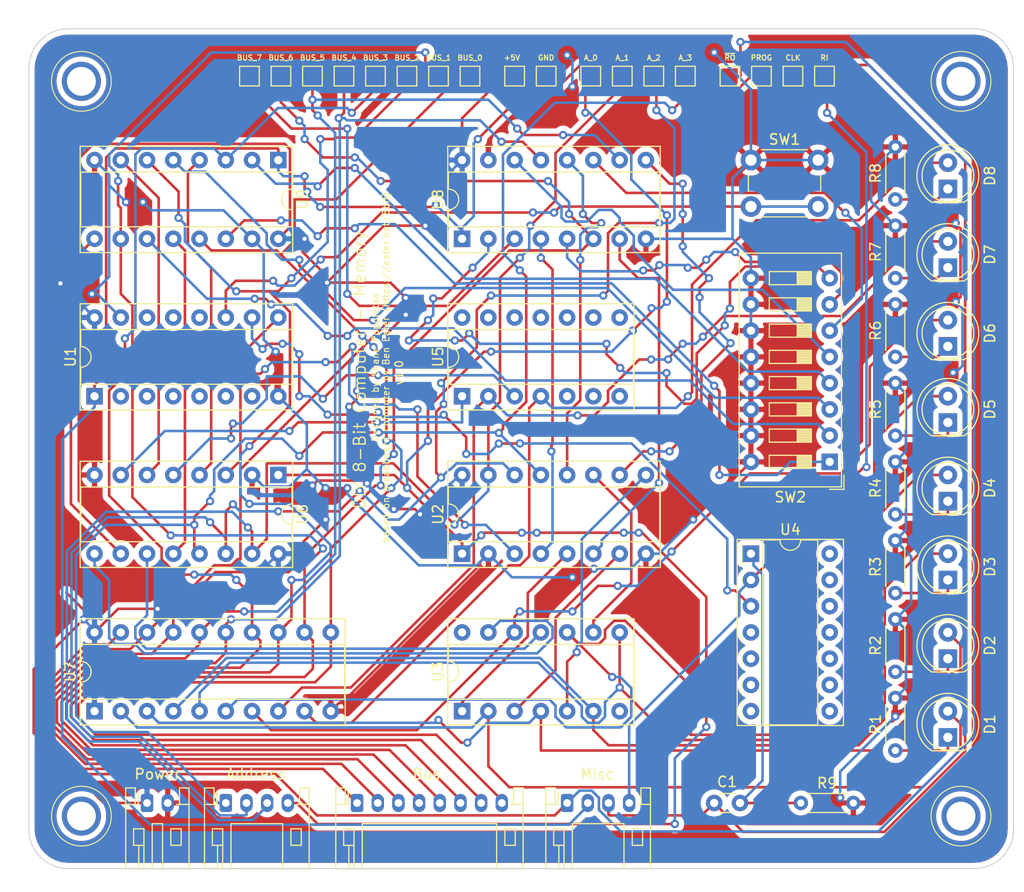
<source format=kicad_pcb>
(kicad_pcb (version 20171130) (host pcbnew "(5.1.2-1)-1")
  (layers (0 F.Cu signal) (31 B.Cu signal) (34 B.Paste user) (35 F.Paste user) (36 B.SilkS user) (37 F.SilkS user) (38 B.Mask user) (39 F.Mask user) (44 Edge.Cuts user))
  (net 0 "")
  (net 1 /CLK)
  (net 2 "Net-(C1-Pad2)")
  (net 3 "Net-(D1-Pad1)")
  (net 4 "Net-(D1-Pad2)")
  (net 5 "Net-(D2-Pad2)")
  (net 6 "Net-(D2-Pad1)")
  (net 7 "Net-(D3-Pad1)")
  (net 8 "Net-(D3-Pad2)")
  (net 9 "Net-(D4-Pad2)")
  (net 10 "Net-(D4-Pad1)")
  (net 11 "Net-(D5-Pad2)")
  (net 12 "Net-(D5-Pad1)")
  (net 13 "Net-(D6-Pad1)")
  (net 14 "Net-(D6-Pad2)")
  (net 15 "Net-(D7-Pad2)")
  (net 16 "Net-(D7-Pad1)")
  (net 17 "Net-(D8-Pad1)")
  (net 18 "Net-(D8-Pad2)")
  (net 19 +5V)
  (net 20 GND)
  (net 21 /~RO~)
  (net 22 /PROG)
  (net 23 /RI)
  (net 24 /A0)
  (net 25 /A1)
  (net 26 /A2)
  (net 27 /A3)
  (net 28 /BUS_7)
  (net 29 /BUS_6)
  (net 30 /BUS_5)
  (net 31 /BUS_4)
  (net 32 /BUS_3)
  (net 33 /BUS_2)
  (net 34 /BUS_1)
  (net 35 /BUS_0)
  (net 36 "Net-(SW1-Pad2)")
  (net 37 "Net-(SW2-Pad1)")
  (net 38 "Net-(SW2-Pad2)")
  (net 39 "Net-(SW2-Pad3)")
  (net 40 "Net-(SW2-Pad4)")
  (net 41 "Net-(SW2-Pad5)")
  (net 42 "Net-(SW2-Pad6)")
  (net 43 "Net-(SW2-Pad7)")
  (net 44 "Net-(SW2-Pad8)")
  (net 45 "Net-(U1-Pad9)")
  (net 46 "Net-(U1-Pad2)")
  (net 47 "Net-(U1-Pad10)")
  (net 48 "Net-(U1-Pad3)")
  (net 49 "Net-(U1-Pad4)")
  (net 50 "Net-(U1-Pad12)")
  (net 51 "Net-(U1-Pad5)")
  (net 52 "Net-(U1-Pad13)")
  (net 53 "Net-(U1-Pad6)")
  (net 54 "Net-(U1-Pad14)")
  (net 55 "Net-(U1-Pad7)")
  (net 56 "Net-(U2-Pad7)")
  (net 57 "Net-(U2-Pad6)")
  (net 58 "Net-(U2-Pad5)")
  (net 59 "Net-(U2-Pad12)")
  (net 60 "Net-(U2-Pad4)")
  (net 61 "Net-(U2-Pad11)")
  (net 62 "Net-(U2-Pad10)")
  (net 63 "Net-(U2-Pad9)")
  (net 64 "Net-(U3-Pad11)")
  (net 65 "Net-(U3-Pad13)")
  (net 66 "Net-(U5-Pad3)")
  (net 67 "Net-(U5-Pad1)")
  (net 68 "Net-(U6-Pad10)")
  (net 69 "Net-(U6-Pad4)")
  (net 70 "Net-(U6-Pad12)")
  (net 71 "Net-(U6-Pad6)")
  (module Package_DIP:DIP-16_W7.62mm_Socket (layer F.Cu) (at 125.984 91.694 270)
    (fp_text reference U6 (at 3.81 -2.33 90) (layer F.SilkS))
    (fp_text value 74LS189)
    (pad 1 thru_hole rect (at 0 0 270) (size 1.6 1.6) (drill 0.8) (layers *.Cu *.Mask) (net 24 /A0))
    (pad 9 thru_hole oval (at 7.62 17.78 270) (size 1.6 1.6) (drill 0.8) (layers *.Cu *.Mask) (net 65 "Net-(U3-Pad13)"))
    (pad 2 thru_hole oval (at 0 2.54 270) (size 1.6 1.6) (drill 0.8) (layers *.Cu *.Mask) (net 20 GND))
    (pad 10 thru_hole oval (at 7.62 15.24 270) (size 1.6 1.6) (drill 0.8) (layers *.Cu *.Mask) (net 68 "Net-(U6-Pad10)"))
    (pad 3 thru_hole oval (at 0 5.08 270) (size 1.6 1.6) (drill 0.8) (layers *.Cu *.Mask) (net 45 "Net-(U1-Pad9)"))
    (pad 11 thru_hole oval (at 7.62 12.7 270) (size 1.6 1.6) (drill 0.8) (layers *.Cu *.Mask) (net 64 "Net-(U3-Pad11)"))
    (pad 4 thru_hole oval (at 0 7.62 270) (size 1.6 1.6) (drill 0.8) (layers *.Cu *.Mask) (net 69 "Net-(U6-Pad4)"))
    (pad 12 thru_hole oval (at 7.62 10.16 270) (size 1.6 1.6) (drill 0.8) (layers *.Cu *.Mask) (net 70 "Net-(U6-Pad12)"))
    (pad 5 thru_hole oval (at 0 10.16 270) (size 1.6 1.6) (drill 0.8) (layers *.Cu *.Mask) (net 66 "Net-(U5-Pad3)"))
    (pad 13 thru_hole oval (at 7.62 7.62 270) (size 1.6 1.6) (drill 0.8) (layers *.Cu *.Mask) (net 27 /A3))
    (pad 6 thru_hole oval (at 0 12.7 270) (size 1.6 1.6) (drill 0.8) (layers *.Cu *.Mask) (net 71 "Net-(U6-Pad6)"))
    (pad 14 thru_hole oval (at 7.62 5.08 270) (size 1.6 1.6) (drill 0.8) (layers *.Cu *.Mask) (net 26 /A2))
    (pad 7 thru_hole oval (at 0 15.24 270) (size 1.6 1.6) (drill 0.8) (layers *.Cu *.Mask) (net 67 "Net-(U5-Pad1)"))
    (pad 15 thru_hole oval (at 7.62 2.54 270) (size 1.6 1.6) (drill 0.8) (layers *.Cu *.Mask) (net 25 /A1))
    (pad 8 thru_hole oval (at 0 17.78 270) (size 1.6 1.6) (drill 0.8) (layers *.Cu *.Mask) (net 20 GND))
    (pad 16 thru_hole oval (at 7.62 0 270) (size 1.6 1.6) (drill 0.8) (layers *.Cu *.Mask) (net 19 +5V))
  )
  (module digikey-footprints:Test-Point-Pin_Drill2.79mm (layer F.Cu) (at 106.934 124.714)
    (fp_text reference REF** hide)
    (fp_text value Test-Point-Pin_Drill2.79mm hide)
    (pad 1 thru_hole circle (at 0 0) (size 3.79 3.79) (drill 2.79) (layers *.Cu *.Mask))
  )
  (module digikey-footprints:Test-Point-Pin_Drill2.79mm (layer F.Cu) (at 106.934 53.594)
    (fp_text reference REF** hide)
    (fp_text value Test-Point-Pin_Drill2.79mm hide)
    (pad 1 thru_hole circle (at 0 0) (size 3.79 3.79) (drill 2.79) (layers *.Cu *.Mask))
  )
  (module digikey-footprints:Test-Point-Pin_Drill2.79mm (layer F.Cu) (at 192.024 53.594)
    (fp_text reference REF** hide)
    (fp_text value Test-Point-Pin_Drill2.79mm hide)
    (pad 1 thru_hole circle (at 0 0) (size 3.79 3.79) (drill 2.79) (layers *.Cu *.Mask))
  )
  (module digikey-footprints:Test-Point-Pin_Drill2.79mm (layer F.Cu) (at 192.024 124.714)
    (fp_text reference REF** hide)
    (fp_text value Test-Point-Pin_Drill2.79mm hide)
    (pad 1 thru_hole circle (at 0 0) (size 3.79 3.79) (drill 2.79) (layers *.Cu *.Mask))
  )
  (module Capacitor_THT:C_Disc_D3.0mm_W1.6mm_P2.50mm (layer F.Cu) (at 168.148 123.444)
    (fp_text reference C1 (at 1.25 -2.05) (layer F.SilkS))
    (fp_text value 10nF)
    (pad 1 thru_hole circle (at 0 0) (size 1.6 1.6) (drill 0.8) (layers *.Cu *.Mask) (net 1 /CLK))
    (pad 2 thru_hole circle (at 2.5 0) (size 1.6 1.6) (drill 0.8) (layers *.Cu *.Mask) (net 2 "Net-(C1-Pad2)"))
  )
  (module LED_THT:LED_D5.0mm (layer F.Cu) (at 190.754 117.094 90)
    (fp_text reference D1 (at 1.27 4.064 90) (layer F.SilkS))
    (fp_text value LED)
    (pad 1 thru_hole rect (at 0 0 90) (size 1.8 1.8) (drill 0.9) (layers *.Cu *.Mask) (net 3 "Net-(D1-Pad1)"))
    (pad 2 thru_hole circle (at 2.54 0 90) (size 1.8 1.8) (drill 0.9) (layers *.Cu *.Mask) (net 4 "Net-(D1-Pad2)"))
  )
  (module LED_THT:LED_D5.0mm (layer F.Cu) (at 190.754 109.474 90)
    (fp_text reference D2 (at 1.27 4.064 90) (layer F.SilkS))
    (fp_text value LED)
    (pad 2 thru_hole circle (at 2.54 0 90) (size 1.8 1.8) (drill 0.9) (layers *.Cu *.Mask) (net 5 "Net-(D2-Pad2)"))
    (pad 1 thru_hole rect (at 0 0 90) (size 1.8 1.8) (drill 0.9) (layers *.Cu *.Mask) (net 6 "Net-(D2-Pad1)"))
  )
  (module LED_THT:LED_D5.0mm (layer F.Cu) (at 190.754 101.854 90)
    (fp_text reference D3 (at 1.27 4.064 90) (layer F.SilkS))
    (fp_text value LED)
    (pad 1 thru_hole rect (at 0 0 90) (size 1.8 1.8) (drill 0.9) (layers *.Cu *.Mask) (net 7 "Net-(D3-Pad1)"))
    (pad 2 thru_hole circle (at 2.54 0 90) (size 1.8 1.8) (drill 0.9) (layers *.Cu *.Mask) (net 8 "Net-(D3-Pad2)"))
  )
  (module LED_THT:LED_D5.0mm (layer F.Cu) (at 190.754 94.234 90)
    (fp_text reference D4 (at 1.27 4.064 90) (layer F.SilkS))
    (fp_text value LED)
    (pad 2 thru_hole circle (at 2.54 0 90) (size 1.8 1.8) (drill 0.9) (layers *.Cu *.Mask) (net 9 "Net-(D4-Pad2)"))
    (pad 1 thru_hole rect (at 0 0 90) (size 1.8 1.8) (drill 0.9) (layers *.Cu *.Mask) (net 10 "Net-(D4-Pad1)"))
  )
  (module LED_THT:LED_D5.0mm (layer F.Cu) (at 190.754 86.614 90)
    (fp_text reference D5 (at 1.27 4.064 90) (layer F.SilkS))
    (fp_text value LED)
    (pad 2 thru_hole circle (at 2.54 0 90) (size 1.8 1.8) (drill 0.9) (layers *.Cu *.Mask) (net 11 "Net-(D5-Pad2)"))
    (pad 1 thru_hole rect (at 0 0 90) (size 1.8 1.8) (drill 0.9) (layers *.Cu *.Mask) (net 12 "Net-(D5-Pad1)"))
  )
  (module LED_THT:LED_D5.0mm (layer F.Cu) (at 190.754 79.248 90)
    (fp_text reference D6 (at 1.27 4.064 90) (layer F.SilkS))
    (fp_text value LED)
    (pad 1 thru_hole rect (at 0 0 90) (size 1.8 1.8) (drill 0.9) (layers *.Cu *.Mask) (net 13 "Net-(D6-Pad1)"))
    (pad 2 thru_hole circle (at 2.54 0 90) (size 1.8 1.8) (drill 0.9) (layers *.Cu *.Mask) (net 14 "Net-(D6-Pad2)"))
  )
  (module LED_THT:LED_D5.0mm (layer F.Cu) (at 190.754 71.628 90)
    (fp_text reference D7 (at 1.27 4.064 90) (layer F.SilkS))
    (fp_text value LED)
    (pad 2 thru_hole circle (at 2.54 0 90) (size 1.8 1.8) (drill 0.9) (layers *.Cu *.Mask) (net 15 "Net-(D7-Pad2)"))
    (pad 1 thru_hole rect (at 0 0 90) (size 1.8 1.8) (drill 0.9) (layers *.Cu *.Mask) (net 16 "Net-(D7-Pad1)"))
  )
  (module LED_THT:LED_D5.0mm (layer F.Cu) (at 190.754 64.008 90)
    (fp_text reference D8 (at 1.27 4.064 90) (layer F.SilkS))
    (fp_text value LED)
    (pad 1 thru_hole rect (at 0 0 90) (size 1.8 1.8) (drill 0.9) (layers *.Cu *.Mask) (net 17 "Net-(D8-Pad1)"))
    (pad 2 thru_hole circle (at 2.54 0 90) (size 1.8 1.8) (drill 0.9) (layers *.Cu *.Mask) (net 18 "Net-(D8-Pad2)"))
  )
  (module Connector_JST:JST_PH_S2B-PH-K_1x02_P2.00mm_Horizontal (layer F.Cu) (at 113.284 123.444)
    (fp_text reference J1 hide)
    (fp_text value Power (at 1 -2.794) (layer F.SilkS))
    (pad 1 thru_hole roundrect (at 0 0) (size 1.2 1.75) (drill 0.75) (layers *.Cu *.Mask) (roundrect_rratio 0.208333) (net 19 +5V))
    (pad 2 thru_hole oval (at 2 0) (size 1.2 1.75) (drill 0.75) (layers *.Cu *.Mask) (net 20 GND))
  )
  (module Connector_JST:JST_PH_S4B-PH-K_1x04_P2.00mm_Horizontal (layer F.Cu) (at 153.924 123.444)
    (fp_text reference J2 hide)
    (fp_text value Misc (at 2.921 -2.794) (layer F.SilkS))
    (pad 1 thru_hole roundrect (at 0 0) (size 1.2 1.75) (drill 0.75) (layers *.Cu *.Mask) (roundrect_rratio 0.208333) (net 21 /~RO~))
    (pad 2 thru_hole oval (at 2 0) (size 1.2 1.75) (drill 0.75) (layers *.Cu *.Mask) (net 22 /PROG))
    (pad 3 thru_hole oval (at 4 0) (size 1.2 1.75) (drill 0.75) (layers *.Cu *.Mask) (net 1 /CLK))
    (pad 4 thru_hole oval (at 6 0) (size 1.2 1.75) (drill 0.75) (layers *.Cu *.Mask) (net 23 /RI))
  )
  (module Connector_JST:JST_PH_S4B-PH-K_1x04_P2.00mm_Horizontal (layer F.Cu) (at 120.904 123.444)
    (fp_text reference J3 hide)
    (fp_text value Address (at 2.921 -2.794) (layer F.SilkS))
    (pad 4 thru_hole oval (at 6 0) (size 1.2 1.75) (drill 0.75) (layers *.Cu *.Mask) (net 24 /A0))
    (pad 3 thru_hole oval (at 4 0) (size 1.2 1.75) (drill 0.75) (layers *.Cu *.Mask) (net 25 /A1))
    (pad 2 thru_hole oval (at 2 0) (size 1.2 1.75) (drill 0.75) (layers *.Cu *.Mask) (net 26 /A2))
    (pad 1 thru_hole roundrect (at 0 0) (size 1.2 1.75) (drill 0.75) (layers *.Cu *.Mask) (roundrect_rratio 0.208333) (net 27 /A3))
  )
  (module Connector_JST:JST_PH_S8B-PH-K_1x08_P2.00mm_Horizontal (layer F.Cu) (at 133.604 123.444)
    (fp_text reference J4 hide)
    (fp_text value Bus (at 6.731 -2.794) (layer F.SilkS))
    (pad 1 thru_hole roundrect (at 0 0) (size 1.2 1.75) (drill 0.75) (layers *.Cu *.Mask) (roundrect_rratio 0.208333) (net 28 /BUS_7))
    (pad 2 thru_hole oval (at 2 0) (size 1.2 1.75) (drill 0.75) (layers *.Cu *.Mask) (net 29 /BUS_6))
    (pad 3 thru_hole oval (at 4 0) (size 1.2 1.75) (drill 0.75) (layers *.Cu *.Mask) (net 30 /BUS_5))
    (pad 4 thru_hole oval (at 6 0) (size 1.2 1.75) (drill 0.75) (layers *.Cu *.Mask) (net 31 /BUS_4))
    (pad 5 thru_hole oval (at 8 0) (size 1.2 1.75) (drill 0.75) (layers *.Cu *.Mask) (net 32 /BUS_3))
    (pad 6 thru_hole oval (at 10 0) (size 1.2 1.75) (drill 0.75) (layers *.Cu *.Mask) (net 33 /BUS_2))
    (pad 7 thru_hole oval (at 12 0) (size 1.2 1.75) (drill 0.75) (layers *.Cu *.Mask) (net 34 /BUS_1))
    (pad 8 thru_hole oval (at 14 0) (size 1.2 1.75) (drill 0.75) (layers *.Cu *.Mask) (net 35 /BUS_0))
  )
  (module Resistor_THT:R_Axial_DIN0204_L3.6mm_D1.6mm_P5.08mm_Horizontal (layer F.Cu) (at 185.674 118.364 90)
    (fp_text reference R1 (at 2.54 -1.92 90) (layer F.SilkS))
    (fp_text value 220R)
    (pad 2 thru_hole oval (at 5.08 0 90) (size 1.4 1.4) (drill 0.7) (layers *.Cu *.Mask) (net 20 GND))
    (pad 1 thru_hole circle (at 0 0 90) (size 1.4 1.4) (drill 0.7) (layers *.Cu *.Mask) (net 3 "Net-(D1-Pad1)"))
  )
  (module Resistor_THT:R_Axial_DIN0204_L3.6mm_D1.6mm_P5.08mm_Horizontal (layer F.Cu) (at 185.674 110.744 90)
    (fp_text reference R2 (at 2.54 -1.92 90) (layer F.SilkS))
    (fp_text value 220R)
    (pad 1 thru_hole circle (at 0 0 90) (size 1.4 1.4) (drill 0.7) (layers *.Cu *.Mask) (net 6 "Net-(D2-Pad1)"))
    (pad 2 thru_hole oval (at 5.08 0 90) (size 1.4 1.4) (drill 0.7) (layers *.Cu *.Mask) (net 20 GND))
  )
  (module Resistor_THT:R_Axial_DIN0204_L3.6mm_D1.6mm_P5.08mm_Horizontal (layer F.Cu) (at 185.674 103.124 90)
    (fp_text reference R3 (at 2.54 -1.92 90) (layer F.SilkS))
    (fp_text value 220R)
    (pad 2 thru_hole oval (at 5.08 0 90) (size 1.4 1.4) (drill 0.7) (layers *.Cu *.Mask) (net 20 GND))
    (pad 1 thru_hole circle (at 0 0 90) (size 1.4 1.4) (drill 0.7) (layers *.Cu *.Mask) (net 7 "Net-(D3-Pad1)"))
  )
  (module Resistor_THT:R_Axial_DIN0204_L3.6mm_D1.6mm_P5.08mm_Horizontal (layer F.Cu) (at 185.674 95.504 90)
    (fp_text reference R4 (at 2.54 -1.92 90) (layer F.SilkS))
    (fp_text value 220R)
    (pad 1 thru_hole circle (at 0 0 90) (size 1.4 1.4) (drill 0.7) (layers *.Cu *.Mask) (net 10 "Net-(D4-Pad1)"))
    (pad 2 thru_hole oval (at 5.08 0 90) (size 1.4 1.4) (drill 0.7) (layers *.Cu *.Mask) (net 20 GND))
  )
  (module Resistor_THT:R_Axial_DIN0204_L3.6mm_D1.6mm_P5.08mm_Horizontal (layer F.Cu) (at 185.674 87.884 90)
    (fp_text reference R5 (at 2.54 -1.92 90) (layer F.SilkS))
    (fp_text value 220R)
    (pad 1 thru_hole circle (at 0 0 90) (size 1.4 1.4) (drill 0.7) (layers *.Cu *.Mask) (net 12 "Net-(D5-Pad1)"))
    (pad 2 thru_hole oval (at 5.08 0 90) (size 1.4 1.4) (drill 0.7) (layers *.Cu *.Mask) (net 20 GND))
  )
  (module Resistor_THT:R_Axial_DIN0204_L3.6mm_D1.6mm_P5.08mm_Horizontal (layer F.Cu) (at 185.674 80.264 90)
    (fp_text reference R6 (at 2.54 -1.92 90) (layer F.SilkS))
    (fp_text value 220R)
    (pad 2 thru_hole oval (at 5.08 0 90) (size 1.4 1.4) (drill 0.7) (layers *.Cu *.Mask) (net 20 GND))
    (pad 1 thru_hole circle (at 0 0 90) (size 1.4 1.4) (drill 0.7) (layers *.Cu *.Mask) (net 13 "Net-(D6-Pad1)"))
  )
  (module Resistor_THT:R_Axial_DIN0204_L3.6mm_D1.6mm_P5.08mm_Horizontal (layer F.Cu) (at 185.674 72.644 90)
    (fp_text reference R7 (at 2.54 -1.92 90) (layer F.SilkS))
    (fp_text value 220R)
    (pad 1 thru_hole circle (at 0 0 90) (size 1.4 1.4) (drill 0.7) (layers *.Cu *.Mask) (net 16 "Net-(D7-Pad1)"))
    (pad 2 thru_hole oval (at 5.08 0 90) (size 1.4 1.4) (drill 0.7) (layers *.Cu *.Mask) (net 20 GND))
  )
  (module Resistor_THT:R_Axial_DIN0204_L3.6mm_D1.6mm_P5.08mm_Horizontal (layer F.Cu) (at 185.674 65.024 90)
    (fp_text reference R8 (at 2.54 -1.92 90) (layer F.SilkS))
    (fp_text value 220R)
    (pad 2 thru_hole oval (at 5.08 0 90) (size 1.4 1.4) (drill 0.7) (layers *.Cu *.Mask) (net 20 GND))
    (pad 1 thru_hole circle (at 0 0 90) (size 1.4 1.4) (drill 0.7) (layers *.Cu *.Mask) (net 17 "Net-(D8-Pad1)"))
  )
  (module Resistor_THT:R_Axial_DIN0204_L3.6mm_D1.6mm_P5.08mm_Horizontal (layer F.Cu) (at 176.53 123.444)
    (fp_text reference R9 (at 2.54 -1.92) (layer F.SilkS))
    (fp_text value 1K)
    (pad 1 thru_hole circle (at 0 0) (size 1.4 1.4) (drill 0.7) (layers *.Cu *.Mask) (net 2 "Net-(C1-Pad2)"))
    (pad 2 thru_hole oval (at 5.08 0) (size 1.4 1.4) (drill 0.7) (layers *.Cu *.Mask) (net 20 GND))
  )
  (module Button_Switch_THT:SW_PUSH_6mm_H5mm (layer F.Cu) (at 171.704 61.214)
    (fp_text reference SW1 (at 3.25 -2) (layer F.SilkS))
    (fp_text value SW_Push)
    (pad 2 thru_hole circle (at 0 4.5 90) (size 2 2) (drill 1.1) (layers *.Cu *.Mask) (net 36 "Net-(SW1-Pad2)"))
    (pad 1 thru_hole circle (at 0 0 90) (size 2 2) (drill 1.1) (layers *.Cu *.Mask) (net 20 GND))
    (pad 2 thru_hole circle (at 6.5 4.5 90) (size 2 2) (drill 1.1) (layers *.Cu *.Mask) (net 36 "Net-(SW1-Pad2)"))
    (pad 1 thru_hole circle (at 6.5 0 90) (size 2 2) (drill 1.1) (layers *.Cu *.Mask) (net 20 GND))
  )
  (module Button_Switch_THT:SW_DIP_SPSTx08_Slide_9.78x22.5mm_W7.62mm_P2.54mm (layer F.Cu) (at 179.324 90.424 180)
    (fp_text reference SW2 (at 3.81 -3.42) (layer F.SilkS))
    (fp_text value SW_DIP_x08)
    (pad 1 thru_hole rect (at 0 0 180) (size 1.6 1.6) (drill 0.8) (layers *.Cu *.Mask) (net 37 "Net-(SW2-Pad1)"))
    (pad 9 thru_hole oval (at 7.62 17.78 180) (size 1.6 1.6) (drill 0.8) (layers *.Cu *.Mask) (net 20 GND))
    (pad 2 thru_hole oval (at 0 2.54 180) (size 1.6 1.6) (drill 0.8) (layers *.Cu *.Mask) (net 38 "Net-(SW2-Pad2)"))
    (pad 10 thru_hole oval (at 7.62 15.24 180) (size 1.6 1.6) (drill 0.8) (layers *.Cu *.Mask) (net 20 GND))
    (pad 3 thru_hole oval (at 0 5.08 180) (size 1.6 1.6) (drill 0.8) (layers *.Cu *.Mask) (net 39 "Net-(SW2-Pad3)"))
    (pad 11 thru_hole oval (at 7.62 12.7 180) (size 1.6 1.6) (drill 0.8) (layers *.Cu *.Mask) (net 20 GND))
    (pad 4 thru_hole oval (at 0 7.62 180) (size 1.6 1.6) (drill 0.8) (layers *.Cu *.Mask) (net 40 "Net-(SW2-Pad4)"))
    (pad 12 thru_hole oval (at 7.62 10.16 180) (size 1.6 1.6) (drill 0.8) (layers *.Cu *.Mask) (net 20 GND))
    (pad 5 thru_hole oval (at 0 10.16 180) (size 1.6 1.6) (drill 0.8) (layers *.Cu *.Mask) (net 41 "Net-(SW2-Pad5)"))
    (pad 13 thru_hole oval (at 7.62 7.62 180) (size 1.6 1.6) (drill 0.8) (layers *.Cu *.Mask) (net 20 GND))
    (pad 6 thru_hole oval (at 0 12.7 180) (size 1.6 1.6) (drill 0.8) (layers *.Cu *.Mask) (net 42 "Net-(SW2-Pad6)"))
    (pad 14 thru_hole oval (at 7.62 5.08 180) (size 1.6 1.6) (drill 0.8) (layers *.Cu *.Mask) (net 20 GND))
    (pad 7 thru_hole oval (at 0 15.24 180) (size 1.6 1.6) (drill 0.8) (layers *.Cu *.Mask) (net 43 "Net-(SW2-Pad7)"))
    (pad 15 thru_hole oval (at 7.62 2.54 180) (size 1.6 1.6) (drill 0.8) (layers *.Cu *.Mask) (net 20 GND))
    (pad 8 thru_hole oval (at 0 17.78 180) (size 1.6 1.6) (drill 0.8) (layers *.Cu *.Mask) (net 44 "Net-(SW2-Pad8)"))
    (pad 16 thru_hole oval (at 7.62 0 180) (size 1.6 1.6) (drill 0.8) (layers *.Cu *.Mask) (net 20 GND))
  )
  (module TestPoint:TestPoint_Pad_1.5x1.5mm (layer F.Cu) (at 148.844 53.086)
    (fp_text reference TP1 hide)
    (fp_text value +5V (at -0.254 -1.778) (layer F.SilkS) (effects (font (size 0.508 0.508) (thickness 0.1016))))
    (pad 1 smd rect (at 0 0) (size 1.5 1.5) (layers F.Cu F.Mask) (net 19 +5V))
  )
  (module TestPoint:TestPoint_Pad_1.5x1.5mm (layer F.Cu) (at 169.672 53.086)
    (fp_text reference TP2 hide)
    (fp_text value ~RO~ (at 0 -1.778) (layer F.SilkS) (effects (font (size 0.508 0.508) (thickness 0.1016))))
    (pad 1 smd rect (at 0 0) (size 1.5 1.5) (layers F.Cu F.Mask) (net 21 /~RO~))
  )
  (module TestPoint:TestPoint_Pad_1.5x1.5mm (layer F.Cu) (at 151.892 53.086)
    (fp_text reference TP3 hide)
    (fp_text value GND (at 0 -1.778) (layer F.SilkS) (effects (font (size 0.508 0.508) (thickness 0.1016))))
    (pad 1 smd rect (at 0 0) (size 1.5 1.5) (layers F.Cu F.Mask) (net 20 GND))
  )
  (module TestPoint:TestPoint_Pad_1.5x1.5mm (layer F.Cu) (at 165.354 53.086)
    (fp_text reference TP4 hide)
    (fp_text value A_3 (at 0 -1.778) (layer F.SilkS) (effects (font (size 0.508 0.508) (thickness 0.1016))))
    (pad 1 smd rect (at 0 0) (size 1.5 1.5) (layers F.Cu F.Mask) (net 27 /A3))
  )
  (module TestPoint:TestPoint_Pad_1.5x1.5mm (layer F.Cu) (at 162.306 53.086)
    (fp_text reference TP5 hide)
    (fp_text value A_2 (at 0 -1.778) (layer F.SilkS) (effects (font (size 0.508 0.508) (thickness 0.1016))))
    (pad 1 smd rect (at 0 0) (size 1.5 1.5) (layers F.Cu F.Mask) (net 26 /A2))
  )
  (module TestPoint:TestPoint_Pad_1.5x1.5mm (layer F.Cu) (at 159.258 53.086)
    (fp_text reference TP6 hide)
    (fp_text value A_1 (at 0 -1.778) (layer F.SilkS) (effects (font (size 0.508 0.508) (thickness 0.1016))))
    (pad 1 smd rect (at 0 0) (size 1.5 1.5) (layers F.Cu F.Mask) (net 25 /A1))
  )
  (module TestPoint:TestPoint_Pad_1.5x1.5mm (layer F.Cu) (at 178.816 53.086)
    (fp_text reference TP7 hide)
    (fp_text value RI (at 0 -1.778) (layer F.SilkS) (effects (font (size 0.508 0.508) (thickness 0.1016))))
    (pad 1 smd rect (at 0 0) (size 1.5 1.5) (layers F.Cu F.Mask) (net 23 /RI))
  )
  (module TestPoint:TestPoint_Pad_1.5x1.5mm (layer F.Cu) (at 156.21 53.086)
    (fp_text reference TP8 hide)
    (fp_text value A_0 (at 0 -1.778) (layer F.SilkS) (effects (font (size 0.508 0.508) (thickness 0.1016))))
    (pad 1 smd rect (at 0 0) (size 1.5 1.5) (layers F.Cu F.Mask) (net 24 /A0))
  )
  (module TestPoint:TestPoint_Pad_1.5x1.5mm (layer F.Cu) (at 175.768 53.086)
    (fp_text reference TP9 hide)
    (fp_text value CLK (at 0 -1.778) (layer F.SilkS) (effects (font (size 0.508 0.508) (thickness 0.1016))))
    (pad 1 smd rect (at 0 0) (size 1.5 1.5) (layers F.Cu F.Mask) (net 1 /CLK))
  )
  (module TestPoint:TestPoint_Pad_1.5x1.5mm (layer F.Cu) (at 172.72 53.086)
    (fp_text reference TP10 hide)
    (fp_text value PROG (at 0 -1.778) (layer F.SilkS) (effects (font (size 0.508 0.508) (thickness 0.1016))))
    (pad 1 smd rect (at 0 0) (size 1.5 1.5) (layers F.Cu F.Mask) (net 22 /PROG))
  )
  (module TestPoint:TestPoint_Pad_1.5x1.5mm (layer F.Cu) (at 123.19 53.086 180)
    (fp_text reference TP11 hide)
    (fp_text value BUS_7 (at 0 1.778) (layer F.SilkS) (effects (font (size 0.508 0.508) (thickness 0.1016))))
    (pad 1 smd rect (at 0 0 180) (size 1.5 1.5) (layers F.Cu F.Mask) (net 28 /BUS_7))
  )
  (module TestPoint:TestPoint_Pad_1.5x1.5mm (layer F.Cu) (at 126.238 53.086 180)
    (fp_text reference TP12 hide)
    (fp_text value BUS_6 (at 0 1.778) (layer F.SilkS) (effects (font (size 0.508 0.508) (thickness 0.1016))))
    (pad 1 smd rect (at 0 0 180) (size 1.5 1.5) (layers F.Cu F.Mask) (net 29 /BUS_6))
  )
  (module TestPoint:TestPoint_Pad_1.5x1.5mm (layer F.Cu) (at 129.286 53.086 180)
    (fp_text reference TP13 hide)
    (fp_text value BUS_5 (at 0 1.778) (layer F.SilkS) (effects (font (size 0.508 0.508) (thickness 0.1016))))
    (pad 1 smd rect (at 0 0 180) (size 1.5 1.5) (layers F.Cu F.Mask) (net 30 /BUS_5))
  )
  (module TestPoint:TestPoint_Pad_1.5x1.5mm (layer F.Cu) (at 132.334 53.086 180)
    (fp_text reference TP14 hide)
    (fp_text value BUS_4 (at 0 1.778) (layer F.SilkS) (effects (font (size 0.508 0.508) (thickness 0.1016))))
    (pad 1 smd rect (at 0 0 180) (size 1.5 1.5) (layers F.Cu F.Mask) (net 31 /BUS_4))
  )
  (module TestPoint:TestPoint_Pad_1.5x1.5mm (layer F.Cu) (at 135.382 53.086 180)
    (fp_text reference TP15 hide)
    (fp_text value BUS_3 (at 0 1.778) (layer F.SilkS) (effects (font (size 0.508 0.508) (thickness 0.1016))))
    (pad 1 smd rect (at 0 0 180) (size 1.5 1.5) (layers F.Cu F.Mask) (net 32 /BUS_3))
  )
  (module TestPoint:TestPoint_Pad_1.5x1.5mm (layer F.Cu) (at 138.43 53.086 180)
    (fp_text reference TP16 hide)
    (fp_text value BUS_2 (at 0 1.778) (layer F.SilkS) (effects (font (size 0.508 0.508) (thickness 0.1016))))
    (pad 1 smd rect (at 0 0 180) (size 1.5 1.5) (layers F.Cu F.Mask) (net 33 /BUS_2))
  )
  (module TestPoint:TestPoint_Pad_1.5x1.5mm (layer F.Cu) (at 141.478 53.086 180)
    (fp_text reference TP17 hide)
    (fp_text value BUS_1 (at 0 1.778) (layer F.SilkS) (effects (font (size 0.508 0.508) (thickness 0.1016))))
    (pad 1 smd rect (at 0 0 180) (size 1.5 1.5) (layers F.Cu F.Mask) (net 34 /BUS_1))
  )
  (module TestPoint:TestPoint_Pad_1.5x1.5mm (layer F.Cu) (at 144.526 53.086 180)
    (fp_text reference TP18 hide)
    (fp_text value BUS_0 (at 0 1.778) (layer F.SilkS) (effects (font (size 0.508 0.508) (thickness 0.1016))))
    (pad 1 smd rect (at 0 0 180) (size 1.5 1.5) (layers F.Cu F.Mask) (net 35 /BUS_0))
  )
  (module Package_DIP:DIP-16_W7.62mm_Socket (layer F.Cu) (at 108.204 84.074 90)
    (fp_text reference U1 (at 3.81 -2.33 90) (layer F.SilkS))
    (fp_text value 74LS157)
    (pad 1 thru_hole rect (at 0 0 90) (size 1.6 1.6) (drill 0.8) (layers *.Cu *.Mask) (net 22 /PROG))
    (pad 9 thru_hole oval (at 7.62 17.78 90) (size 1.6 1.6) (drill 0.8) (layers *.Cu *.Mask) (net 45 "Net-(U1-Pad9)"))
    (pad 2 thru_hole oval (at 0 2.54 90) (size 1.6 1.6) (drill 0.8) (layers *.Cu *.Mask) (net 46 "Net-(U1-Pad2)"))
    (pad 10 thru_hole oval (at 7.62 15.24 90) (size 1.6 1.6) (drill 0.8) (layers *.Cu *.Mask) (net 47 "Net-(U1-Pad10)"))
    (pad 3 thru_hole oval (at 0 5.08 90) (size 1.6 1.6) (drill 0.8) (layers *.Cu *.Mask) (net 48 "Net-(U1-Pad3)"))
    (pad 11 thru_hole oval (at 7.62 12.7 90) (size 1.6 1.6) (drill 0.8) (layers *.Cu *.Mask) (net 36 "Net-(SW1-Pad2)"))
    (pad 4 thru_hole oval (at 0 7.62 90) (size 1.6 1.6) (drill 0.8) (layers *.Cu *.Mask) (net 49 "Net-(U1-Pad4)"))
    (pad 12 thru_hole oval (at 7.62 10.16 90) (size 1.6 1.6) (drill 0.8) (layers *.Cu *.Mask) (net 50 "Net-(U1-Pad12)"))
    (pad 5 thru_hole oval (at 0 10.16 90) (size 1.6 1.6) (drill 0.8) (layers *.Cu *.Mask) (net 51 "Net-(U1-Pad5)"))
    (pad 13 thru_hole oval (at 7.62 7.62 90) (size 1.6 1.6) (drill 0.8) (layers *.Cu *.Mask) (net 52 "Net-(U1-Pad13)"))
    (pad 6 thru_hole oval (at 0 12.7 90) (size 1.6 1.6) (drill 0.8) (layers *.Cu *.Mask) (net 53 "Net-(U1-Pad6)"))
    (pad 14 thru_hole oval (at 7.62 5.08 90) (size 1.6 1.6) (drill 0.8) (layers *.Cu *.Mask) (net 54 "Net-(U1-Pad14)"))
    (pad 7 thru_hole oval (at 0 15.24 90) (size 1.6 1.6) (drill 0.8) (layers *.Cu *.Mask) (net 55 "Net-(U1-Pad7)"))
    (pad 15 thru_hole oval (at 7.62 2.54 90) (size 1.6 1.6) (drill 0.8) (layers *.Cu *.Mask) (net 20 GND))
    (pad 8 thru_hole oval (at 0 17.78 90) (size 1.6 1.6) (drill 0.8) (layers *.Cu *.Mask) (net 20 GND))
    (pad 16 thru_hole oval (at 7.62 0 90) (size 1.6 1.6) (drill 0.8) (layers *.Cu *.Mask) (net 19 +5V))
  )
  (module Package_DIP:DIP-16_W7.62mm_Socket (layer F.Cu) (at 143.764 99.314 90)
    (fp_text reference U2 (at 3.81 -2.33 90) (layer F.SilkS))
    (fp_text value 74LS189)
    (pad 16 thru_hole oval (at 7.62 0 90) (size 1.6 1.6) (drill 0.8) (layers *.Cu *.Mask) (net 19 +5V))
    (pad 8 thru_hole oval (at 0 17.78 90) (size 1.6 1.6) (drill 0.8) (layers *.Cu *.Mask) (net 20 GND))
    (pad 15 thru_hole oval (at 7.62 2.54 90) (size 1.6 1.6) (drill 0.8) (layers *.Cu *.Mask) (net 25 /A1))
    (pad 7 thru_hole oval (at 0 15.24 90) (size 1.6 1.6) (drill 0.8) (layers *.Cu *.Mask) (net 56 "Net-(U2-Pad7)"))
    (pad 14 thru_hole oval (at 7.62 5.08 90) (size 1.6 1.6) (drill 0.8) (layers *.Cu *.Mask) (net 26 /A2))
    (pad 6 thru_hole oval (at 0 12.7 90) (size 1.6 1.6) (drill 0.8) (layers *.Cu *.Mask) (net 57 "Net-(U2-Pad6)"))
    (pad 13 thru_hole oval (at 7.62 7.62 90) (size 1.6 1.6) (drill 0.8) (layers *.Cu *.Mask) (net 27 /A3))
    (pad 5 thru_hole oval (at 0 10.16 90) (size 1.6 1.6) (drill 0.8) (layers *.Cu *.Mask) (net 58 "Net-(U2-Pad5)"))
    (pad 12 thru_hole oval (at 7.62 10.16 90) (size 1.6 1.6) (drill 0.8) (layers *.Cu *.Mask) (net 59 "Net-(U2-Pad12)"))
    (pad 4 thru_hole oval (at 0 7.62 90) (size 1.6 1.6) (drill 0.8) (layers *.Cu *.Mask) (net 60 "Net-(U2-Pad4)"))
    (pad 11 thru_hole oval (at 7.62 12.7 90) (size 1.6 1.6) (drill 0.8) (layers *.Cu *.Mask) (net 61 "Net-(U2-Pad11)"))
    (pad 3 thru_hole oval (at 0 5.08 90) (size 1.6 1.6) (drill 0.8) (layers *.Cu *.Mask) (net 45 "Net-(U1-Pad9)"))
    (pad 10 thru_hole oval (at 7.62 15.24 90) (size 1.6 1.6) (drill 0.8) (layers *.Cu *.Mask) (net 62 "Net-(U2-Pad10)"))
    (pad 2 thru_hole oval (at 0 2.54 90) (size 1.6 1.6) (drill 0.8) (layers *.Cu *.Mask) (net 20 GND))
    (pad 9 thru_hole oval (at 7.62 17.78 90) (size 1.6 1.6) (drill 0.8) (layers *.Cu *.Mask) (net 63 "Net-(U2-Pad9)"))
    (pad 1 thru_hole rect (at 0 0 90) (size 1.6 1.6) (drill 0.8) (layers *.Cu *.Mask) (net 24 /A0))
  )
  (module Package_DIP:DIP-14_W7.62mm_Socket (layer F.Cu) (at 143.764 114.554 90)
    (fp_text reference U3 (at 3.81 -2.33 90) (layer F.SilkS))
    (fp_text value 74LS04)
    (pad 1 thru_hole rect (at 0 0 90) (size 1.6 1.6) (drill 0.8) (layers *.Cu *.Mask) (net 58 "Net-(U2-Pad5)"))
    (pad 8 thru_hole oval (at 7.62 15.24 90) (size 1.6 1.6) (drill 0.8) (layers *.Cu *.Mask) (net 9 "Net-(D4-Pad2)"))
    (pad 2 thru_hole oval (at 0 2.54 90) (size 1.6 1.6) (drill 0.8) (layers *.Cu *.Mask) (net 4 "Net-(D1-Pad2)"))
    (pad 9 thru_hole oval (at 7.62 12.7 90) (size 1.6 1.6) (drill 0.8) (layers *.Cu *.Mask) (net 61 "Net-(U2-Pad11)"))
    (pad 3 thru_hole oval (at 0 5.08 90) (size 1.6 1.6) (drill 0.8) (layers *.Cu *.Mask) (net 56 "Net-(U2-Pad7)"))
    (pad 10 thru_hole oval (at 7.62 10.16 90) (size 1.6 1.6) (drill 0.8) (layers *.Cu *.Mask) (net 11 "Net-(D5-Pad2)"))
    (pad 4 thru_hole oval (at 0 7.62 90) (size 1.6 1.6) (drill 0.8) (layers *.Cu *.Mask) (net 5 "Net-(D2-Pad2)"))
    (pad 11 thru_hole oval (at 7.62 7.62 90) (size 1.6 1.6) (drill 0.8) (layers *.Cu *.Mask) (net 64 "Net-(U3-Pad11)"))
    (pad 5 thru_hole oval (at 0 10.16 90) (size 1.6 1.6) (drill 0.8) (layers *.Cu *.Mask) (net 63 "Net-(U2-Pad9)"))
    (pad 12 thru_hole oval (at 7.62 5.08 90) (size 1.6 1.6) (drill 0.8) (layers *.Cu *.Mask) (net 14 "Net-(D6-Pad2)"))
    (pad 6 thru_hole oval (at 0 12.7 90) (size 1.6 1.6) (drill 0.8) (layers *.Cu *.Mask) (net 8 "Net-(D3-Pad2)"))
    (pad 13 thru_hole oval (at 7.62 2.54 90) (size 1.6 1.6) (drill 0.8) (layers *.Cu *.Mask) (net 65 "Net-(U3-Pad13)"))
    (pad 7 thru_hole oval (at 0 15.24 90) (size 1.6 1.6) (drill 0.8) (layers *.Cu *.Mask))
    (pad 14 thru_hole oval (at 7.62 0 90) (size 1.6 1.6) (drill 0.8) (layers *.Cu *.Mask))
  )
  (module Package_DIP:DIP-14_W7.62mm_Socket (layer F.Cu) (at 171.704 99.314)
    (fp_text reference U4 (at 3.81 -2.33) (layer F.SilkS))
    (fp_text value 74LS00)
    (pad 1 thru_hole rect (at 0 0) (size 1.6 1.6) (drill 0.8) (layers *.Cu *.Mask) (net 2 "Net-(C1-Pad2)"))
    (pad 8 thru_hole oval (at 7.62 15.24) (size 1.6 1.6) (drill 0.8) (layers *.Cu *.Mask))
    (pad 2 thru_hole oval (at 0 2.54) (size 1.6 1.6) (drill 0.8) (layers *.Cu *.Mask) (net 23 /RI))
    (pad 9 thru_hole oval (at 7.62 12.7) (size 1.6 1.6) (drill 0.8) (layers *.Cu *.Mask))
    (pad 3 thru_hole oval (at 0 5.08) (size 1.6 1.6) (drill 0.8) (layers *.Cu *.Mask) (net 47 "Net-(U1-Pad10)"))
    (pad 10 thru_hole oval (at 7.62 10.16) (size 1.6 1.6) (drill 0.8) (layers *.Cu *.Mask))
    (pad 4 thru_hole oval (at 0 7.62) (size 1.6 1.6) (drill 0.8) (layers *.Cu *.Mask))
    (pad 11 thru_hole oval (at 7.62 7.62) (size 1.6 1.6) (drill 0.8) (layers *.Cu *.Mask))
    (pad 5 thru_hole oval (at 0 10.16) (size 1.6 1.6) (drill 0.8) (layers *.Cu *.Mask))
    (pad 12 thru_hole oval (at 7.62 5.08) (size 1.6 1.6) (drill 0.8) (layers *.Cu *.Mask))
    (pad 6 thru_hole oval (at 0 12.7) (size 1.6 1.6) (drill 0.8) (layers *.Cu *.Mask))
    (pad 13 thru_hole oval (at 7.62 2.54) (size 1.6 1.6) (drill 0.8) (layers *.Cu *.Mask))
    (pad 7 thru_hole oval (at 0 15.24) (size 1.6 1.6) (drill 0.8) (layers *.Cu *.Mask))
    (pad 14 thru_hole oval (at 7.62 0) (size 1.6 1.6) (drill 0.8) (layers *.Cu *.Mask))
  )
  (module Package_DIP:DIP-14_W7.62mm_Socket (layer F.Cu) (at 143.764 84.074 90)
    (fp_text reference U5 (at 3.81 -2.33 90) (layer F.SilkS))
    (fp_text value 74LS04)
    (pad 14 thru_hole oval (at 7.62 0 90) (size 1.6 1.6) (drill 0.8) (layers *.Cu *.Mask))
    (pad 7 thru_hole oval (at 0 15.24 90) (size 1.6 1.6) (drill 0.8) (layers *.Cu *.Mask))
    (pad 13 thru_hole oval (at 7.62 2.54 90) (size 1.6 1.6) (drill 0.8) (layers *.Cu *.Mask))
    (pad 6 thru_hole oval (at 0 12.7 90) (size 1.6 1.6) (drill 0.8) (layers *.Cu *.Mask))
    (pad 12 thru_hole oval (at 7.62 5.08 90) (size 1.6 1.6) (drill 0.8) (layers *.Cu *.Mask))
    (pad 5 thru_hole oval (at 0 10.16 90) (size 1.6 1.6) (drill 0.8) (layers *.Cu *.Mask))
    (pad 11 thru_hole oval (at 7.62 7.62 90) (size 1.6 1.6) (drill 0.8) (layers *.Cu *.Mask))
    (pad 4 thru_hole oval (at 0 7.62 90) (size 1.6 1.6) (drill 0.8) (layers *.Cu *.Mask) (net 18 "Net-(D8-Pad2)"))
    (pad 10 thru_hole oval (at 7.62 10.16 90) (size 1.6 1.6) (drill 0.8) (layers *.Cu *.Mask))
    (pad 3 thru_hole oval (at 0 5.08 90) (size 1.6 1.6) (drill 0.8) (layers *.Cu *.Mask) (net 66 "Net-(U5-Pad3)"))
    (pad 9 thru_hole oval (at 7.62 12.7 90) (size 1.6 1.6) (drill 0.8) (layers *.Cu *.Mask))
    (pad 2 thru_hole oval (at 0 2.54 90) (size 1.6 1.6) (drill 0.8) (layers *.Cu *.Mask) (net 15 "Net-(D7-Pad2)"))
    (pad 8 thru_hole oval (at 7.62 15.24 90) (size 1.6 1.6) (drill 0.8) (layers *.Cu *.Mask))
    (pad 1 thru_hole rect (at 0 0 90) (size 1.6 1.6) (drill 0.8) (layers *.Cu *.Mask) (net 67 "Net-(U5-Pad1)"))
  )
  (module Package_DIP:DIP-20_W7.62mm_Socket (layer F.Cu) (at 108.204 114.554 90)
    (fp_text reference U7 (at 3.81 -2.33 90) (layer F.SilkS))
    (fp_text value 74LS245)
    (pad 1 thru_hole rect (at 0 0 90) (size 1.6 1.6) (drill 0.8) (layers *.Cu *.Mask) (net 19 +5V))
    (pad 11 thru_hole oval (at 7.62 22.86 90) (size 1.6 1.6) (drill 0.8) (layers *.Cu *.Mask) (net 35 /BUS_0))
    (pad 2 thru_hole oval (at 0 2.54 90) (size 1.6 1.6) (drill 0.8) (layers *.Cu *.Mask) (net 4 "Net-(D1-Pad2)"))
    (pad 12 thru_hole oval (at 7.62 20.32 90) (size 1.6 1.6) (drill 0.8) (layers *.Cu *.Mask) (net 34 /BUS_1))
    (pad 3 thru_hole oval (at 0 5.08 90) (size 1.6 1.6) (drill 0.8) (layers *.Cu *.Mask) (net 5 "Net-(D2-Pad2)"))
    (pad 13 thru_hole oval (at 7.62 17.78 90) (size 1.6 1.6) (drill 0.8) (layers *.Cu *.Mask) (net 33 /BUS_2))
    (pad 4 thru_hole oval (at 0 7.62 90) (size 1.6 1.6) (drill 0.8) (layers *.Cu *.Mask) (net 8 "Net-(D3-Pad2)"))
    (pad 14 thru_hole oval (at 7.62 15.24 90) (size 1.6 1.6) (drill 0.8) (layers *.Cu *.Mask) (net 32 /BUS_3))
    (pad 5 thru_hole oval (at 0 10.16 90) (size 1.6 1.6) (drill 0.8) (layers *.Cu *.Mask) (net 9 "Net-(D4-Pad2)"))
    (pad 15 thru_hole oval (at 7.62 12.7 90) (size 1.6 1.6) (drill 0.8) (layers *.Cu *.Mask) (net 31 /BUS_4))
    (pad 6 thru_hole oval (at 0 12.7 90) (size 1.6 1.6) (drill 0.8) (layers *.Cu *.Mask) (net 11 "Net-(D5-Pad2)"))
    (pad 16 thru_hole oval (at 7.62 10.16 90) (size 1.6 1.6) (drill 0.8) (layers *.Cu *.Mask) (net 30 /BUS_5))
    (pad 7 thru_hole oval (at 0 15.24 90) (size 1.6 1.6) (drill 0.8) (layers *.Cu *.Mask) (net 14 "Net-(D6-Pad2)"))
    (pad 17 thru_hole oval (at 7.62 7.62 90) (size 1.6 1.6) (drill 0.8) (layers *.Cu *.Mask) (net 29 /BUS_6))
    (pad 8 thru_hole oval (at 0 17.78 90) (size 1.6 1.6) (drill 0.8) (layers *.Cu *.Mask) (net 15 "Net-(D7-Pad2)"))
    (pad 18 thru_hole oval (at 7.62 5.08 90) (size 1.6 1.6) (drill 0.8) (layers *.Cu *.Mask) (net 28 /BUS_7))
    (pad 9 thru_hole oval (at 0 20.32 90) (size 1.6 1.6) (drill 0.8) (layers *.Cu *.Mask) (net 18 "Net-(D8-Pad2)"))
    (pad 19 thru_hole oval (at 7.62 2.54 90) (size 1.6 1.6) (drill 0.8) (layers *.Cu *.Mask) (net 21 /~RO~))
    (pad 10 thru_hole oval (at 0 22.86 90) (size 1.6 1.6) (drill 0.8) (layers *.Cu *.Mask) (net 20 GND))
    (pad 20 thru_hole oval (at 7.62 0 90) (size 1.6 1.6) (drill 0.8) (layers *.Cu *.Mask) (net 19 +5V))
  )
  (module Package_DIP:DIP-16_W7.62mm_Socket (layer F.Cu) (at 143.764 68.834 90)
    (fp_text reference U8 (at 3.81 -2.33 90) (layer F.SilkS))
    (fp_text value 74LS157)
    (pad 1 thru_hole rect (at 0 0 90) (size 1.6 1.6) (drill 0.8) (layers *.Cu *.Mask) (net 22 /PROG))
    (pad 9 thru_hole oval (at 7.62 17.78 90) (size 1.6 1.6) (drill 0.8) (layers *.Cu *.Mask) (net 62 "Net-(U2-Pad10)"))
    (pad 2 thru_hole oval (at 0 2.54 90) (size 1.6 1.6) (drill 0.8) (layers *.Cu *.Mask) (net 44 "Net-(SW2-Pad8)"))
    (pad 10 thru_hole oval (at 7.62 15.24 90) (size 1.6 1.6) (drill 0.8) (layers *.Cu *.Mask) (net 30 /BUS_5))
    (pad 3 thru_hole oval (at 0 5.08 90) (size 1.6 1.6) (drill 0.8) (layers *.Cu *.Mask) (net 28 /BUS_7))
    (pad 11 thru_hole oval (at 7.62 12.7 90) (size 1.6 1.6) (drill 0.8) (layers *.Cu *.Mask) (net 42 "Net-(SW2-Pad6)"))
    (pad 4 thru_hole oval (at 0 7.62 90) (size 1.6 1.6) (drill 0.8) (layers *.Cu *.Mask) (net 60 "Net-(U2-Pad4)"))
    (pad 12 thru_hole oval (at 7.62 10.16 90) (size 1.6 1.6) (drill 0.8) (layers *.Cu *.Mask) (net 59 "Net-(U2-Pad12)"))
    (pad 5 thru_hole oval (at 0 10.16 90) (size 1.6 1.6) (drill 0.8) (layers *.Cu *.Mask) (net 43 "Net-(SW2-Pad7)"))
    (pad 13 thru_hole oval (at 7.62 7.62 90) (size 1.6 1.6) (drill 0.8) (layers *.Cu *.Mask) (net 31 /BUS_4))
    (pad 6 thru_hole oval (at 0 12.7 90) (size 1.6 1.6) (drill 0.8) (layers *.Cu *.Mask) (net 29 /BUS_6))
    (pad 14 thru_hole oval (at 7.62 5.08 90) (size 1.6 1.6) (drill 0.8) (layers *.Cu *.Mask) (net 41 "Net-(SW2-Pad5)"))
    (pad 7 thru_hole oval (at 0 15.24 90) (size 1.6 1.6) (drill 0.8) (layers *.Cu *.Mask) (net 57 "Net-(U2-Pad6)"))
    (pad 15 thru_hole oval (at 7.62 2.54 90) (size 1.6 1.6) (drill 0.8) (layers *.Cu *.Mask) (net 20 GND))
    (pad 8 thru_hole oval (at 0 17.78 90) (size 1.6 1.6) (drill 0.8) (layers *.Cu *.Mask) (net 20 GND))
    (pad 16 thru_hole oval (at 7.62 0 90) (size 1.6 1.6) (drill 0.8) (layers *.Cu *.Mask) (net 19 +5V))
  )
  (module Package_DIP:DIP-16_W7.62mm_Socket (layer F.Cu) (at 125.984 61.214 270)
    (fp_text reference U9 (at 3.81 -2.33 90) (layer F.SilkS))
    (fp_text value 74LS157)
    (pad 16 thru_hole oval (at 7.62 0 270) (size 1.6 1.6) (drill 0.8) (layers *.Cu *.Mask) (net 19 +5V))
    (pad 8 thru_hole oval (at 0 17.78 270) (size 1.6 1.6) (drill 0.8) (layers *.Cu *.Mask) (net 20 GND))
    (pad 15 thru_hole oval (at 7.62 2.54 270) (size 1.6 1.6) (drill 0.8) (layers *.Cu *.Mask) (net 20 GND))
    (pad 7 thru_hole oval (at 0 15.24 270) (size 1.6 1.6) (drill 0.8) (layers *.Cu *.Mask) (net 71 "Net-(U6-Pad6)"))
    (pad 14 thru_hole oval (at 7.62 5.08 270) (size 1.6 1.6) (drill 0.8) (layers *.Cu *.Mask) (net 37 "Net-(SW2-Pad1)"))
    (pad 6 thru_hole oval (at 0 12.7 270) (size 1.6 1.6) (drill 0.8) (layers *.Cu *.Mask) (net 33 /BUS_2))
    (pad 13 thru_hole oval (at 7.62 7.62 270) (size 1.6 1.6) (drill 0.8) (layers *.Cu *.Mask) (net 35 /BUS_0))
    (pad 5 thru_hole oval (at 0 10.16 270) (size 1.6 1.6) (drill 0.8) (layers *.Cu *.Mask) (net 39 "Net-(SW2-Pad3)"))
    (pad 12 thru_hole oval (at 7.62 10.16 270) (size 1.6 1.6) (drill 0.8) (layers *.Cu *.Mask) (net 70 "Net-(U6-Pad12)"))
    (pad 4 thru_hole oval (at 0 7.62 270) (size 1.6 1.6) (drill 0.8) (layers *.Cu *.Mask) (net 69 "Net-(U6-Pad4)"))
    (pad 11 thru_hole oval (at 7.62 12.7 270) (size 1.6 1.6) (drill 0.8) (layers *.Cu *.Mask) (net 38 "Net-(SW2-Pad2)"))
    (pad 3 thru_hole oval (at 0 5.08 270) (size 1.6 1.6) (drill 0.8) (layers *.Cu *.Mask) (net 32 /BUS_3))
    (pad 10 thru_hole oval (at 7.62 15.24 270) (size 1.6 1.6) (drill 0.8) (layers *.Cu *.Mask) (net 34 /BUS_1))
    (pad 2 thru_hole oval (at 0 2.54 270) (size 1.6 1.6) (drill 0.8) (layers *.Cu *.Mask) (net 40 "Net-(SW2-Pad4)"))
    (pad 9 thru_hole oval (at 7.62 17.78 270) (size 1.6 1.6) (drill 0.8) (layers *.Cu *.Mask) (net 68 "Net-(U6-Pad10)"))
    (pad 1 thru_hole rect (at 0 0 270) (size 1.6 1.6) (drill 0.8) (layers *.Cu *.Mask) (net 22 /PROG))
  )
  (gr_text v1.0 (at 137.668 81.788 90) (layer F.SilkS) (effects (font (size 0.762 0.762) (thickness 0.127))))
  (gr_text "Designed by Shane Poppleton\nbased on breadboard computer by Ben Eater (https://eater.net/8bit)\n" (at 135.89 81.28 90) (layer F.SilkS) (effects (font (size 0.635 0.635) (thickness 0.1016))))
  (gr_text "DIY 8-Bit Computer - Memory" (at 133.858 81.534 90) (layer F.SilkS) (effects (font (size 1.143 1.143) (thickness 0.127))))
  (gr_line (start 193.294 129.794) (end 105.664 129.794) (layer Edge.Cuts) (width 0.1))
  (gr_line (start 105.664 48.514) (end 193.294 48.514) (layer Edge.Cuts) (width 0.1))
  (gr_line (start 101.854 125.984) (end 101.854 52.324) (layer Edge.Cuts) (width 0.1))
  (gr_line (start 197.104 52.324) (end 197.104 125.984) (layer Edge.Cuts) (width 0.1))
  (gr_arc (start 193.294 125.984) (end 193.294 129.794) (angle -90) (layer Edge.Cuts) (width 0.1))
  (gr_arc (start 105.664 52.324) (end 105.664 48.514) (angle -90) (layer Edge.Cuts) (width 0.1))
  (gr_arc (start 193.294 52.324) (end 197.104 52.324) (angle -90) (layer Edge.Cuts) (width 0.1))
  (gr_arc (start 105.664 125.984) (end 101.854 125.984) (angle -90) (layer Edge.Cuts) (width 0.1))
  (segment (start 157.99901 124.64401) (end 166.94799 124.64401) (width 0.25) (layer F.Cu) (net 1))
  (segment (start 167.348001 124.243999) (end 168.148 123.444) (width 0.25) (layer F.Cu) (net 1))
  (segment (start 157.924 124.569) (end 157.99901 124.64401) (width 0.25) (layer F.Cu) (net 1))
  (segment (start 166.94799 124.64401) (end 167.348001 124.243999) (width 0.25) (layer F.Cu) (net 1))
  (segment (start 157.924 123.444) (end 157.924 124.569) (width 0.25) (layer F.Cu) (net 1))
  (segment (start 176.768 53.086) (end 175.768 53.086) (width 0.25) (layer F.Cu) (net 1))
  (segment (start 177.843001 52.010999) (end 176.768 53.086) (width 0.25) (layer F.Cu) (net 1))
  (segment (start 183.110001 52.010999) (end 177.843001 52.010999) (width 0.25) (layer F.Cu) (net 1))
  (segment (start 192.429011 118.440401) (end 192.429011 61.330009) (width 0.25) (layer F.Cu) (net 1))
  (segment (start 184.631412 126.238) (end 192.429011 118.440401) (width 0.25) (layer F.Cu) (net 1))
  (segment (start 170.942 126.238) (end 184.631412 126.238) (width 0.25) (layer F.Cu) (net 1))
  (segment (start 192.429011 61.330009) (end 183.110001 52.010999) (width 0.25) (layer F.Cu) (net 1))
  (segment (start 168.148 123.444) (end 170.942 126.238) (width 0.25) (layer F.Cu) (net 1))
  (segment (start 170.648 123.444) (end 176.53 123.444) (width 0.25) (layer F.Cu) (net 2))
  (segment (start 171.958 99.568) (end 171.704 99.314) (width 0.25) (layer B.Cu) (net 2))
  (segment (start 171.958 100.442998) (end 171.958 99.568) (width 0.25) (layer B.Cu) (net 2))
  (segment (start 172.829001 101.313999) (end 171.958 100.442998) (width 0.25) (layer B.Cu) (net 2))
  (segment (start 172.829001 121.262999) (end 172.829001 101.313999) (width 0.25) (layer B.Cu) (net 2))
  (segment (start 170.648 123.444) (end 172.829001 121.262999) (width 0.25) (layer B.Cu) (net 2))
  (segment (start 190.754 118.244) (end 190.754 117.094) (width 0.25) (layer F.Cu) (net 3))
  (segment (start 190.634 118.364) (end 190.754 118.244) (width 0.25) (layer F.Cu) (net 3))
  (segment (start 185.674 118.364) (end 190.634 118.364) (width 0.25) (layer F.Cu) (net 3))
  (segment (start 146.304 114.554) (end 146.304 119.888) (width 0.25) (layer F.Cu) (net 4))
  (segment (start 146.304 119.888) (end 148.336 121.92) (width 0.25) (layer F.Cu) (net 4))
  (segment (start 191.653999 115.453999) (end 190.754 114.554) (width 0.25) (layer F.Cu) (net 4))
  (segment (start 188.313002 121.92) (end 191.979001 118.254001) (width 0.25) (layer F.Cu) (net 4))
  (segment (start 191.979001 115.779001) (end 191.653999 115.453999) (width 0.25) (layer F.Cu) (net 4))
  (segment (start 191.979001 118.254001) (end 191.979001 115.779001) (width 0.25) (layer F.Cu) (net 4))
  (segment (start 148.336 121.92) (end 188.313002 121.92) (width 0.25) (layer F.Cu) (net 4))
  (segment (start 144.72201 116.13599) (end 145.504001 115.353999) (width 0.25) (layer B.Cu) (net 4))
  (segment (start 112.32599 116.13599) (end 144.72201 116.13599) (width 0.25) (layer B.Cu) (net 4))
  (segment (start 145.504001 115.353999) (end 146.304 114.554) (width 0.25) (layer B.Cu) (net 4))
  (segment (start 110.744 114.554) (end 112.32599 116.13599) (width 0.25) (layer B.Cu) (net 4))
  (segment (start 151.384 114.554) (end 151.384 118.364) (width 0.25) (layer F.Cu) (net 5))
  (segment (start 191.653999 107.833999) (end 190.754 106.934) (width 0.25) (layer F.Cu) (net 5))
  (segment (start 191.979001 108.159001) (end 191.653999 107.833999) (width 0.25) (layer F.Cu) (net 5))
  (segment (start 191.979001 110.634001) (end 191.979001 108.159001) (width 0.25) (layer F.Cu) (net 5))
  (segment (start 191.315409 110.699001) (end 191.914001 110.699001) (width 0.25) (layer F.Cu) (net 5))
  (segment (start 183.65041 118.364) (end 191.315409 110.699001) (width 0.25) (layer F.Cu) (net 5))
  (segment (start 191.914001 110.699001) (end 191.979001 110.634001) (width 0.25) (layer F.Cu) (net 5))
  (segment (start 151.384 118.364) (end 183.65041 118.364) (width 0.25) (layer F.Cu) (net 5))
  (segment (start 141.209989 115.679001) (end 141.478 115.41099) (width 0.25) (layer B.Cu) (net 5))
  (via (at 141.478 115.41099) (size 0.8) (drill 0.4) (layers F.Cu B.Cu) (net 5))
  (segment (start 114.409001 115.679001) (end 141.209989 115.679001) (width 0.25) (layer B.Cu) (net 5))
  (segment (start 113.284 114.554) (end 114.409001 115.679001) (width 0.25) (layer B.Cu) (net 5))
  (via (at 144.272 117.602) (size 0.8) (drill 0.4) (layers F.Cu B.Cu) (net 5))
  (segment (start 143.66901 117.602) (end 144.272 117.602) (width 0.25) (layer F.Cu) (net 5))
  (segment (start 141.478 115.41099) (end 143.66901 117.602) (width 0.25) (layer F.Cu) (net 5))
  (segment (start 150.584001 115.353999) (end 151.384 114.554) (width 0.25) (layer B.Cu) (net 5))
  (segment (start 150.258999 115.679001) (end 150.584001 115.353999) (width 0.25) (layer B.Cu) (net 5))
  (segment (start 146.194999 115.679001) (end 150.258999 115.679001) (width 0.25) (layer B.Cu) (net 5))
  (segment (start 144.272 117.602) (end 146.194999 115.679001) (width 0.25) (layer B.Cu) (net 5))
  (segment (start 190.754 110.624) (end 190.754 109.474) (width 0.25) (layer F.Cu) (net 6))
  (segment (start 190.634 110.744) (end 190.754 110.624) (width 0.25) (layer F.Cu) (net 6))
  (segment (start 185.674 110.744) (end 190.634 110.744) (width 0.25) (layer F.Cu) (net 6))
  (segment (start 190.754 103.004) (end 190.754 101.854) (width 0.25) (layer F.Cu) (net 7))
  (segment (start 190.634 103.124) (end 190.754 103.004) (width 0.25) (layer F.Cu) (net 7))
  (segment (start 185.674 103.124) (end 190.634 103.124) (width 0.25) (layer F.Cu) (net 7))
  (segment (start 189.481208 99.314) (end 190.754 99.314) (width 0.25) (layer F.Cu) (net 8))
  (segment (start 187.966998 99.314) (end 189.481208 99.314) (width 0.25) (layer F.Cu) (net 8))
  (segment (start 156.464 114.554) (end 156.464 116.38999) (width 0.25) (layer F.Cu) (net 8))
  (segment (start 182.118 117.856) (end 184.648999 115.325001) (width 0.25) (layer F.Cu) (net 8))
  (segment (start 157.93001 117.856) (end 182.118 117.856) (width 0.25) (layer F.Cu) (net 8))
  (segment (start 156.464 116.38999) (end 157.93001 117.856) (width 0.25) (layer F.Cu) (net 8))
  (segment (start 184.648999 102.631999) (end 187.966998 99.314) (width 0.25) (layer F.Cu) (net 8))
  (segment (start 184.648999 115.325001) (end 184.648999 102.631999) (width 0.25) (layer F.Cu) (net 8))
  (segment (start 151.31903 109.40903) (end 156.464 114.554) (width 0.25) (layer B.Cu) (net 8))
  (segment (start 120.96897 109.40903) (end 151.31903 109.40903) (width 0.25) (layer B.Cu) (net 8))
  (segment (start 115.824 114.554) (end 120.96897 109.40903) (width 0.25) (layer B.Cu) (net 8))
  (segment (start 159.004 106.934) (end 159.004 112.268) (width 0.25) (layer F.Cu) (net 9))
  (segment (start 159.004 112.268) (end 164.084 117.348) (width 0.25) (layer F.Cu) (net 9))
  (segment (start 164.084 117.348) (end 180.086 117.348) (width 0.25) (layer F.Cu) (net 9))
  (segment (start 189.481208 91.694) (end 190.754 91.694) (width 0.25) (layer F.Cu) (net 9))
  (segment (start 184.198989 95.462009) (end 187.966998 91.694) (width 0.25) (layer F.Cu) (net 9))
  (segment (start 187.966998 91.694) (end 189.481208 91.694) (width 0.25) (layer F.Cu) (net 9))
  (segment (start 184.198989 113.235011) (end 184.198989 95.462009) (width 0.25) (layer F.Cu) (net 9))
  (segment (start 180.086 117.348) (end 184.198989 113.235011) (width 0.25) (layer F.Cu) (net 9))
  (segment (start 157.004001 115.679001) (end 157.589001 115.094001) (width 0.25) (layer B.Cu) (net 9))
  (segment (start 155.338999 115.094001) (end 155.923999 115.679001) (width 0.25) (layer B.Cu) (net 9))
  (segment (start 155.338999 114.065409) (end 155.338999 115.094001) (width 0.25) (layer B.Cu) (net 9))
  (segment (start 151.13263 109.85904) (end 155.338999 114.065409) (width 0.25) (layer B.Cu) (net 9))
  (segment (start 121.28096 109.85904) (end 151.13263 109.85904) (width 0.25) (layer B.Cu) (net 9))
  (segment (start 157.589001 113.682999) (end 159.004 112.268) (width 0.25) (layer B.Cu) (net 9))
  (segment (start 118.364 112.776) (end 121.28096 109.85904) (width 0.25) (layer B.Cu) (net 9))
  (segment (start 118.364 114.554) (end 118.364 112.776) (width 0.25) (layer B.Cu) (net 9))
  (segment (start 157.589001 115.094001) (end 157.589001 113.682999) (width 0.25) (layer B.Cu) (net 9))
  (segment (start 155.923999 115.679001) (end 157.004001 115.679001) (width 0.25) (layer B.Cu) (net 9))
  (via (at 159.004 112.268) (size 0.8) (drill 0.4) (layers F.Cu B.Cu) (net 9))
  (segment (start 190.754 95.384) (end 190.754 94.234) (width 0.25) (layer F.Cu) (net 10))
  (segment (start 190.634 95.504) (end 190.754 95.384) (width 0.25) (layer F.Cu) (net 10))
  (segment (start 185.674 95.504) (end 190.634 95.504) (width 0.25) (layer F.Cu) (net 10))
  (segment (start 157.589001 106.683997) (end 157.589001 107.474001) (width 0.25) (layer F.Cu) (net 11))
  (segment (start 158.463999 105.808999) (end 157.589001 106.683997) (width 0.25) (layer F.Cu) (net 11))
  (segment (start 155.049001 108.059001) (end 154.723999 107.733999) (width 0.25) (layer F.Cu) (net 11))
  (segment (start 165.862 112.126998) (end 159.544001 105.808999) (width 0.25) (layer F.Cu) (net 11))
  (segment (start 179.95759 116.84) (end 165.862 116.84) (width 0.25) (layer F.Cu) (net 11))
  (segment (start 182.118 114.67959) (end 179.95759 116.84) (width 0.25) (layer F.Cu) (net 11))
  (segment (start 159.544001 105.808999) (end 158.463999 105.808999) (width 0.25) (layer F.Cu) (net 11))
  (segment (start 182.118 114.554) (end 182.118 114.67959) (width 0.25) (layer F.Cu) (net 11))
  (segment (start 157.004001 108.059001) (end 155.049001 108.059001) (width 0.25) (layer F.Cu) (net 11))
  (segment (start 183.642 113.03) (end 182.118 114.554) (width 0.25) (layer F.Cu) (net 11))
  (segment (start 154.723999 107.733999) (end 153.924 106.934) (width 0.25) (layer F.Cu) (net 11))
  (segment (start 183.642 88.398998) (end 183.642 113.03) (width 0.25) (layer F.Cu) (net 11))
  (segment (start 157.589001 107.474001) (end 157.004001 108.059001) (width 0.25) (layer F.Cu) (net 11))
  (segment (start 187.966998 84.074) (end 183.642 88.398998) (width 0.25) (layer F.Cu) (net 11))
  (segment (start 165.862 116.84) (end 165.862 112.126998) (width 0.25) (layer F.Cu) (net 11))
  (segment (start 190.754 84.074) (end 187.966998 84.074) (width 0.25) (layer F.Cu) (net 11))
  (via (at 158.279 111.252) (size 0.8) (drill 0.4) (layers F.Cu B.Cu) (net 11))
  (segment (start 159.061002 111.252) (end 158.279 111.252) (width 0.25) (layer B.Cu) (net 11))
  (segment (start 160.129001 112.319999) (end 159.061002 111.252) (width 0.25) (layer B.Cu) (net 11))
  (segment (start 160.129001 115.094001) (end 160.129001 112.319999) (width 0.25) (layer B.Cu) (net 11))
  (segment (start 159.093992 116.12901) (end 160.129001 115.094001) (width 0.25) (layer B.Cu) (net 11))
  (segment (start 122.029001 113.428999) (end 152.213999 113.428999) (width 0.25) (layer B.Cu) (net 11))
  (segment (start 152.798999 114.013999) (end 152.798999 115.094001) (width 0.25) (layer B.Cu) (net 11))
  (segment (start 153.834008 116.12901) (end 159.093992 116.12901) (width 0.25) (layer B.Cu) (net 11))
  (segment (start 152.213999 113.428999) (end 152.798999 114.013999) (width 0.25) (layer B.Cu) (net 11))
  (segment (start 152.798999 115.094001) (end 153.834008 116.12901) (width 0.25) (layer B.Cu) (net 11))
  (segment (start 120.904 114.554) (end 122.029001 113.428999) (width 0.25) (layer B.Cu) (net 11))
  (segment (start 153.961 106.934) (end 153.924 106.934) (width 0.25) (layer F.Cu) (net 11))
  (segment (start 158.279 111.252) (end 153.961 106.934) (width 0.25) (layer F.Cu) (net 11))
  (segment (start 190.634 87.884) (end 190.754 87.764) (width 0.25) (layer F.Cu) (net 12))
  (segment (start 190.754 87.764) (end 190.754 86.614) (width 0.25) (layer F.Cu) (net 12))
  (segment (start 185.674 87.884) (end 190.634 87.884) (width 0.25) (layer F.Cu) (net 12))
  (segment (start 189.738 80.264) (end 190.754 79.248) (width 0.25) (layer F.Cu) (net 13))
  (segment (start 185.674 80.264) (end 189.738 80.264) (width 0.25) (layer F.Cu) (net 13))
  (segment (start 124.243999 115.353999) (end 123.444 114.554) (width 0.25) (layer F.Cu) (net 14))
  (segment (start 125.27999 116.38999) (end 124.243999 115.353999) (width 0.25) (layer F.Cu) (net 14))
  (segment (start 139.38801 116.38999) (end 125.27999 116.38999) (width 0.25) (layer F.Cu) (net 14))
  (segment (start 148.844 106.934) (end 139.38801 116.38999) (width 0.25) (layer F.Cu) (net 14))
  (via (at 149.352 104.902) (size 0.8) (drill 0.4) (layers F.Cu B.Cu) (net 14))
  (segment (start 148.844 105.41) (end 149.352 104.902) (width 0.25) (layer F.Cu) (net 14))
  (segment (start 148.844 106.934) (end 148.844 105.41) (width 0.25) (layer F.Cu) (net 14))
  (via (at 154.436653 104.906653) (size 0.8) (drill 0.4) (layers F.Cu B.Cu) (net 14))
  (segment (start 154.432 104.902) (end 154.436653 104.906653) (width 0.25) (layer B.Cu) (net 14))
  (segment (start 149.352 104.902) (end 154.432 104.902) (width 0.25) (layer B.Cu) (net 14))
  (segment (start 156.916644 102.426662) (end 158.814662 102.426662) (width 0.25) (layer F.Cu) (net 14))
  (via (at 158.814662 102.426662) (size 0.8) (drill 0.4) (layers F.Cu B.Cu) (net 14))
  (segment (start 154.436653 104.906653) (end 156.916644 102.426662) (width 0.25) (layer F.Cu) (net 14))
  (via (at 164.032154 99.111846) (size 0.8) (drill 0.4) (layers F.Cu B.Cu) (net 14))
  (segment (start 160.717338 102.426662) (end 164.032154 99.111846) (width 0.25) (layer B.Cu) (net 14))
  (segment (start 158.814662 102.426662) (end 160.717338 102.426662) (width 0.25) (layer B.Cu) (net 14))
  (segment (start 187.712998 76.708) (end 189.481208 76.708) (width 0.25) (layer F.Cu) (net 14))
  (segment (start 183.19199 81.229008) (end 187.712998 76.708) (width 0.25) (layer F.Cu) (net 14))
  (segment (start 183.19199 88.741012) (end 183.19199 81.229008) (width 0.25) (layer F.Cu) (net 14))
  (segment (start 180.384001 91.549001) (end 183.19199 88.741012) (width 0.25) (layer F.Cu) (net 14))
  (segment (start 189.481208 76.708) (end 190.754 76.708) (width 0.25) (layer F.Cu) (net 14))
  (segment (start 171.594999 91.549001) (end 180.384001 91.549001) (width 0.25) (layer F.Cu) (net 14))
  (segment (start 164.032154 99.111846) (end 171.594999 91.549001) (width 0.25) (layer F.Cu) (net 14))
  (segment (start 144.889001 100.374001) (end 132.995002 112.268) (width 0.25) (layer F.Cu) (net 15))
  (segment (start 144.889001 85.488999) (end 144.889001 100.374001) (width 0.25) (layer F.Cu) (net 15))
  (segment (start 146.304 84.074) (end 144.889001 85.488999) (width 0.25) (layer F.Cu) (net 15))
  (segment (start 128.27 112.268) (end 125.984 114.554) (width 0.25) (layer F.Cu) (net 15))
  (segment (start 132.995002 112.268) (end 128.27 112.268) (width 0.25) (layer F.Cu) (net 15))
  (segment (start 148.154001 85.924001) (end 146.304 84.074) (width 0.25) (layer B.Cu) (net 15))
  (segment (start 154.94 85.924001) (end 148.154001 85.924001) (width 0.25) (layer B.Cu) (net 15))
  (via (at 154.94 85.924001) (size 0.8) (drill 0.4) (layers F.Cu B.Cu) (net 15))
  (via (at 162.052 80.518) (size 0.8) (drill 0.4) (layers F.Cu B.Cu) (net 15))
  (segment (start 160.894998 80.518) (end 162.052 80.518) (width 0.25) (layer F.Cu) (net 15))
  (segment (start 156.568999 85.924001) (end 157.878999 84.614001) (width 0.25) (layer F.Cu) (net 15))
  (segment (start 157.878999 83.533999) (end 160.894998 80.518) (width 0.25) (layer F.Cu) (net 15))
  (segment (start 157.878999 84.614001) (end 157.878999 83.533999) (width 0.25) (layer F.Cu) (net 15))
  (segment (start 154.94 85.924001) (end 156.568999 85.924001) (width 0.25) (layer F.Cu) (net 15))
  (via (at 163.695851 80.506155) (size 0.8) (drill 0.4) (layers F.Cu B.Cu) (net 15))
  (segment (start 163.684006 80.518) (end 163.695851 80.506155) (width 0.25) (layer B.Cu) (net 15))
  (segment (start 162.052 80.518) (end 163.684006 80.518) (width 0.25) (layer B.Cu) (net 15))
  (via (at 165.104653 78.989347) (size 0.8) (drill 0.4) (layers F.Cu B.Cu) (net 15))
  (segment (start 163.695851 80.398149) (end 165.104653 78.989347) (width 0.25) (layer F.Cu) (net 15))
  (segment (start 163.695851 80.506155) (end 163.695851 80.398149) (width 0.25) (layer F.Cu) (net 15))
  (segment (start 166.374653 78.989347) (end 167.056846 78.307154) (width 0.25) (layer B.Cu) (net 15))
  (via (at 167.056846 78.307154) (size 0.8) (drill 0.4) (layers F.Cu B.Cu) (net 15))
  (segment (start 165.104653 78.989347) (end 166.374653 78.989347) (width 0.25) (layer B.Cu) (net 15))
  (segment (start 180.491997 76.309001) (end 187.204998 69.596) (width 0.25) (layer F.Cu) (net 15))
  (segment (start 169.054999 76.309001) (end 180.491997 76.309001) (width 0.25) (layer F.Cu) (net 15))
  (segment (start 167.056846 78.307154) (end 169.054999 76.309001) (width 0.25) (layer F.Cu) (net 15))
  (segment (start 187.204998 69.596) (end 188.722 69.596) (width 0.25) (layer F.Cu) (net 15))
  (segment (start 189.23 69.088) (end 190.754 69.088) (width 0.25) (layer F.Cu) (net 15))
  (segment (start 188.722 69.596) (end 189.23 69.088) (width 0.25) (layer F.Cu) (net 15))
  (segment (start 189.738 72.644) (end 190.754 71.628) (width 0.25) (layer F.Cu) (net 16))
  (segment (start 185.674 72.644) (end 189.738 72.644) (width 0.25) (layer F.Cu) (net 16))
  (segment (start 189.738 65.024) (end 190.754 64.008) (width 0.25) (layer F.Cu) (net 17))
  (segment (start 185.674 65.024) (end 189.738 65.024) (width 0.25) (layer F.Cu) (net 17))
  (segment (start 150.584001 84.873999) (end 151.384 84.074) (width 0.25) (layer F.Cu) (net 18))
  (segment (start 150.258999 85.199001) (end 150.584001 84.873999) (width 0.25) (layer F.Cu) (net 18))
  (segment (start 150.258999 99.564003) (end 150.258999 85.199001) (width 0.25) (layer F.Cu) (net 18))
  (segment (start 148.303999 100.439001) (end 149.384001 100.439001) (width 0.25) (layer F.Cu) (net 18))
  (segment (start 133.063999 115.679001) (end 148.303999 100.439001) (width 0.25) (layer F.Cu) (net 18))
  (segment (start 149.384001 100.439001) (end 150.258999 99.564003) (width 0.25) (layer F.Cu) (net 18))
  (segment (start 129.649001 115.679001) (end 133.063999 115.679001) (width 0.25) (layer F.Cu) (net 18))
  (segment (start 128.524 114.554) (end 129.649001 115.679001) (width 0.25) (layer F.Cu) (net 18))
  (via (at 165.608 84.074) (size 0.8) (drill 0.4) (layers F.Cu B.Cu) (net 18))
  (segment (start 164.482999 85.199001) (end 165.608 84.074) (width 0.25) (layer B.Cu) (net 18))
  (segment (start 152.509001 85.199001) (end 164.482999 85.199001) (width 0.25) (layer B.Cu) (net 18))
  (segment (start 151.384 84.074) (end 152.509001 85.199001) (width 0.25) (layer B.Cu) (net 18))
  (segment (start 166.007999 83.674001) (end 166.007999 73.260001) (width 0.25) (layer F.Cu) (net 18))
  (segment (start 165.608 84.074) (end 166.007999 83.674001) (width 0.25) (layer F.Cu) (net 18))
  (segment (start 187.712998 61.468) (end 189.481208 61.468) (width 0.25) (layer F.Cu) (net 18))
  (segment (start 189.481208 61.468) (end 190.754 61.468) (width 0.25) (layer F.Cu) (net 18))
  (segment (start 182.141997 67.039001) (end 187.712998 61.468) (width 0.25) (layer F.Cu) (net 18))
  (segment (start 172.228999 67.039001) (end 182.141997 67.039001) (width 0.25) (layer F.Cu) (net 18))
  (segment (start 166.007999 73.260001) (end 172.228999 67.039001) (width 0.25) (layer F.Cu) (net 18))
  (segment (start 108.204 114.554) (end 108.204 106.934) (width 0.25) (layer B.Cu) (net 19))
  (segment (start 108.204 105.80263) (end 105.46799 103.06662) (width 0.25) (layer F.Cu) (net 19))
  (segment (start 108.204 106.934) (end 108.204 105.80263) (width 0.25) (layer F.Cu) (net 19))
  (via (at 107.151 105.664) (size 0.8) (drill 0.4) (layers F.Cu B.Cu) (net 19))
  (segment (start 102.317926 110.497074) (end 107.151 105.664) (width 0.25) (layer F.Cu) (net 19))
  (segment (start 102.317926 116.670336) (end 102.317926 110.497074) (width 0.25) (layer F.Cu) (net 19))
  (segment (start 109.09159 123.444) (end 102.317926 116.670336) (width 0.25) (layer F.Cu) (net 19))
  (segment (start 113.284 123.444) (end 109.09159 123.444) (width 0.25) (layer F.Cu) (net 19))
  (segment (start 108.204 106.717) (end 108.204 114.554) (width 0.25) (layer B.Cu) (net 19))
  (segment (start 107.151 105.664) (end 108.204 106.717) (width 0.25) (layer B.Cu) (net 19))
  (via (at 114.3 104.648) (size 0.8) (drill 0.4) (layers F.Cu B.Cu) (net 19))
  (segment (start 120.65 104.648) (end 114.3 104.648) (width 0.25) (layer B.Cu) (net 19))
  (segment (start 125.984 99.314) (end 120.65 104.648) (width 0.25) (layer B.Cu) (net 19))
  (segment (start 110.49 104.648) (end 108.204 106.934) (width 0.25) (layer F.Cu) (net 19))
  (segment (start 114.3 104.648) (end 110.49 104.648) (width 0.25) (layer F.Cu) (net 19))
  (via (at 130.556 96.012) (size 0.8) (drill 0.4) (layers F.Cu B.Cu) (net 19))
  (segment (start 127.254 99.314) (end 130.556 96.012) (width 0.25) (layer F.Cu) (net 19))
  (segment (start 125.984 99.314) (end 127.254 99.314) (width 0.25) (layer F.Cu) (net 19))
  (via (at 129.281347 92.714653) (size 0.8) (drill 0.4) (layers F.Cu B.Cu) (net 19))
  (segment (start 129.281347 94.737347) (end 129.281347 92.714653) (width 0.25) (layer B.Cu) (net 19))
  (segment (start 130.556 96.012) (end 129.281347 94.737347) (width 0.25) (layer B.Cu) (net 19))
  (segment (start 134.293214 92.238999) (end 134.560455 92.50624) (width 0.25) (layer F.Cu) (net 19))
  (via (at 134.560455 92.50624) (size 0.8) (drill 0.4) (layers F.Cu B.Cu) (net 19))
  (segment (start 129.757001 92.238999) (end 134.293214 92.238999) (width 0.25) (layer F.Cu) (net 19))
  (segment (start 129.281347 92.714653) (end 129.757001 92.238999) (width 0.25) (layer F.Cu) (net 19))
  (via (at 137.16 94.996) (size 0.8) (drill 0.4) (layers F.Cu B.Cu) (net 19))
  (segment (start 137.050215 94.996) (end 137.16 94.996) (width 0.25) (layer B.Cu) (net 19))
  (segment (start 134.560455 92.50624) (end 137.050215 94.996) (width 0.25) (layer B.Cu) (net 19))
  (segment (start 139.192 94.996) (end 139.7 95.504) (width 0.25) (layer F.Cu) (net 19))
  (via (at 139.7 95.504) (size 0.8) (drill 0.4) (layers F.Cu B.Cu) (net 19))
  (segment (start 137.16 94.996) (end 139.192 94.996) (width 0.25) (layer F.Cu) (net 19))
  (segment (start 143.51 91.694) (end 143.764 91.694) (width 0.25) (layer B.Cu) (net 19))
  (segment (start 139.7 95.504) (end 143.51 91.694) (width 0.25) (layer B.Cu) (net 19))
  (segment (start 105.46799 73.71799) (end 104.902 73.152) (width 0.25) (layer B.Cu) (net 19))
  (via (at 104.902 73.152) (size 0.8) (drill 0.4) (layers F.Cu B.Cu) (net 19))
  (segment (start 108.204 76.454) (end 105.46799 73.71799) (width 0.25) (layer B.Cu) (net 19))
  (segment (start 105.46799 72.58601) (end 104.902 73.152) (width 0.25) (layer F.Cu) (net 19))
  (segment (start 105.46799 62.285008) (end 105.46799 72.58601) (width 0.25) (layer F.Cu) (net 19))
  (segment (start 108.114008 59.63899) (end 105.46799 62.285008) (width 0.25) (layer F.Cu) (net 19))
  (segment (start 126.593992 59.63899) (end 108.114008 59.63899) (width 0.25) (layer F.Cu) (net 19))
  (segment (start 127.109001 60.153999) (end 126.593992 59.63899) (width 0.25) (layer F.Cu) (net 19))
  (segment (start 127.109001 67.708999) (end 127.109001 60.153999) (width 0.25) (layer F.Cu) (net 19))
  (segment (start 125.984 68.834) (end 127.109001 67.708999) (width 0.25) (layer F.Cu) (net 19))
  (segment (start 147.844 53.086) (end 148.844 53.086) (width 0.25) (layer F.Cu) (net 19))
  (segment (start 143.764 57.166) (end 147.844 53.086) (width 0.25) (layer F.Cu) (net 19))
  (segment (start 143.764 61.214) (end 143.764 57.166) (width 0.25) (layer F.Cu) (net 19))
  (via (at 140.208 67.564) (size 0.8) (drill 0.4) (layers F.Cu B.Cu) (net 19))
  (segment (start 140.208 64.77) (end 140.208 67.564) (width 0.25) (layer B.Cu) (net 19))
  (segment (start 143.764 61.214) (end 140.208 64.77) (width 0.25) (layer B.Cu) (net 19))
  (via (at 130.686975 73.077354) (size 0.8) (drill 0.4) (layers F.Cu B.Cu) (net 19))
  (segment (start 136.200329 67.564) (end 130.686975 73.077354) (width 0.25) (layer F.Cu) (net 19))
  (segment (start 140.208 67.564) (end 136.200329 67.564) (width 0.25) (layer F.Cu) (net 19))
  (via (at 128.524 68.834) (size 0.8) (drill 0.4) (layers F.Cu B.Cu) (net 19))
  (segment (start 130.686975 73.077354) (end 130.084999 72.475378) (width 0.25) (layer F.Cu) (net 19))
  (via (at 133.604 83.566) (size 0.8) (drill 0.4) (layers F.Cu B.Cu) (net 19))
  (via (at 136.205152 78.293152) (size 0.8) (drill 0.4) (layers F.Cu B.Cu) (net 19))
  (segment (start 136.205152 79.366154) (end 136.205152 78.293152) (width 0.25) (layer B.Cu) (net 19))
  (segment (start 133.604 81.967306) (end 136.205152 79.366154) (width 0.25) (layer B.Cu) (net 19))
  (segment (start 133.604 83.566) (end 133.604 81.967306) (width 0.25) (layer B.Cu) (net 19))
  (via (at 138.312927 76.185376) (size 0.8) (drill 0.4) (layers F.Cu B.Cu) (net 19))
  (segment (start 136.605151 77.893152) (end 138.312927 76.185376) (width 0.25) (layer F.Cu) (net 19))
  (segment (start 136.205152 78.293152) (end 136.605151 77.893152) (width 0.25) (layer F.Cu) (net 19))
  (via (at 138.307653 74.553653) (size 0.8) (drill 0.4) (layers F.Cu B.Cu) (net 19))
  (segment (start 138.312927 74.558927) (end 138.307653 74.553653) (width 0.25) (layer B.Cu) (net 19))
  (segment (start 138.312927 76.185376) (end 138.312927 74.558927) (width 0.25) (layer B.Cu) (net 19))
  (segment (start 136.831354 73.077354) (end 130.686975 73.077354) (width 0.25) (layer F.Cu) (net 19))
  (segment (start 138.307653 74.553653) (end 136.831354 73.077354) (width 0.25) (layer F.Cu) (net 19))
  (via (at 132.842 85.09) (size 0.8) (drill 0.4) (layers F.Cu B.Cu) (net 19))
  (segment (start 133.604 84.328) (end 132.842 85.09) (width 0.25) (layer F.Cu) (net 19))
  (segment (start 133.604 83.566) (end 133.604 84.328) (width 0.25) (layer F.Cu) (net 19))
  (segment (start 130.084999 71.861997) (end 128.327002 70.104) (width 0.25) (layer F.Cu) (net 19))
  (segment (start 130.084999 72.475378) (end 130.084999 71.861997) (width 0.25) (layer F.Cu) (net 19))
  (segment (start 128.524 69.907002) (end 128.524 68.834) (width 0.25) (layer F.Cu) (net 19))
  (segment (start 128.327002 70.104) (end 128.524 69.907002) (width 0.25) (layer F.Cu) (net 19))
  (via (at 185.674 115.062) (size 0.8) (drill 0.4) (layers F.Cu B.Cu) (net 20))
  (segment (start 145.504001 100.395411) (end 145.504001 100.113999) (width 0.25) (layer F.Cu) (net 20))
  (segment (start 132.145411 113.754001) (end 145.504001 100.395411) (width 0.25) (layer F.Cu) (net 20))
  (segment (start 131.863999 113.754001) (end 132.145411 113.754001) (width 0.25) (layer F.Cu) (net 20))
  (segment (start 145.504001 100.113999) (end 146.304 99.314) (width 0.25) (layer F.Cu) (net 20))
  (segment (start 131.064 114.554) (end 131.863999 113.754001) (width 0.25) (layer F.Cu) (net 20))
  (via (at 180.34 122.936) (size 0.8) (drill 0.4) (layers F.Cu B.Cu) (net 20))
  (segment (start 186.373999 106.363999) (end 185.674 105.664) (width 0.25) (layer B.Cu) (net 20))
  (segment (start 186.699001 106.689001) (end 186.373999 106.363999) (width 0.25) (layer B.Cu) (net 20))
  (segment (start 186.699001 112.258999) (end 186.699001 106.689001) (width 0.25) (layer B.Cu) (net 20))
  (segment (start 185.674 113.284) (end 186.699001 112.258999) (width 0.25) (layer B.Cu) (net 20))
  (segment (start 186.373999 98.743999) (end 185.674 98.044) (width 0.25) (layer B.Cu) (net 20))
  (segment (start 187.198 99.568) (end 186.373999 98.743999) (width 0.25) (layer B.Cu) (net 20))
  (segment (start 187.198 104.14) (end 187.198 99.568) (width 0.25) (layer B.Cu) (net 20))
  (segment (start 185.674 105.664) (end 187.198 104.14) (width 0.25) (layer B.Cu) (net 20))
  (segment (start 186.373999 91.123999) (end 185.674 90.424) (width 0.25) (layer B.Cu) (net 20))
  (segment (start 186.699001 97.018999) (end 186.699001 91.449001) (width 0.25) (layer B.Cu) (net 20))
  (segment (start 186.699001 91.449001) (end 186.373999 91.123999) (width 0.25) (layer B.Cu) (net 20))
  (segment (start 185.674 98.044) (end 186.699001 97.018999) (width 0.25) (layer B.Cu) (net 20))
  (segment (start 186.699001 83.829001) (end 186.373999 83.503999) (width 0.25) (layer B.Cu) (net 20))
  (segment (start 186.373999 83.503999) (end 185.674 82.804) (width 0.25) (layer B.Cu) (net 20))
  (segment (start 186.699001 89.398999) (end 186.699001 83.829001) (width 0.25) (layer B.Cu) (net 20))
  (segment (start 185.674 90.424) (end 186.699001 89.398999) (width 0.25) (layer B.Cu) (net 20))
  (segment (start 180.34 120.396) (end 185.674 115.062) (width 0.25) (layer B.Cu) (net 20))
  (segment (start 180.34 122.936) (end 180.34 120.396) (width 0.25) (layer B.Cu) (net 20))
  (via (at 107.95 74.168) (size 0.8) (drill 0.4) (layers F.Cu B.Cu) (net 20))
  (segment (start 108.458 74.168) (end 107.95 74.168) (width 0.25) (layer B.Cu) (net 20))
  (segment (start 110.744 76.454) (end 108.458 74.168) (width 0.25) (layer B.Cu) (net 20))
  (via (at 154.432 101.6) (size 0.8) (drill 0.4) (layers F.Cu B.Cu) (net 20))
  (segment (start 149.464998 101.6) (end 154.432 101.6) (width 0.25) (layer B.Cu) (net 20))
  (segment (start 148.59 101.6) (end 149.464998 101.6) (width 0.25) (layer B.Cu) (net 20))
  (segment (start 146.304 99.314) (end 148.59 101.6) (width 0.25) (layer B.Cu) (net 20))
  (via (at 156.524206 100.768489) (size 0.8) (drill 0.4) (layers F.Cu B.Cu) (net 20))
  (segment (start 155.692695 101.6) (end 156.524206 100.768489) (width 0.25) (layer F.Cu) (net 20))
  (segment (start 154.432 101.6) (end 155.692695 101.6) (width 0.25) (layer F.Cu) (net 20))
  (segment (start 160.089511 100.768489) (end 161.544 99.314) (width 0.25) (layer B.Cu) (net 20))
  (segment (start 156.524206 100.768489) (end 160.089511 100.768489) (width 0.25) (layer B.Cu) (net 20))
  (segment (start 126.783999 84.873999) (end 125.984 84.074) (width 0.25) (layer B.Cu) (net 20))
  (segment (start 128.741001 86.831001) (end 126.783999 84.873999) (width 0.25) (layer B.Cu) (net 20))
  (segment (start 128.741001 91.122001) (end 128.741001 86.831001) (width 0.25) (layer B.Cu) (net 20))
  (segment (start 127.044001 92.819001) (end 128.741001 91.122001) (width 0.25) (layer B.Cu) (net 20))
  (segment (start 124.569001 92.819001) (end 127.044001 92.819001) (width 0.25) (layer B.Cu) (net 20))
  (segment (start 123.444 91.694) (end 124.569001 92.819001) (width 0.25) (layer B.Cu) (net 20))
  (segment (start 128.741001 91.149001) (end 130.556 92.964) (width 0.25) (layer B.Cu) (net 20))
  (via (at 130.556 92.964) (size 0.8) (drill 0.4) (layers F.Cu B.Cu) (net 20))
  (segment (start 128.741001 91.122001) (end 128.741001 91.149001) (width 0.25) (layer B.Cu) (net 20))
  (via (at 132.656674 92.964) (size 0.8) (drill 0.4) (layers F.Cu B.Cu) (net 20))
  (segment (start 130.556 92.964) (end 132.656674 92.964) (width 0.25) (layer F.Cu) (net 20))
  (segment (start 145.178999 100.439001) (end 145.504001 100.113999) (width 0.25) (layer B.Cu) (net 20))
  (segment (start 139.56599 100.439001) (end 145.178999 100.439001) (width 0.25) (layer B.Cu) (net 20))
  (segment (start 145.504001 100.113999) (end 146.304 99.314) (width 0.25) (layer B.Cu) (net 20))
  (segment (start 132.656674 93.529685) (end 139.56599 100.439001) (width 0.25) (layer B.Cu) (net 20))
  (segment (start 132.656674 92.964) (end 132.656674 93.529685) (width 0.25) (layer B.Cu) (net 20))
  (segment (start 108.349999 73.768001) (end 107.95 74.168) (width 0.25) (layer B.Cu) (net 20))
  (segment (start 109.618999 72.499001) (end 108.349999 73.768001) (width 0.25) (layer B.Cu) (net 20))
  (segment (start 109.618999 62.628999) (end 109.618999 72.499001) (width 0.25) (layer B.Cu) (net 20))
  (segment (start 108.204 61.214) (end 109.618999 62.628999) (width 0.25) (layer B.Cu) (net 20))
  (via (at 111.252 65.278) (size 0.8) (drill 0.4) (layers F.Cu B.Cu) (net 20))
  (segment (start 109.618999 63.644999) (end 111.252 65.278) (width 0.25) (layer B.Cu) (net 20))
  (segment (start 109.618999 62.628999) (end 109.618999 63.644999) (width 0.25) (layer B.Cu) (net 20))
  (via (at 112.883999 65.278) (size 0.8) (drill 0.4) (layers F.Cu B.Cu) (net 20))
  (segment (start 111.252 65.278) (end 112.883999 65.278) (width 0.25) (layer F.Cu) (net 20))
  (segment (start 122.644001 68.034001) (end 123.444 68.834) (width 0.25) (layer B.Cu) (net 20))
  (segment (start 120.686999 66.076999) (end 122.644001 68.034001) (width 0.25) (layer B.Cu) (net 20))
  (segment (start 113.682998 66.076999) (end 120.686999 66.076999) (width 0.25) (layer B.Cu) (net 20))
  (segment (start 112.883999 65.278) (end 113.682998 66.076999) (width 0.25) (layer B.Cu) (net 20))
  (via (at 125.73 79.756) (size 0.8) (drill 0.4) (layers F.Cu B.Cu) (net 20))
  (segment (start 124.569001 78.595001) (end 125.73 79.756) (width 0.25) (layer B.Cu) (net 20))
  (segment (start 124.569001 69.959001) (end 124.569001 78.595001) (width 0.25) (layer B.Cu) (net 20))
  (segment (start 123.444 68.834) (end 124.569001 69.959001) (width 0.25) (layer B.Cu) (net 20))
  (segment (start 125.73 83.82) (end 125.984 84.074) (width 0.25) (layer F.Cu) (net 20))
  (segment (start 125.73 79.756) (end 125.73 83.82) (width 0.25) (layer F.Cu) (net 20))
  (via (at 166.111347 96.007347) (size 0.8) (drill 0.4) (layers F.Cu B.Cu) (net 20))
  (segment (start 162.804694 99.314) (end 166.111347 96.007347) (width 0.25) (layer B.Cu) (net 20))
  (segment (start 161.544 99.314) (end 162.804694 99.314) (width 0.25) (layer B.Cu) (net 20))
  (segment (start 171.694694 90.424) (end 171.704 90.424) (width 0.25) (layer F.Cu) (net 20))
  (segment (start 166.111347 96.007347) (end 171.694694 90.424) (width 0.25) (layer F.Cu) (net 20))
  (via (at 191.262 81.788) (size 0.8) (drill 0.4) (layers F.Cu B.Cu) (net 20))
  (segment (start 161.544 68.834) (end 169.926 68.834) (width 0.25) (layer B.Cu) (net 20))
  (segment (start 171.704 70.612) (end 171.704 72.644) (width 0.25) (layer B.Cu) (net 20))
  (segment (start 169.926 68.834) (end 171.704 70.612) (width 0.25) (layer B.Cu) (net 20))
  (segment (start 171.704 75.184) (end 171.704 77.724) (width 0.25) (layer B.Cu) (net 20))
  (segment (start 178.204 61.214) (end 171.704 61.214) (width 0.25) (layer B.Cu) (net 20))
  (via (at 168.148 50.8) (size 0.8) (drill 0.4) (layers F.Cu B.Cu) (net 20))
  (segment (start 171.704 54.356) (end 168.148 50.8) (width 0.25) (layer B.Cu) (net 20))
  (segment (start 171.704 61.214) (end 171.704 54.356) (width 0.25) (layer B.Cu) (net 20))
  (via (at 153.924 51.054) (size 0.8) (drill 0.4) (layers F.Cu B.Cu) (net 20))
  (segment (start 151.892 53.086) (end 153.924 51.054) (width 0.25) (layer F.Cu) (net 20))
  (via (at 154.432 54.102) (size 0.8) (drill 0.4) (layers F.Cu B.Cu) (net 20))
  (segment (start 154.432 51.562) (end 154.432 54.102) (width 0.25) (layer B.Cu) (net 20))
  (segment (start 153.924 51.054) (end 154.432 51.562) (width 0.25) (layer B.Cu) (net 20))
  (segment (start 169.926 62.992) (end 171.704 61.214) (width 0.25) (layer B.Cu) (net 20))
  (segment (start 169.926 68.834) (end 169.926 62.992) (width 0.25) (layer B.Cu) (net 20))
  (via (at 191.516 74.93) (size 0.8) (drill 0.4) (layers F.Cu B.Cu) (net 20))
  (segment (start 192.169999 75.583999) (end 191.516 74.93) (width 0.25) (layer B.Cu) (net 20))
  (segment (start 192.169999 81.134001) (end 192.169999 75.583999) (width 0.25) (layer B.Cu) (net 20))
  (segment (start 191.77 81.534) (end 192.169999 81.134001) (width 0.25) (layer B.Cu) (net 20))
  (segment (start 191.979001 74.466999) (end 191.979001 67.773001) (width 0.25) (layer F.Cu) (net 20))
  (segment (start 191.516 74.93) (end 191.979001 74.466999) (width 0.25) (layer F.Cu) (net 20))
  (via (at 191.516 67.31) (size 0.8) (drill 0.4) (layers F.Cu B.Cu) (net 20))
  (segment (start 191.979001 67.773001) (end 191.516 67.31) (width 0.25) (layer F.Cu) (net 20))
  (segment (start 184.974001 60.643999) (end 185.674 59.944) (width 0.25) (layer B.Cu) (net 20))
  (segment (start 183.33001 62.28799) (end 184.974001 60.643999) (width 0.25) (layer B.Cu) (net 20))
  (segment (start 183.33001 65.22001) (end 183.33001 62.28799) (width 0.25) (layer B.Cu) (net 20))
  (segment (start 185.674 67.564) (end 183.33001 65.22001) (width 0.25) (layer B.Cu) (net 20))
  (segment (start 191.516 81.534) (end 191.262 81.788) (width 0.25) (layer B.Cu) (net 20))
  (segment (start 191.77 81.534) (end 191.516 81.534) (width 0.25) (layer B.Cu) (net 20))
  (segment (start 153.25329 124.11471) (end 153.924 123.444) (width 0.25) (layer F.Cu) (net 21))
  (segment (start 125.73 120.65) (end 129.72401 124.64401) (width 0.25) (layer F.Cu) (net 21))
  (segment (start 106.934 120.65) (end 125.73 120.65) (width 0.25) (layer F.Cu) (net 21))
  (segment (start 110.744 106.934) (end 109.576063 108.101937) (width 0.25) (layer F.Cu) (net 21))
  (segment (start 102.767936 116.483936) (end 106.934 120.65) (width 0.25) (layer F.Cu) (net 21))
  (segment (start 152.72399 124.64401) (end 153.25329 124.11471) (width 0.25) (layer F.Cu) (net 21))
  (segment (start 102.767936 112.713784) (end 102.767936 116.483936) (width 0.25) (layer F.Cu) (net 21))
  (segment (start 129.72401 124.64401) (end 152.72399 124.64401) (width 0.25) (layer F.Cu) (net 21))
  (segment (start 107.379782 108.101938) (end 102.767936 112.713784) (width 0.25) (layer F.Cu) (net 21))
  (segment (start 109.576063 108.101937) (end 107.379782 108.101938) (width 0.25) (layer F.Cu) (net 21))
  (segment (start 156.99899 122.935829) (end 156.99899 124.102151) (width 0.25) (layer B.Cu) (net 21))
  (segment (start 156.99899 124.102151) (end 159.09784 126.201001) (width 0.25) (layer B.Cu) (net 21))
  (segment (start 156.307151 122.24399) (end 156.99899 122.935829) (width 0.25) (layer B.Cu) (net 21))
  (segment (start 155.12401 122.24399) (end 156.307151 122.24399) (width 0.25) (layer B.Cu) (net 21))
  (segment (start 184.032001 126.201001) (end 193.294 116.939002) (width 0.25) (layer B.Cu) (net 21))
  (segment (start 159.09784 126.201001) (end 184.032001 126.201001) (width 0.25) (layer B.Cu) (net 21))
  (segment (start 153.924 123.444) (end 155.12401 122.24399) (width 0.25) (layer B.Cu) (net 21))
  (segment (start 193.294 62.194998) (end 180.883002 49.784) (width 0.25) (layer B.Cu) (net 21))
  (via (at 170.688 49.784) (size 0.8) (drill 0.4) (layers F.Cu B.Cu) (net 21))
  (segment (start 180.883002 49.784) (end 170.688 49.784) (width 0.25) (layer B.Cu) (net 21))
  (segment (start 193.294 116.939002) (end 193.294 62.194998) (width 0.25) (layer B.Cu) (net 21))
  (segment (start 170.672 53.086) (end 169.672 53.086) (width 0.25) (layer F.Cu) (net 21))
  (segment (start 170.688 53.07) (end 170.672 53.086) (width 0.25) (layer F.Cu) (net 21))
  (segment (start 170.688 49.784) (end 170.688 53.07) (width 0.25) (layer F.Cu) (net 21))
  (segment (start 125.908999 60.088999) (end 125.984 60.164) (width 0.25) (layer F.Cu) (net 22))
  (segment (start 110.203999 60.088999) (end 125.908999 60.088999) (width 0.25) (layer F.Cu) (net 22))
  (segment (start 109.329001 60.963997) (end 110.203999 60.088999) (width 0.25) (layer F.Cu) (net 22))
  (segment (start 125.984 60.164) (end 125.984 61.214) (width 0.25) (layer F.Cu) (net 22))
  (segment (start 109.329001 81.898999) (end 109.329001 60.963997) (width 0.25) (layer F.Cu) (net 22))
  (segment (start 108.204 83.024) (end 109.329001 81.898999) (width 0.25) (layer F.Cu) (net 22))
  (segment (start 108.204 84.074) (end 108.204 83.024) (width 0.25) (layer F.Cu) (net 22))
  (segment (start 108.204 85.124) (end 108.204 84.074) (width 0.25) (layer B.Cu) (net 22))
  (segment (start 105.075973 88.252027) (end 108.204 85.124) (width 0.25) (layer B.Cu) (net 22))
  (segment (start 105.075973 117.024163) (end 105.075973 88.252027) (width 0.25) (layer B.Cu) (net 22))
  (segment (start 113.595838 125.544028) (end 105.075973 117.024163) (width 0.25) (layer B.Cu) (net 22))
  (segment (start 154.098972 125.544028) (end 113.595838 125.544028) (width 0.25) (layer B.Cu) (net 22))
  (segment (start 155.924 123.719) (end 154.098972 125.544028) (width 0.25) (layer B.Cu) (net 22))
  (segment (start 155.924 123.444) (end 155.924 123.719) (width 0.25) (layer B.Cu) (net 22))
  (via (at 128.524 62.775) (size 0.8) (drill 0.4) (layers F.Cu B.Cu) (net 22))
  (segment (start 126.495 62.775) (end 128.524 62.775) (width 0.25) (layer B.Cu) (net 22))
  (segment (start 125.984 62.264) (end 126.495 62.775) (width 0.25) (layer B.Cu) (net 22))
  (segment (start 125.984 61.214) (end 125.984 62.264) (width 0.25) (layer B.Cu) (net 22))
  (via (at 128.778 64.262) (size 0.8) (drill 0.4) (layers F.Cu B.Cu) (net 22))
  (segment (start 128.524 64.008) (end 128.778 64.262) (width 0.25) (layer F.Cu) (net 22))
  (segment (start 128.524 62.775) (end 128.524 64.008) (width 0.25) (layer F.Cu) (net 22))
  (via (at 130.031664 65.749) (size 0.8) (drill 0.4) (layers F.Cu B.Cu) (net 22))
  (segment (start 128.778 64.495336) (end 130.031664 65.749) (width 0.25) (layer B.Cu) (net 22))
  (segment (start 128.778 64.262) (end 128.778 64.495336) (width 0.25) (layer B.Cu) (net 22))
  (segment (start 141.007 65.749) (end 141.224 65.532) (width 0.25) (layer F.Cu) (net 22))
  (via (at 141.224 65.532) (size 0.8) (drill 0.4) (layers F.Cu B.Cu) (net 22))
  (segment (start 130.031664 65.749) (end 141.007 65.749) (width 0.25) (layer F.Cu) (net 22))
  (segment (start 143.764 68.072) (end 143.764 68.834) (width 0.25) (layer B.Cu) (net 22))
  (segment (start 141.224 65.532) (end 143.764 68.072) (width 0.25) (layer B.Cu) (net 22))
  (via (at 145.288 59.182) (size 0.8) (drill 0.4) (layers F.Cu B.Cu) (net 22))
  (segment (start 144.889001 59.580999) (end 145.288 59.182) (width 0.25) (layer B.Cu) (net 22))
  (segment (start 144.889001 66.658999) (end 144.889001 59.580999) (width 0.25) (layer B.Cu) (net 22))
  (segment (start 143.764 67.784) (end 144.889001 66.658999) (width 0.25) (layer B.Cu) (net 22))
  (segment (start 143.764 68.834) (end 143.764 67.784) (width 0.25) (layer B.Cu) (net 22))
  (segment (start 171.72 53.086) (end 172.72 53.086) (width 0.25) (layer F.Cu) (net 22))
  (segment (start 170.644999 54.161001) (end 171.72 53.086) (width 0.25) (layer F.Cu) (net 22))
  (segment (start 166.511997 52.010999) (end 168.661999 54.161001) (width 0.25) (layer F.Cu) (net 22))
  (segment (start 155.199999 52.010999) (end 166.511997 52.010999) (width 0.25) (layer F.Cu) (net 22))
  (segment (start 168.661999 54.161001) (end 170.644999 54.161001) (width 0.25) (layer F.Cu) (net 22))
  (segment (start 153.049997 54.161001) (end 155.199999 52.010999) (width 0.25) (layer F.Cu) (net 22))
  (segment (start 150.308999 54.161001) (end 153.049997 54.161001) (width 0.25) (layer F.Cu) (net 22))
  (segment (start 145.288 59.182) (end 150.308999 54.161001) (width 0.25) (layer F.Cu) (net 22))
  (segment (start 170.904001 102.653999) (end 171.704 101.854) (width 0.25) (layer B.Cu) (net 23))
  (segment (start 170.578999 102.979001) (end 170.904001 102.653999) (width 0.25) (layer B.Cu) (net 23))
  (segment (start 170.578999 105.280413) (end 170.578999 102.979001) (width 0.25) (layer B.Cu) (net 23))
  (segment (start 159.924 115.935412) (end 170.578999 105.280413) (width 0.25) (layer B.Cu) (net 23))
  (segment (start 159.924 123.444) (end 159.924 115.935412) (width 0.25) (layer B.Cu) (net 23))
  (via (at 182.88 90.932) (size 0.8) (drill 0.4) (layers F.Cu B.Cu) (net 23))
  (segment (start 182.626 90.932) (end 182.88 90.932) (width 0.25) (layer F.Cu) (net 23))
  (segment (start 171.704 101.854) (end 182.626 90.932) (width 0.25) (layer F.Cu) (net 23))
  (via (at 179.07 56.642) (size 0.8) (drill 0.4) (layers F.Cu B.Cu) (net 23))
  (segment (start 182.88 60.452) (end 179.07 56.642) (width 0.25) (layer B.Cu) (net 23))
  (segment (start 182.88 90.932) (end 182.88 60.452) (width 0.25) (layer B.Cu) (net 23))
  (segment (start 179.07 53.34) (end 178.816 53.086) (width 0.25) (layer F.Cu) (net 23))
  (segment (start 179.07 56.642) (end 179.07 53.34) (width 0.25) (layer F.Cu) (net 23))
  (segment (start 143.764 98.264) (end 143.764 99.314) (width 0.25) (layer F.Cu) (net 24))
  (segment (start 137.194 91.694) (end 138.447 92.947) (width 0.25) (layer F.Cu) (net 24))
  (segment (start 125.984 91.694) (end 137.194 91.694) (width 0.25) (layer F.Cu) (net 24))
  (via (at 164.338 125.476) (size 0.8) (drill 0.4) (layers F.Cu B.Cu) (net 24))
  (segment (start 129.786 125.476) (end 164.338 125.476) (width 0.25) (layer F.Cu) (net 24))
  (segment (start 127.754 123.444) (end 129.786 125.476) (width 0.25) (layer F.Cu) (net 24))
  (segment (start 126.904 123.444) (end 127.754 123.444) (width 0.25) (layer F.Cu) (net 24))
  (segment (start 164.338 119.126) (end 167.386 116.078) (width 0.25) (layer B.Cu) (net 24))
  (via (at 167.386 116.078) (size 0.8) (drill 0.4) (layers F.Cu B.Cu) (net 24))
  (segment (start 164.338 125.476) (end 164.338 119.126) (width 0.25) (layer B.Cu) (net 24))
  (segment (start 161.177002 97.282) (end 160.854001 97.282) (width 0.25) (layer F.Cu) (net 24))
  (segment (start 167.386 103.490998) (end 161.177002 97.282) (width 0.25) (layer F.Cu) (net 24))
  (via (at 160.854001 97.282) (size 0.8) (drill 0.4) (layers F.Cu B.Cu) (net 24))
  (segment (start 167.386 116.078) (end 167.386 103.490998) (width 0.25) (layer F.Cu) (net 24))
  (via (at 159.404001 97.282) (size 0.8) (drill 0.4) (layers F.Cu B.Cu) (net 24))
  (segment (start 160.854001 97.282) (end 159.404001 97.282) (width 0.25) (layer B.Cu) (net 24))
  (via (at 150.983999 97.282) (size 0.8) (drill 0.4) (layers F.Cu B.Cu) (net 24))
  (segment (start 159.404001 97.282) (end 150.983999 97.282) (width 0.25) (layer F.Cu) (net 24))
  (via (at 149.533999 97.282) (size 0.8) (drill 0.4) (layers F.Cu B.Cu) (net 24))
  (segment (start 150.983999 97.282) (end 149.533999 97.282) (width 0.25) (layer B.Cu) (net 24))
  (via (at 145.614001 97.536) (size 0.8) (drill 0.4) (layers F.Cu B.Cu) (net 24))
  (segment (start 145.868001 97.282) (end 145.614001 97.536) (width 0.25) (layer F.Cu) (net 24))
  (segment (start 149.533999 97.282) (end 145.868001 97.282) (width 0.25) (layer F.Cu) (net 24))
  (segment (start 143.836001 99.314) (end 143.764 99.314) (width 0.25) (layer B.Cu) (net 24))
  (segment (start 145.614001 97.536) (end 143.836001 99.314) (width 0.25) (layer B.Cu) (net 24))
  (segment (start 138.447 92.947) (end 143.764 98.264) (width 0.25) (layer F.Cu) (net 24))
  (via (at 138.447 92.947) (size 0.8) (drill 0.4) (layers F.Cu B.Cu) (net 24))
  (via (at 140.462 88.392) (size 0.8) (drill 0.4) (layers F.Cu B.Cu) (net 24))
  (segment (start 138.447 90.407) (end 140.462 88.392) (width 0.25) (layer B.Cu) (net 24))
  (segment (start 138.447 92.947) (end 138.447 90.407) (width 0.25) (layer B.Cu) (net 24))
  (via (at 146.558 79.756) (size 0.8) (drill 0.4) (layers F.Cu B.Cu) (net 24))
  (segment (start 140.462 85.190998) (end 145.896998 79.756) (width 0.25) (layer F.Cu) (net 24))
  (segment (start 145.896998 79.756) (end 146.558 79.756) (width 0.25) (layer F.Cu) (net 24))
  (segment (start 140.462 88.392) (end 140.462 85.190998) (width 0.25) (layer F.Cu) (net 24))
  (segment (start 158.242 79.756) (end 160.274 77.724) (width 0.25) (layer B.Cu) (net 24))
  (via (at 160.274 77.724) (size 0.8) (drill 0.4) (layers F.Cu B.Cu) (net 24))
  (segment (start 146.558 79.756) (end 158.242 79.756) (width 0.25) (layer B.Cu) (net 24))
  (via (at 162.089 75.550166) (size 0.8) (drill 0.4) (layers F.Cu B.Cu) (net 24))
  (segment (start 162.089 75.909) (end 162.089 75.550166) (width 0.25) (layer F.Cu) (net 24))
  (segment (start 160.274 77.724) (end 162.089 75.909) (width 0.25) (layer F.Cu) (net 24))
  (via (at 163.576 74.93) (size 0.8) (drill 0.4) (layers F.Cu B.Cu) (net 24))
  (segment (start 162.955834 75.550166) (end 163.576 74.93) (width 0.25) (layer B.Cu) (net 24))
  (segment (start 162.089 75.550166) (end 162.955834 75.550166) (width 0.25) (layer B.Cu) (net 24))
  (via (at 163.576 66.548) (size 0.8) (drill 0.4) (layers F.Cu B.Cu) (net 24))
  (segment (start 163.576 74.93) (end 163.576 66.548) (width 0.25) (layer F.Cu) (net 24))
  (via (at 155.689347 56.629347) (size 0.8) (drill 0.4) (layers F.Cu B.Cu) (net 24))
  (segment (start 156.084349 56.629347) (end 155.689347 56.629347) (width 0.25) (layer B.Cu) (net 24))
  (segment (start 160.129001 60.673999) (end 156.084349 56.629347) (width 0.25) (layer B.Cu) (net 24))
  (segment (start 160.129001 63.101001) (end 160.129001 60.673999) (width 0.25) (layer B.Cu) (net 24))
  (segment (start 163.576 66.548) (end 160.129001 63.101001) (width 0.25) (layer B.Cu) (net 24))
  (segment (start 155.689347 53.606653) (end 156.21 53.086) (width 0.25) (layer F.Cu) (net 24))
  (segment (start 155.689347 56.629347) (end 155.689347 53.606653) (width 0.25) (layer F.Cu) (net 24))
  (via (at 143.023653 96.498347) (size 0.8) (drill 0.4) (layers F.Cu B.Cu) (net 25))
  (segment (start 124.923999 90.568999) (end 137.094305 90.568999) (width 0.25) (layer F.Cu) (net 25))
  (segment (start 137.094305 90.568999) (end 143.023653 96.498347) (width 0.25) (layer F.Cu) (net 25))
  (segment (start 124.858999 90.633999) (end 124.923999 90.568999) (width 0.25) (layer F.Cu) (net 25))
  (segment (start 124.858999 97.899001) (end 124.858999 90.633999) (width 0.25) (layer F.Cu) (net 25))
  (segment (start 123.444 99.314) (end 124.858999 97.899001) (width 0.25) (layer F.Cu) (net 25))
  (segment (start 146.304 93.218) (end 146.304 91.694) (width 0.25) (layer B.Cu) (net 25))
  (segment (start 143.023653 96.498347) (end 146.304 93.218) (width 0.25) (layer B.Cu) (net 25))
  (segment (start 123.528981 125.094019) (end 120.129419 125.094019) (width 0.25) (layer B.Cu) (net 25))
  (segment (start 124.904 123.719) (end 123.528981 125.094019) (width 0.25) (layer B.Cu) (net 25))
  (segment (start 124.904 123.444) (end 124.904 123.719) (width 0.25) (layer B.Cu) (net 25))
  (segment (start 112.52142 117.48602) (end 111.644019 117.486019) (width 0.25) (layer B.Cu) (net 25))
  (segment (start 120.129419 125.094019) (end 112.52142 117.48602) (width 0.25) (layer B.Cu) (net 25))
  (segment (start 107.678196 117.486018) (end 105.52598 115.333802) (width 0.25) (layer B.Cu) (net 25))
  (segment (start 111.644019 117.486019) (end 107.678196 117.486018) (width 0.25) (layer B.Cu) (net 25))
  (segment (start 105.52598 115.333802) (end 105.52598 108.458) (width 0.25) (layer B.Cu) (net 25))
  (segment (start 105.525982 99.054196) (end 109.330178 95.25) (width 0.25) (layer B.Cu) (net 25))
  (segment (start 105.52598 108.458) (end 105.525982 99.054196) (width 0.25) (layer B.Cu) (net 25))
  (segment (start 109.330178 95.25) (end 118.364 95.25) (width 0.25) (layer B.Cu) (net 25))
  (via (at 123.043999 96.774) (size 0.8) (drill 0.4) (layers F.Cu B.Cu) (net 25))
  (segment (start 121.519999 95.25) (end 123.043999 96.774) (width 0.25) (layer B.Cu) (net 25))
  (segment (start 118.364 95.25) (end 121.519999 95.25) (width 0.25) (layer B.Cu) (net 25))
  (segment (start 123.444 97.174001) (end 123.444 99.314) (width 0.25) (layer F.Cu) (net 25))
  (segment (start 123.043999 96.774) (end 123.444 97.174001) (width 0.25) (layer F.Cu) (net 25))
  (segment (start 147.429001 72.607) (end 149.352 70.684001) (width 0.25) (layer F.Cu) (net 25))
  (via (at 149.352 70.684001) (size 0.8) (drill 0.4) (layers F.Cu B.Cu) (net 25))
  (segment (start 147.429001 84.614001) (end 147.429001 72.607) (width 0.25) (layer F.Cu) (net 25))
  (segment (start 146.304 85.739002) (end 147.429001 84.614001) (width 0.25) (layer F.Cu) (net 25))
  (segment (start 146.304 91.694) (end 146.304 85.739002) (width 0.25) (layer F.Cu) (net 25))
  (via (at 150.368 67.564) (size 0.8) (drill 0.4) (layers F.Cu B.Cu) (net 25))
  (segment (start 150.258999 67.673001) (end 150.368 67.564) (width 0.25) (layer B.Cu) (net 25))
  (segment (start 150.258999 69.777002) (end 150.258999 67.673001) (width 0.25) (layer B.Cu) (net 25))
  (segment (start 149.352 70.684001) (end 150.258999 69.777002) (width 0.25) (layer B.Cu) (net 25))
  (segment (start 159.258 54.086) (end 159.258 53.086) (width 0.25) (layer F.Cu) (net 25))
  (segment (start 152.798999 65.133001) (end 152.798999 60.545001) (width 0.25) (layer F.Cu) (net 25))
  (segment (start 152.798999 60.545001) (end 159.258 54.086) (width 0.25) (layer F.Cu) (net 25))
  (segment (start 150.368 67.564) (end 152.798999 65.133001) (width 0.25) (layer F.Cu) (net 25))
  (segment (start 112.70782 117.03601) (end 112.07199 117.03601) (width 0.25) (layer B.Cu) (net 26))
  (segment (start 120.31582 124.64401) (end 112.70782 117.03601) (width 0.25) (layer B.Cu) (net 26))
  (segment (start 122.82899 124.64401) (end 120.31582 124.64401) (width 0.25) (layer B.Cu) (net 26))
  (segment (start 122.904 124.569) (end 122.82899 124.64401) (width 0.25) (layer B.Cu) (net 26))
  (segment (start 122.904 123.444) (end 122.904 124.569) (width 0.25) (layer B.Cu) (net 26))
  (segment (start 107.864597 117.036009) (end 105.97599 115.147402) (width 0.25) (layer B.Cu) (net 26))
  (segment (start 112.07199 117.03601) (end 107.864597 117.036009) (width 0.25) (layer B.Cu) (net 26))
  (segment (start 105.97599 115.147402) (end 105.97599 101.854) (width 0.25) (layer B.Cu) (net 26))
  (via (at 119.38 96.266) (size 0.8) (drill 0.4) (layers F.Cu B.Cu) (net 26))
  (segment (start 109.421589 95.794999) (end 118.908999 95.794999) (width 0.25) (layer B.Cu) (net 26))
  (segment (start 105.975991 99.240597) (end 109.421589 95.794999) (width 0.25) (layer B.Cu) (net 26))
  (segment (start 118.908999 95.794999) (end 119.38 96.266) (width 0.25) (layer B.Cu) (net 26))
  (segment (start 105.97599 101.854) (end 105.975991 99.240597) (width 0.25) (layer B.Cu) (net 26))
  (segment (start 120.904 97.79) (end 120.904 99.314) (width 0.25) (layer F.Cu) (net 26))
  (segment (start 119.38 96.266) (end 120.904 97.79) (width 0.25) (layer F.Cu) (net 26))
  (segment (start 120.904 95.218785) (end 121.593999 94.528786) (width 0.25) (layer F.Cu) (net 26))
  (via (at 121.593999 94.528786) (size 0.8) (drill 0.4) (layers F.Cu B.Cu) (net 26))
  (segment (start 120.904 97.79) (end 120.904 95.218785) (width 0.25) (layer F.Cu) (net 26))
  (via (at 125.984 95.213) (size 0.8) (drill 0.4) (layers F.Cu B.Cu) (net 26))
  (segment (start 122.278213 95.213) (end 125.984 95.213) (width 0.25) (layer B.Cu) (net 26))
  (segment (start 121.593999 94.528786) (end 122.278213 95.213) (width 0.25) (layer B.Cu) (net 26))
  (segment (start 131.853694 95.213) (end 133.853347 93.213347) (width 0.25) (layer F.Cu) (net 26))
  (via (at 133.853347 93.213347) (size 0.8) (drill 0.4) (layers F.Cu B.Cu) (net 26))
  (segment (start 125.984 95.213) (end 131.853694 95.213) (width 0.25) (layer F.Cu) (net 26))
  (segment (start 133.853347 93.213347) (end 134.329001 93.689001) (width 0.25) (layer B.Cu) (net 26))
  (segment (start 148.844 91.694) (end 147.718999 90.568999) (width 0.25) (layer B.Cu) (net 26))
  (segment (start 142.526001 91.153999) (end 141.732 91.948) (width 0.25) (layer B.Cu) (net 26))
  (segment (start 136.652 96.012) (end 133.853347 93.213347) (width 0.25) (layer B.Cu) (net 26))
  (segment (start 142.638999 91.153999) (end 142.526001 91.153999) (width 0.25) (layer B.Cu) (net 26))
  (segment (start 147.718999 90.568999) (end 143.223999 90.568999) (width 0.25) (layer B.Cu) (net 26))
  (segment (start 137.668 96.012) (end 136.652 96.012) (width 0.25) (layer B.Cu) (net 26))
  (segment (start 143.223999 90.568999) (end 142.638999 91.153999) (width 0.25) (layer B.Cu) (net 26))
  (segment (start 141.732 91.948) (end 137.668 96.012) (width 0.25) (layer B.Cu) (net 26))
  (via (at 141.732 91.948) (size 0.8) (drill 0.4) (layers F.Cu B.Cu) (net 26))
  (segment (start 141.260999 85.561001) (end 141.986 84.836) (width 0.25) (layer F.Cu) (net 26))
  (segment (start 141.260999 91.476999) (end 141.260999 85.561001) (width 0.25) (layer F.Cu) (net 26))
  (via (at 141.986 84.836) (size 0.8) (drill 0.4) (layers F.Cu B.Cu) (net 26))
  (segment (start 141.732 91.948) (end 141.260999 91.476999) (width 0.25) (layer F.Cu) (net 26))
  (via (at 141.732 82.804) (size 0.8) (drill 0.4) (layers F.Cu B.Cu) (net 26))
  (segment (start 141.986 83.058) (end 141.732 82.804) (width 0.25) (layer B.Cu) (net 26))
  (segment (start 141.986 84.836) (end 141.986 83.058) (width 0.25) (layer B.Cu) (net 26))
  (segment (start 145.178999 75.706011) (end 146.558 74.32701) (width 0.25) (layer F.Cu) (net 26))
  (segment (start 145.178999 79.357001) (end 145.178999 75.706011) (width 0.25) (layer F.Cu) (net 26))
  (via (at 146.558 74.32701) (size 0.8) (drill 0.4) (layers F.Cu B.Cu) (net 26))
  (segment (start 141.732 82.804) (end 145.178999 79.357001) (width 0.25) (layer F.Cu) (net 26))
  (via (at 157.418848 74.32701) (size 0.8) (drill 0.4) (layers F.Cu B.Cu) (net 26))
  (segment (start 146.558 74.32701) (end 157.418848 74.32701) (width 0.25) (layer B.Cu) (net 26))
  (segment (start 158.862998 67.31) (end 162.814 67.31) (width 0.25) (layer F.Cu) (net 26))
  (segment (start 157.878999 73.866859) (end 157.878999 68.293999) (width 0.25) (layer F.Cu) (net 26))
  (via (at 162.814 67.31) (size 0.8) (drill 0.4) (layers F.Cu B.Cu) (net 26))
  (segment (start 157.878999 68.293999) (end 158.862998 67.31) (width 0.25) (layer F.Cu) (net 26))
  (segment (start 157.418848 74.32701) (end 157.878999 73.866859) (width 0.25) (layer F.Cu) (net 26))
  (via (at 162.56 56.388) (size 0.8) (drill 0.4) (layers F.Cu B.Cu) (net 26))
  (segment (start 164.301001 66.896001) (end 164.301001 58.129001) (width 0.25) (layer B.Cu) (net 26))
  (segment (start 163.887002 67.31) (end 164.301001 66.896001) (width 0.25) (layer B.Cu) (net 26))
  (segment (start 164.301001 58.129001) (end 162.56 56.388) (width 0.25) (layer B.Cu) (net 26))
  (segment (start 162.814 67.31) (end 163.887002 67.31) (width 0.25) (layer B.Cu) (net 26))
  (segment (start 162.56 53.34) (end 162.306 53.086) (width 0.25) (layer F.Cu) (net 26))
  (segment (start 162.56 56.388) (end 162.56 53.34) (width 0.25) (layer F.Cu) (net 26))
  (segment (start 120.204 123.444) (end 113.346 116.586) (width 0.25) (layer B.Cu) (net 27))
  (segment (start 120.904 123.444) (end 120.204 123.444) (width 0.25) (layer B.Cu) (net 27))
  (segment (start 108.050998 116.586) (end 106.426 114.961002) (width 0.25) (layer B.Cu) (net 27))
  (segment (start 113.346 116.586) (end 108.050998 116.586) (width 0.25) (layer B.Cu) (net 27))
  (segment (start 106.426 99.426998) (end 109.332998 96.52) (width 0.25) (layer B.Cu) (net 27))
  (segment (start 106.426 114.961002) (end 106.426 99.426998) (width 0.25) (layer B.Cu) (net 27))
  (via (at 117.856 96.52) (size 0.8) (drill 0.4) (layers F.Cu B.Cu) (net 27))
  (segment (start 109.332998 96.52) (end 117.856 96.52) (width 0.25) (layer B.Cu) (net 27))
  (segment (start 117.856 98.806) (end 118.364 99.314) (width 0.25) (layer F.Cu) (net 27))
  (segment (start 117.856 96.52) (end 117.856 98.806) (width 0.25) (layer F.Cu) (net 27))
  (via (at 119.38 94.234) (size 0.8) (drill 0.4) (layers F.Cu B.Cu) (net 27))
  (segment (start 117.856 95.758) (end 119.38 94.234) (width 0.25) (layer F.Cu) (net 27))
  (segment (start 117.856 96.52) (end 117.856 95.758) (width 0.25) (layer F.Cu) (net 27))
  (segment (start 126.347 88.174999) (end 128.016 89.843999) (width 0.25) (layer B.Cu) (net 27))
  (segment (start 122.757999 88.174999) (end 126.347 88.174999) (width 0.25) (layer B.Cu) (net 27))
  (segment (start 119.778999 93.269316) (end 119.778999 91.153999) (width 0.25) (layer B.Cu) (net 27))
  (segment (start 119.778999 91.153999) (end 122.757999 88.174999) (width 0.25) (layer B.Cu) (net 27))
  (via (at 128.016 89.843999) (size 0.8) (drill 0.4) (layers F.Cu B.Cu) (net 27))
  (segment (start 119.38 93.668315) (end 119.778999 93.269316) (width 0.25) (layer B.Cu) (net 27))
  (segment (start 119.38 94.234) (end 119.38 93.668315) (width 0.25) (layer B.Cu) (net 27))
  (via (at 135.71 87.578625) (size 0.8) (drill 0.4) (layers F.Cu B.Cu) (net 27))
  (segment (start 130.281374 87.578625) (end 135.71 87.578625) (width 0.25) (layer F.Cu) (net 27))
  (segment (start 128.016 89.843999) (end 130.281374 87.578625) (width 0.25) (layer F.Cu) (net 27))
  (segment (start 147.268625 87.578625) (end 147.32 87.63) (width 0.25) (layer B.Cu) (net 27))
  (segment (start 135.71 87.578625) (end 147.268625 87.578625) (width 0.25) (layer B.Cu) (net 27))
  (segment (start 147.32 87.63) (end 151.384 91.694) (width 0.25) (layer B.Cu) (net 27))
  (via (at 147.32 87.63) (size 0.8) (drill 0.4) (layers F.Cu B.Cu) (net 27))
  (segment (start 147.719999 86.863003) (end 149.969001 84.614001) (width 0.25) (layer F.Cu) (net 27))
  (segment (start 149.969001 72.499001) (end 149.352 71.882) (width 0.25) (layer F.Cu) (net 27))
  (segment (start 147.719999 87.230001) (end 147.719999 86.863003) (width 0.25) (layer F.Cu) (net 27))
  (segment (start 149.969001 84.614001) (end 149.969001 72.499001) (width 0.25) (layer F.Cu) (net 27))
  (via (at 149.352 71.882) (size 0.8) (drill 0.4) (layers F.Cu B.Cu) (net 27))
  (segment (start 147.32 87.63) (end 147.719999 87.230001) (width 0.25) (layer F.Cu) (net 27))
  (via (at 164.084 56.388) (size 0.8) (drill 0.4) (layers F.Cu B.Cu) (net 27))
  (segment (start 149.352 71.882) (end 147.718999 70.248999) (width 0.25) (layer B.Cu) (net 27))
  (segment (start 163.358999 55.662999) (end 164.084 56.388) (width 0.25) (layer B.Cu) (net 27))
  (segment (start 152.729999 55.662999) (end 163.358999 55.662999) (width 0.25) (layer B.Cu) (net 27))
  (segment (start 147.718999 60.673999) (end 152.729999 55.662999) (width 0.25) (layer B.Cu) (net 27))
  (segment (start 147.718999 70.248999) (end 147.718999 60.673999) (width 0.25) (layer B.Cu) (net 27))
  (segment (start 165.354 55.118) (end 165.354 53.086) (width 0.25) (layer F.Cu) (net 27))
  (segment (start 164.084 56.388) (end 165.354 55.118) (width 0.25) (layer F.Cu) (net 27))
  (segment (start 103.217946 116.207818) (end 107.152128 120.142) (width 0.25) (layer F.Cu) (net 28))
  (segment (start 107.566183 108.551947) (end 103.217946 112.900184) (width 0.25) (layer F.Cu) (net 28))
  (segment (start 111.666053 108.551947) (end 107.566183 108.551947) (width 0.25) (layer F.Cu) (net 28))
  (segment (start 103.217946 112.900184) (end 103.217946 116.207818) (width 0.25) (layer F.Cu) (net 28))
  (segment (start 113.284 106.934) (end 111.666053 108.551947) (width 0.25) (layer F.Cu) (net 28))
  (segment (start 130.302 120.142) (end 133.604 123.444) (width 0.25) (layer F.Cu) (net 28))
  (segment (start 107.152128 120.142) (end 130.302 120.142) (width 0.25) (layer F.Cu) (net 28))
  (segment (start 121.444001 100.439001) (end 119.778999 100.439001) (width 0.25) (layer F.Cu) (net 28))
  (segment (start 119.778999 100.439001) (end 113.284 106.934) (width 0.25) (layer F.Cu) (net 28))
  (segment (start 122.318999 99.854001) (end 122.029001 99.854001) (width 0.25) (layer F.Cu) (net 28))
  (segment (start 122.318999 91.153999) (end 122.318999 99.854001) (width 0.25) (layer F.Cu) (net 28))
  (segment (start 138.143999 75.328999) (end 122.318999 91.153999) (width 0.25) (layer F.Cu) (net 28))
  (segment (start 142.349001 75.328999) (end 138.143999 75.328999) (width 0.25) (layer F.Cu) (net 28))
  (segment (start 122.029001 99.854001) (end 121.444001 100.439001) (width 0.25) (layer F.Cu) (net 28))
  (segment (start 148.844 68.834) (end 142.349001 75.328999) (width 0.25) (layer F.Cu) (net 28))
  (segment (start 133.817673 75.328999) (end 132.656674 74.168) (width 0.25) (layer F.Cu) (net 28))
  (via (at 132.656674 74.168) (size 0.8) (drill 0.4) (layers F.Cu B.Cu) (net 28))
  (segment (start 138.143999 75.328999) (end 133.817673 75.328999) (width 0.25) (layer F.Cu) (net 28))
  (via (at 132.656674 58.166) (size 0.8) (drill 0.4) (layers F.Cu B.Cu) (net 28))
  (segment (start 132.656674 74.168) (end 132.656674 58.166) (width 0.25) (layer B.Cu) (net 28))
  (segment (start 123.19 54.086) (end 123.19 53.086) (width 0.25) (layer F.Cu) (net 28))
  (segment (start 127.27 58.166) (end 123.19 54.086) (width 0.25) (layer F.Cu) (net 28))
  (segment (start 132.656674 58.166) (end 127.27 58.166) (width 0.25) (layer F.Cu) (net 28))
  (segment (start 103.667954 113.086592) (end 103.667955 116.021417) (width 0.25) (layer F.Cu) (net 29))
  (segment (start 103.667955 116.021417) (end 107.302578 119.65604) (width 0.25) (layer F.Cu) (net 29))
  (segment (start 107.752583 109.001957) (end 103.667954 113.086592) (width 0.25) (layer F.Cu) (net 29))
  (segment (start 113.756043 109.001957) (end 107.752583 109.001957) (width 0.25) (layer F.Cu) (net 29))
  (segment (start 115.824 106.934) (end 113.756043 109.001957) (width 0.25) (layer F.Cu) (net 29))
  (segment (start 135.604 123.169) (end 135.604 123.444) (width 0.25) (layer F.Cu) (net 29))
  (segment (start 132.09104 119.65604) (end 135.604 123.169) (width 0.25) (layer F.Cu) (net 29))
  (segment (start 107.302578 119.65604) (end 132.09104 119.65604) (width 0.25) (layer F.Cu) (net 29))
  (segment (start 115.824 106.934) (end 115.824 105.156) (width 0.25) (layer F.Cu) (net 29))
  (segment (start 115.824 105.156) (end 119.888 101.092) (width 0.25) (layer F.Cu) (net 29))
  (segment (start 119.888 101.092) (end 127 101.092) (width 0.25) (layer F.Cu) (net 29))
  (segment (start 135.382 92.71) (end 135.89 92.71) (width 0.25) (layer F.Cu) (net 29))
  (via (at 135.89 92.71) (size 0.8) (drill 0.4) (layers F.Cu B.Cu) (net 29))
  (segment (start 127 101.092) (end 135.382 92.71) (width 0.25) (layer F.Cu) (net 29))
  (via (at 137.16 89.662) (size 0.8) (drill 0.4) (layers F.Cu B.Cu) (net 29))
  (segment (start 135.89 90.932) (end 137.16 89.662) (width 0.25) (layer B.Cu) (net 29))
  (segment (start 135.89 92.71) (end 135.89 90.932) (width 0.25) (layer B.Cu) (net 29))
  (segment (start 155.664001 69.633999) (end 156.464 68.834) (width 0.25) (layer F.Cu) (net 29))
  (segment (start 155.338999 69.959001) (end 155.664001 69.633999) (width 0.25) (layer F.Cu) (net 29))
  (segment (start 148.355409 69.959001) (end 155.338999 69.959001) (width 0.25) (layer F.Cu) (net 29))
  (segment (start 137.16 81.15441) (end 148.355409 69.959001) (width 0.25) (layer F.Cu) (net 29))
  (segment (start 137.16 89.662) (end 137.16 81.15441) (width 0.25) (layer F.Cu) (net 29))
  (segment (start 156.464 68.834) (end 154.944653 67.314653) (width 0.25) (layer F.Cu) (net 29))
  (via (at 154.108654 66.439) (size 0.8) (drill 0.4) (layers F.Cu B.Cu) (net 29))
  (segment (start 154.944653 67.274999) (end 154.108654 66.439) (width 0.25) (layer F.Cu) (net 29))
  (segment (start 154.944653 67.314653) (end 154.944653 67.274999) (width 0.25) (layer F.Cu) (net 29))
  (via (at 152.073999 63.246) (size 0.8) (drill 0.4) (layers F.Cu B.Cu) (net 29))
  (segment (start 154.108654 65.280655) (end 152.073999 63.246) (width 0.25) (layer B.Cu) (net 29))
  (segment (start 154.108654 66.439) (end 154.108654 65.280655) (width 0.25) (layer B.Cu) (net 29))
  (via (at 135.89 63.246) (size 0.8) (drill 0.4) (layers F.Cu B.Cu) (net 29))
  (segment (start 152.073999 63.246) (end 135.89 63.246) (width 0.25) (layer F.Cu) (net 29))
  (via (at 133.381674 60.96) (size 0.8) (drill 0.4) (layers F.Cu B.Cu) (net 29))
  (segment (start 133.604 60.96) (end 133.381674 60.96) (width 0.25) (layer B.Cu) (net 29))
  (segment (start 135.89 63.246) (end 133.604 60.96) (width 0.25) (layer B.Cu) (net 29))
  (via (at 128.524 59.182) (size 0.8) (drill 0.4) (layers F.Cu B.Cu) (net 29))
  (segment (start 130.302 60.96) (end 128.524 59.182) (width 0.25) (layer F.Cu) (net 29))
  (segment (start 133.381674 60.96) (end 130.302 60.96) (width 0.25) (layer F.Cu) (net 29))
  (via (at 128.016 57.404) (size 0.8) (drill 0.4) (layers F.Cu B.Cu) (net 29))
  (segment (start 128.524 57.912) (end 128.016 57.404) (width 0.25) (layer B.Cu) (net 29))
  (segment (start 128.524 59.182) (end 128.524 57.912) (width 0.25) (layer B.Cu) (net 29))
  (segment (start 126.238 55.626) (end 126.238 53.086) (width 0.25) (layer F.Cu) (net 29))
  (segment (start 128.016 57.404) (end 126.238 55.626) (width 0.25) (layer F.Cu) (net 29))
  (segment (start 118.364 108.06537) (end 116.977406 109.451964) (width 0.25) (layer F.Cu) (net 30))
  (segment (start 118.364 106.934) (end 118.364 108.06537) (width 0.25) (layer F.Cu) (net 30))
  (segment (start 107.938984 109.451965) (end 104.117963 113.272991) (width 0.25) (layer F.Cu) (net 30))
  (segment (start 116.977406 109.451964) (end 107.938984 109.451965) (width 0.25) (layer F.Cu) (net 30))
  (segment (start 104.117964 115.835016) (end 107.488978 119.20603) (width 0.25) (layer F.Cu) (net 30))
  (segment (start 104.117963 113.272991) (end 104.117964 115.835016) (width 0.25) (layer F.Cu) (net 30))
  (segment (start 137.604 123.169) (end 137.604 123.444) (width 0.25) (layer F.Cu) (net 30))
  (segment (start 133.64103 119.20603) (end 137.604 123.169) (width 0.25) (layer F.Cu) (net 30))
  (segment (start 107.488978 119.20603) (end 133.64103 119.20603) (width 0.25) (layer F.Cu) (net 30))
  (via (at 122.682 104.902) (size 0.8) (drill 0.4) (layers F.Cu B.Cu) (net 30))
  (segment (start 120.396 104.902) (end 122.682 104.902) (width 0.25) (layer F.Cu) (net 30))
  (segment (start 118.364 106.934) (end 120.396 104.902) (width 0.25) (layer F.Cu) (net 30))
  (via (at 129.794 56.896) (size 0.8) (drill 0.4) (layers F.Cu B.Cu) (net 30))
  (segment (start 129.286 56.388) (end 129.286 55.372) (width 0.25) (layer F.Cu) (net 30))
  (segment (start 129.794 56.896) (end 129.286 56.388) (width 0.25) (layer F.Cu) (net 30))
  (segment (start 129.286 55.372) (end 129.286 53.086) (width 0.25) (layer F.Cu) (net 30))
  (via (at 129.286 55.372) (size 0.8) (drill 0.4) (layers F.Cu B.Cu) (net 30))
  (via (at 149.098 58.166) (size 0.8) (drill 0.4) (layers F.Cu B.Cu) (net 30))
  (segment (start 146.304 55.372) (end 149.098 58.166) (width 0.25) (layer B.Cu) (net 30))
  (segment (start 129.286 55.372) (end 146.304 55.372) (width 0.25) (layer B.Cu) (net 30))
  (via (at 153.530347 58.788347) (size 0.8) (drill 0.4) (layers F.Cu B.Cu) (net 30))
  (segment (start 149.720347 58.788347) (end 153.530347 58.788347) (width 0.25) (layer F.Cu) (net 30))
  (segment (start 149.098 58.166) (end 149.720347 58.788347) (width 0.25) (layer F.Cu) (net 30))
  (segment (start 156.578347 58.788347) (end 159.004 61.214) (width 0.25) (layer B.Cu) (net 30))
  (segment (start 153.530347 58.788347) (end 156.578347 58.788347) (width 0.25) (layer B.Cu) (net 30))
  (segment (start 131.481664 99.345054) (end 131.481664 58.583664) (width 0.25) (layer B.Cu) (net 30))
  (segment (start 125.924718 104.902) (end 131.481664 99.345054) (width 0.25) (layer B.Cu) (net 30))
  (segment (start 131.481664 58.583664) (end 129.794 56.896) (width 0.25) (layer B.Cu) (net 30))
  (segment (start 122.682 104.902) (end 125.924718 104.902) (width 0.25) (layer B.Cu) (net 30))
  (segment (start 120.904 106.934) (end 120.904 108.885972) (width 0.25) (layer F.Cu) (net 31))
  (segment (start 120.904 108.885972) (end 119.888 109.901972) (width 0.25) (layer F.Cu) (net 31))
  (segment (start 104.567973 115.648615) (end 107.675378 118.75602) (width 0.25) (layer F.Cu) (net 31))
  (segment (start 104.567972 113.45939) (end 104.567973 115.648615) (width 0.25) (layer F.Cu) (net 31))
  (segment (start 108.125385 109.901973) (end 104.567972 113.45939) (width 0.25) (layer F.Cu) (net 31))
  (segment (start 119.888 109.901972) (end 108.125385 109.901973) (width 0.25) (layer F.Cu) (net 31))
  (segment (start 139.604 123.169) (end 139.604 123.444) (width 0.25) (layer F.Cu) (net 31))
  (segment (start 135.19102 118.75602) (end 139.604 123.169) (width 0.25) (layer F.Cu) (net 31))
  (segment (start 107.675378 118.75602) (end 135.19102 118.75602) (width 0.25) (layer F.Cu) (net 31))
  (segment (start 120.904 106.172) (end 121.412 105.664) (width 0.25) (layer F.Cu) (net 31))
  (via (at 121.412 105.664) (size 0.8) (drill 0.4) (layers F.Cu B.Cu) (net 31))
  (segment (start 120.904 106.934) (end 120.904 106.172) (width 0.25) (layer F.Cu) (net 31))
  (segment (start 125.799128 105.664) (end 131.931674 99.531454) (width 0.25) (layer B.Cu) (net 31))
  (segment (start 121.412 105.664) (end 125.799128 105.664) (width 0.25) (layer B.Cu) (net 31))
  (via (at 131.826 57.15) (size 0.8) (drill 0.4) (layers F.Cu B.Cu) (net 31))
  (segment (start 131.931674 57.255674) (end 131.826 57.15) (width 0.25) (layer B.Cu) (net 31))
  (segment (start 131.931674 99.531454) (end 131.931674 57.255674) (width 0.25) (layer B.Cu) (net 31))
  (segment (start 132.334 56.642) (end 132.334 53.086) (width 0.25) (layer F.Cu) (net 31))
  (segment (start 131.826 57.15) (end 132.334 56.642) (width 0.25) (layer F.Cu) (net 31))
  (via (at 147.574 59.436) (size 0.8) (drill 0.4) (layers F.Cu B.Cu) (net 31))
  (segment (start 132.608686 57.367001) (end 145.505001 57.367001) (width 0.25) (layer B.Cu) (net 31))
  (segment (start 132.391685 57.15) (end 132.608686 57.367001) (width 0.25) (layer B.Cu) (net 31))
  (segment (start 145.505001 57.367001) (end 147.574 59.436) (width 0.25) (layer B.Cu) (net 31))
  (segment (start 131.826 57.15) (end 132.391685 57.15) (width 0.25) (layer B.Cu) (net 31))
  (segment (start 149.606 59.436) (end 151.384 61.214) (width 0.25) (layer F.Cu) (net 31))
  (segment (start 147.574 59.436) (end 149.606 59.436) (width 0.25) (layer F.Cu) (net 31))
  (segment (start 124.243999 107.733999) (end 124.243999 108.420001) (width 0.25) (layer F.Cu) (net 32))
  (segment (start 123.444 106.934) (end 124.243999 107.733999) (width 0.25) (layer F.Cu) (net 32))
  (segment (start 124.243999 108.420001) (end 122.312018 110.351982) (width 0.25) (layer F.Cu) (net 32))
  (segment (start 105.017981 113.645789) (end 105.017982 115.462214) (width 0.25) (layer F.Cu) (net 32))
  (segment (start 105.017982 115.462214) (end 107.861778 118.30601) (width 0.25) (layer F.Cu) (net 32))
  (segment (start 108.311786 110.351982) (end 105.017981 113.645789) (width 0.25) (layer F.Cu) (net 32))
  (segment (start 122.312018 110.351982) (end 108.311786 110.351982) (width 0.25) (layer F.Cu) (net 32))
  (segment (start 141.604 123.169) (end 141.604 123.444) (width 0.25) (layer F.Cu) (net 32))
  (segment (start 136.74101 118.30601) (end 141.604 123.169) (width 0.25) (layer F.Cu) (net 32))
  (segment (start 107.861778 118.30601) (end 136.74101 118.30601) (width 0.25) (layer F.Cu) (net 32))
  (via (at 121.92 101.854) (size 0.8) (drill 0.4) (layers F.Cu B.Cu) (net 32))
  (segment (start 123.444 103.378) (end 121.92 101.854) (width 0.25) (layer F.Cu) (net 32))
  (segment (start 123.444 106.934) (end 123.444 103.378) (width 0.25) (layer F.Cu) (net 32))
  (segment (start 121.407347 101.341347) (end 117.851347 101.341347) (width 0.25) (layer B.Cu) (net 32))
  (via (at 117.851347 101.341347) (size 0.8) (drill 0.4) (layers F.Cu B.Cu) (net 32))
  (segment (start 121.92 101.854) (end 121.407347 101.341347) (width 0.25) (layer B.Cu) (net 32))
  (via (at 111.144001 78.486) (size 0.8) (drill 0.4) (layers F.Cu B.Cu) (net 32))
  (segment (start 111.144001 82.008997) (end 111.144001 78.486) (width 0.25) (layer F.Cu) (net 32))
  (segment (start 109.618999 83.533999) (end 111.144001 82.008997) (width 0.25) (layer F.Cu) (net 32))
  (segment (start 114.698999 98.773999) (end 109.618999 93.693999) (width 0.25) (layer F.Cu) (net 32))
  (segment (start 114.698999 99.854001) (end 114.698999 98.773999) (width 0.25) (layer F.Cu) (net 32))
  (segment (start 109.618999 93.693999) (end 109.618999 83.533999) (width 0.25) (layer F.Cu) (net 32))
  (segment (start 116.186345 101.341347) (end 114.698999 99.854001) (width 0.25) (layer F.Cu) (net 32))
  (segment (start 117.851347 101.341347) (end 116.186345 101.341347) (width 0.25) (layer F.Cu) (net 32))
  (segment (start 120.104001 60.414001) (end 120.904 61.214) (width 0.25) (layer B.Cu) (net 32))
  (segment (start 119.778999 60.088999) (end 120.104001 60.414001) (width 0.25) (layer B.Cu) (net 32))
  (segment (start 112.743999 60.088999) (end 119.778999 60.088999) (width 0.25) (layer B.Cu) (net 32))
  (segment (start 112.158999 77.471002) (end 112.158999 60.673999) (width 0.25) (layer B.Cu) (net 32))
  (segment (start 112.158999 60.673999) (end 112.743999 60.088999) (width 0.25) (layer B.Cu) (net 32))
  (segment (start 111.144001 78.486) (end 112.158999 77.471002) (width 0.25) (layer B.Cu) (net 32))
  (via (at 133.096 56.642) (size 0.8) (drill 0.4) (layers F.Cu B.Cu) (net 32))
  (segment (start 132.624999 56.170999) (end 133.096 56.642) (width 0.25) (layer B.Cu) (net 32))
  (segment (start 125.947001 56.170999) (end 132.624999 56.170999) (width 0.25) (layer B.Cu) (net 32))
  (segment (start 120.904 61.214) (end 125.947001 56.170999) (width 0.25) (layer B.Cu) (net 32))
  (segment (start 135.382 54.356) (end 135.382 53.086) (width 0.25) (layer F.Cu) (net 32))
  (segment (start 133.096 56.642) (end 135.382 54.356) (width 0.25) (layer F.Cu) (net 32))
  (segment (start 138.291 117.856) (end 143.604 123.169) (width 0.25) (layer F.Cu) (net 33))
  (segment (start 108.048178 117.856) (end 138.291 117.856) (width 0.25) (layer F.Cu) (net 33))
  (segment (start 105.467991 115.275813) (end 108.048178 117.856) (width 0.25) (layer F.Cu) (net 33))
  (segment (start 143.604 123.169) (end 143.604 123.444) (width 0.25) (layer F.Cu) (net 33))
  (segment (start 125.984 109.982) (end 125.16401 110.80199) (width 0.25) (layer F.Cu) (net 33))
  (segment (start 105.46799 113.832188) (end 105.467991 115.275813) (width 0.25) (layer F.Cu) (net 33))
  (segment (start 108.498187 110.801991) (end 105.46799 113.832188) (width 0.25) (layer F.Cu) (net 33))
  (segment (start 125.16401 110.80199) (end 108.498187 110.801991) (width 0.25) (layer F.Cu) (net 33))
  (segment (start 125.984 106.934) (end 125.984 109.982) (width 0.25) (layer F.Cu) (net 33))
  (segment (start 116.332 64.262) (end 116.332 66.802) (width 0.25) (layer F.Cu) (net 33))
  (via (at 116.332 66.802) (size 0.8) (drill 0.4) (layers F.Cu B.Cu) (net 33))
  (segment (start 113.284 61.214) (end 116.332 64.262) (width 0.25) (layer F.Cu) (net 33))
  (via (at 121.92 73.914) (size 0.8) (drill 0.4) (layers F.Cu B.Cu) (net 33))
  (segment (start 121.778998 73.914) (end 121.92 73.914) (width 0.25) (layer B.Cu) (net 33))
  (segment (start 116.949001 67.419001) (end 116.949001 69.084003) (width 0.25) (layer B.Cu) (net 33))
  (segment (start 116.949001 69.084003) (end 121.778998 73.914) (width 0.25) (layer B.Cu) (net 33))
  (segment (start 116.332 66.802) (end 116.949001 67.419001) (width 0.25) (layer B.Cu) (net 33))
  (via (at 123.19 88.9) (size 0.8) (drill 0.4) (layers F.Cu B.Cu) (net 33))
  (segment (start 127.109001 84.980999) (end 123.19 88.9) (width 0.25) (layer F.Cu) (net 33))
  (segment (start 127.109001 75.913999) (end 127.109001 84.980999) (width 0.25) (layer F.Cu) (net 33))
  (segment (start 125.109002 73.914) (end 127.109001 75.913999) (width 0.25) (layer F.Cu) (net 33))
  (segment (start 121.92 73.914) (end 125.109002 73.914) (width 0.25) (layer F.Cu) (net 33))
  (via (at 123.19 94.488) (size 0.8) (drill 0.4) (layers F.Cu B.Cu) (net 33))
  (segment (start 122.318999 89.771001) (end 122.318999 93.616999) (width 0.25) (layer B.Cu) (net 33))
  (segment (start 122.318999 93.616999) (end 123.19 94.488) (width 0.25) (layer B.Cu) (net 33))
  (segment (start 123.19 88.9) (end 122.318999 89.771001) (width 0.25) (layer B.Cu) (net 33))
  (via (at 127.254 101.854) (size 0.8) (drill 0.4) (layers F.Cu B.Cu) (net 33))
  (segment (start 131.031654 99.158654) (end 128.336308 101.854) (width 0.25) (layer B.Cu) (net 33))
  (segment (start 131.031654 98.462652) (end 131.031654 99.158654) (width 0.25) (layer B.Cu) (net 33))
  (segment (start 128.336308 101.854) (end 127.254 101.854) (width 0.25) (layer B.Cu) (net 33))
  (segment (start 127.057002 94.488) (end 131.031654 98.462652) (width 0.25) (layer B.Cu) (net 33))
  (segment (start 123.19 94.488) (end 127.057002 94.488) (width 0.25) (layer B.Cu) (net 33))
  (segment (start 127.254 105.664) (end 125.984 106.934) (width 0.25) (layer F.Cu) (net 33))
  (segment (start 127.254 101.854) (end 127.254 105.664) (width 0.25) (layer F.Cu) (net 33))
  (segment (start 125.984 73.914) (end 127.254 72.644) (width 0.25) (layer F.Cu) (net 33))
  (via (at 127.254 72.644) (size 0.8) (drill 0.4) (layers F.Cu B.Cu) (net 33))
  (segment (start 125.109002 73.914) (end 125.984 73.914) (width 0.25) (layer F.Cu) (net 33))
  (via (at 130.048 59.182) (size 0.8) (drill 0.4) (layers F.Cu B.Cu) (net 33))
  (segment (start 127.254 72.644) (end 130.756664 69.141336) (width 0.25) (layer B.Cu) (net 33))
  (segment (start 138.43 54.086) (end 138.43 53.086) (width 0.25) (layer F.Cu) (net 33))
  (segment (start 133.479999 59.036001) (end 138.43 54.086) (width 0.25) (layer F.Cu) (net 33))
  (segment (start 130.756664 69.141336) (end 130.756664 62.176664) (width 0.25) (layer B.Cu) (net 33))
  (segment (start 130.048 61.468) (end 130.048 59.182) (width 0.25) (layer B.Cu) (net 33))
  (segment (start 130.756664 62.176664) (end 130.048 61.468) (width 0.25) (layer B.Cu) (net 33))
  (segment (start 131.010664 59.182) (end 130.048 59.182) (width 0.25) (layer F.Cu) (net 33))
  (segment (start 133.479999 59.036001) (end 131.463999 59.036001) (width 0.25) (layer F.Cu) (net 33))
  (segment (start 131.318 59.182) (end 131.010664 59.182) (width 0.25) (layer F.Cu) (net 33))
  (segment (start 131.463999 59.036001) (end 131.318 59.182) (width 0.25) (layer F.Cu) (net 33))
  (segment (start 129.323999 107.733999) (end 129.323999 110.452001) (width 0.25) (layer F.Cu) (net 34))
  (segment (start 128.524 106.934) (end 129.323999 107.733999) (width 0.25) (layer F.Cu) (net 34))
  (segment (start 129.323999 110.452001) (end 128.524 111.252) (width 0.25) (layer F.Cu) (net 34))
  (segment (start 105.918 115.089412) (end 108.176588 117.348) (width 0.25) (layer F.Cu) (net 34))
  (segment (start 105.918 114.018588) (end 105.918 115.089412) (width 0.25) (layer F.Cu) (net 34))
  (segment (start 108.684588 111.252) (end 105.918 114.018588) (width 0.25) (layer F.Cu) (net 34))
  (segment (start 128.524 111.252) (end 108.684588 111.252) (width 0.25) (layer F.Cu) (net 34))
  (segment (start 145.604 123.169) (end 145.604 123.444) (width 0.25) (layer F.Cu) (net 34))
  (segment (start 139.783 117.348) (end 145.604 123.169) (width 0.25) (layer F.Cu) (net 34))
  (segment (start 108.176588 117.348) (end 139.783 117.348) (width 0.25) (layer F.Cu) (net 34))
  (via (at 130.306653 98.810653) (size 0.8) (drill 0.4) (layers F.Cu B.Cu) (net 34))
  (segment (start 128.524 100.593306) (end 130.306653 98.810653) (width 0.25) (layer F.Cu) (net 34))
  (segment (start 128.524 106.934) (end 128.524 100.593306) (width 0.25) (layer F.Cu) (net 34))
  (via (at 115.57 97.536) (size 0.8) (drill 0.4) (layers F.Cu B.Cu) (net 34))
  (segment (start 129.032 97.536) (end 115.57 97.536) (width 0.25) (layer B.Cu) (net 34))
  (segment (start 130.306653 98.810653) (end 129.032 97.536) (width 0.25) (layer B.Cu) (net 34))
  (segment (start 115.57 97.536) (end 111.869001 93.835001) (width 0.25) (layer F.Cu) (net 34))
  (segment (start 111.869001 93.835001) (end 111.869001 75.293001) (width 0.25) (layer F.Cu) (net 34))
  (segment (start 110.744 74.168) (end 110.744 68.834) (width 0.25) (layer F.Cu) (net 34))
  (segment (start 111.869001 75.293001) (end 110.744 74.168) (width 0.25) (layer F.Cu) (net 34))
  (via (at 110.49 63.246) (size 0.8) (drill 0.4) (layers F.Cu B.Cu) (net 34))
  (segment (start 110.49 65.589002) (end 110.49 63.246) (width 0.25) (layer F.Cu) (net 34))
  (segment (start 110.744 65.843002) (end 110.49 65.589002) (width 0.25) (layer F.Cu) (net 34))
  (segment (start 110.744 68.834) (end 110.744 65.843002) (width 0.25) (layer F.Cu) (net 34))
  (segment (start 109.618999 61.754001) (end 109.618999 60.673999) (width 0.25) (layer B.Cu) (net 34))
  (segment (start 109.618999 60.673999) (end 119.492998 50.8) (width 0.25) (layer B.Cu) (net 34))
  (segment (start 110.49 62.625002) (end 109.618999 61.754001) (width 0.25) (layer B.Cu) (net 34))
  (segment (start 110.49 63.246) (end 110.49 62.625002) (width 0.25) (layer B.Cu) (net 34))
  (via (at 140.208 50.8) (size 0.8) (drill 0.4) (layers F.Cu B.Cu) (net 34))
  (segment (start 119.492998 50.8) (end 140.208 50.8) (width 0.25) (layer B.Cu) (net 34))
  (segment (start 140.478 53.086) (end 141.478 53.086) (width 0.25) (layer F.Cu) (net 34))
  (segment (start 140.208 52.816) (end 140.478 53.086) (width 0.25) (layer F.Cu) (net 34))
  (segment (start 140.208 50.8) (end 140.208 52.816) (width 0.25) (layer F.Cu) (net 34))
  (segment (start 131.064 106.934) (end 131.064 110.236) (width 0.25) (layer F.Cu) (net 35))
  (segment (start 131.064 110.236) (end 129.54 111.76) (width 0.25) (layer F.Cu) (net 35))
  (segment (start 108.812998 111.76) (end 106.68 113.892998) (width 0.25) (layer F.Cu) (net 35))
  (segment (start 129.54 111.76) (end 108.812998 111.76) (width 0.25) (layer F.Cu) (net 35))
  (segment (start 106.68 115.215002) (end 108.304998 116.84) (width 0.25) (layer F.Cu) (net 35))
  (segment (start 106.68 113.892998) (end 106.68 115.215002) (width 0.25) (layer F.Cu) (net 35))
  (segment (start 147.604 123.169) (end 147.604 123.444) (width 0.25) (layer F.Cu) (net 35))
  (segment (start 141.275 116.84) (end 147.604 123.169) (width 0.25) (layer F.Cu) (net 35))
  (segment (start 108.304998 116.84) (end 141.275 116.84) (width 0.25) (layer F.Cu) (net 35))
  (via (at 136.906 92.964) (size 0.8) (drill 0.4) (layers F.Cu B.Cu) (net 35))
  (segment (start 131.064 98.806) (end 136.906 92.964) (width 0.25) (layer F.Cu) (net 35))
  (segment (start 131.064 106.934) (end 131.064 98.806) (width 0.25) (layer F.Cu) (net 35))
  (via (at 136.435 88.392) (size 0.8) (drill 0.4) (layers F.Cu B.Cu) (net 35))
  (segment (start 136.963002 88.392) (end 136.435 88.392) (width 0.25) (layer B.Cu) (net 35))
  (segment (start 137.885001 89.313999) (end 136.963002 88.392) (width 0.25) (layer B.Cu) (net 35))
  (segment (start 137.885001 91.984999) (end 137.885001 89.313999) (width 0.25) (layer B.Cu) (net 35))
  (segment (start 136.906 92.964) (end 137.885001 91.984999) (width 0.25) (layer B.Cu) (net 35))
  (via (at 135.189152 79.309152) (size 0.8) (drill 0.4) (layers F.Cu B.Cu) (net 35))
  (segment (start 136.435 80.555) (end 135.189152 79.309152) (width 0.25) (layer F.Cu) (net 35))
  (segment (start 136.435 88.392) (end 136.435 80.555) (width 0.25) (layer F.Cu) (net 35))
  (via (at 134.112 78.232) (size 0.8) (drill 0.4) (layers F.Cu B.Cu) (net 35))
  (segment (start 135.189152 79.309152) (end 134.112 78.232) (width 0.25) (layer B.Cu) (net 35))
  (segment (start 119.489001 69.959001) (end 118.364 68.834) (width 0.25) (layer F.Cu) (net 35))
  (segment (start 125.839001 69.959001) (end 119.489001 69.959001) (width 0.25) (layer F.Cu) (net 35))
  (segment (start 143.51 53.086) (end 144.526 53.086) (width 0.25) (layer F.Cu) (net 35))
  (segment (start 134.112 78.232) (end 126.238 70.358) (width 0.25) (layer F.Cu) (net 35))
  (segment (start 126.238 70.358) (end 125.839001 69.959001) (width 0.25) (layer F.Cu) (net 35))
  (segment (start 143.526 53.086) (end 144.526 53.086) (width 0.25) (layer F.Cu) (net 35))
  (segment (start 131.588 65.024) (end 143.526 53.086) (width 0.25) (layer F.Cu) (net 35))
  (segment (start 127.559011 65.024) (end 131.588 65.024) (width 0.25) (layer F.Cu) (net 35))
  (segment (start 127.559011 69.036989) (end 127.559011 65.024) (width 0.25) (layer F.Cu) (net 35))
  (segment (start 126.238 70.358) (end 127.559011 69.036989) (width 0.25) (layer F.Cu) (net 35))
  (via (at 125.476 72.898) (size 0.8) (drill 0.4) (layers F.Cu B.Cu) (net 36))
  (segment (start 121.862998 72.898) (end 125.476 72.898) (width 0.25) (layer F.Cu) (net 36))
  (segment (start 120.904 73.856998) (end 121.862998 72.898) (width 0.25) (layer F.Cu) (net 36))
  (segment (start 120.904 76.454) (end 120.904 73.856998) (width 0.25) (layer F.Cu) (net 36))
  (via (at 150.617347 66.289347) (size 0.8) (drill 0.4) (layers F.Cu B.Cu) (net 36))
  (via (at 152.658653 66.298653) (size 0.8) (drill 0.4) (layers F.Cu B.Cu) (net 36))
  (segment (start 152.649347 66.289347) (end 152.658653 66.298653) (width 0.25) (layer B.Cu) (net 36))
  (segment (start 150.617347 66.289347) (end 152.649347 66.289347) (width 0.25) (layer B.Cu) (net 36))
  (segment (start 153.243306 65.714) (end 171.704 65.714) (width 0.25) (layer F.Cu) (net 36))
  (segment (start 152.658653 66.298653) (end 153.243306 65.714) (width 0.25) (layer F.Cu) (net 36))
  (segment (start 171.704 65.714) (end 178.204 65.714) (width 0.25) (layer B.Cu) (net 36))
  (segment (start 125.476 72.898) (end 125.947001 73.369001) (width 0.25) (layer B.Cu) (net 36))
  (via (at 130.085807 70.837499) (size 0.8) (drill 0.4) (layers F.Cu B.Cu) (net 36))
  (segment (start 127.554305 73.369001) (end 130.085807 70.837499) (width 0.25) (layer B.Cu) (net 36))
  (segment (start 125.947001 73.369001) (end 127.554305 73.369001) (width 0.25) (layer B.Cu) (net 36))
  (segment (start 130.311306 70.612) (end 130.085807 70.837499) (width 0.25) (layer F.Cu) (net 36))
  (segment (start 131.660676 70.612) (end 130.311306 70.612) (width 0.25) (layer F.Cu) (net 36))
  (segment (start 135.983329 66.289347) (end 131.660676 70.612) (width 0.25) (layer F.Cu) (net 36))
  (segment (start 150.617347 66.289347) (end 135.983329 66.289347) (width 0.25) (layer F.Cu) (net 36))
  (segment (start 122.682 67.056) (end 126.238 67.056) (width 0.25) (layer F.Cu) (net 37))
  (via (at 126.238 67.056) (size 0.8) (drill 0.4) (layers F.Cu B.Cu) (net 37))
  (segment (start 120.904 68.834) (end 122.682 67.056) (width 0.25) (layer F.Cu) (net 37))
  (via (at 129.794 68.58) (size 0.8) (drill 0.4) (layers F.Cu B.Cu) (net 37))
  (segment (start 128.27 67.056) (end 129.794 68.58) (width 0.25) (layer B.Cu) (net 37))
  (segment (start 126.238 67.056) (end 128.27 67.056) (width 0.25) (layer B.Cu) (net 37))
  (via (at 133.381674 67.818) (size 0.8) (drill 0.4) (layers F.Cu B.Cu) (net 37))
  (segment (start 130.556 67.818) (end 133.381674 67.818) (width 0.25) (layer F.Cu) (net 37))
  (segment (start 129.794 68.58) (end 130.556 67.818) (width 0.25) (layer F.Cu) (net 37))
  (segment (start 133.781673 67.418001) (end 137.268001 67.418001) (width 0.25) (layer B.Cu) (net 37))
  (segment (start 133.381674 67.818) (end 133.781673 67.418001) (width 0.25) (layer B.Cu) (net 37))
  (segment (start 137.268001 67.418001) (end 143.002 73.152) (width 0.25) (layer B.Cu) (net 37))
  (segment (start 158.242 73.152) (end 168.148 83.058) (width 0.25) (layer B.Cu) (net 37))
  (via (at 168.148 83.058) (size 0.8) (drill 0.4) (layers F.Cu B.Cu) (net 37))
  (segment (start 143.002 73.152) (end 158.242 73.152) (width 0.25) (layer B.Cu) (net 37))
  (via (at 168.656 91.694) (size 0.8) (drill 0.4) (layers F.Cu B.Cu) (net 37))
  (segment (start 168.656 83.566) (end 168.656 91.694) (width 0.25) (layer F.Cu) (net 37))
  (segment (start 168.148 83.058) (end 168.656 83.566) (width 0.25) (layer F.Cu) (net 37))
  (segment (start 175.514 90.424) (end 179.324 90.424) (width 0.25) (layer B.Cu) (net 37))
  (segment (start 174.244 91.694) (end 168.656 91.694) (width 0.25) (layer B.Cu) (net 37))
  (segment (start 175.514 90.424) (end 174.244 91.694) (width 0.25) (layer B.Cu) (net 37))
  (via (at 123.698 74.639) (size 0.8) (drill 0.4) (layers F.Cu B.Cu) (net 38))
  (segment (start 119.089 74.639) (end 123.698 74.639) (width 0.25) (layer B.Cu) (net 38))
  (segment (start 113.284 68.834) (end 119.089 74.639) (width 0.25) (layer B.Cu) (net 38))
  (via (at 125.294001 75.184) (size 0.8) (drill 0.4) (layers F.Cu B.Cu) (net 38))
  (segment (start 124.749001 74.639) (end 125.294001 75.184) (width 0.25) (layer F.Cu) (net 38))
  (segment (start 123.698 74.639) (end 124.749001 74.639) (width 0.25) (layer F.Cu) (net 38))
  (via (at 130.756664 78.232) (size 0.8) (drill 0.4) (layers F.Cu B.Cu) (net 38))
  (segment (start 127.853663 75.328999) (end 130.756664 78.232) (width 0.25) (layer B.Cu) (net 38))
  (segment (start 127.708664 75.184) (end 127.853663 75.328999) (width 0.25) (layer B.Cu) (net 38))
  (segment (start 125.294001 75.184) (end 127.708664 75.184) (width 0.25) (layer B.Cu) (net 38))
  (via (at 132.656674 78.232) (size 0.8) (drill 0.4) (layers F.Cu B.Cu) (net 38))
  (segment (start 130.756664 78.232) (end 132.656674 78.232) (width 0.25) (layer F.Cu) (net 38))
  (segment (start 178.524001 87.084001) (end 179.324 87.884) (width 0.25) (layer B.Cu) (net 38))
  (segment (start 178.198999 86.758999) (end 178.524001 87.084001) (width 0.25) (layer B.Cu) (net 38))
  (segment (start 169.993999 86.758999) (end 178.198999 86.758999) (width 0.25) (layer B.Cu) (net 38))
  (segment (start 147.95641 82.55) (end 165.785 82.55) (width 0.25) (layer B.Cu) (net 38))
  (segment (start 165.785 82.55) (end 169.993999 86.758999) (width 0.25) (layer B.Cu) (net 38))
  (segment (start 142.913409 77.506999) (end 147.95641 82.55) (width 0.25) (layer B.Cu) (net 38))
  (segment (start 133.381675 77.506999) (end 142.913409 77.506999) (width 0.25) (layer B.Cu) (net 38))
  (segment (start 132.656674 78.232) (end 133.381675 77.506999) (width 0.25) (layer B.Cu) (net 38))
  (via (at 128.011347 70.861347) (size 0.8) (drill 0.4) (layers F.Cu B.Cu) (net 39))
  (segment (start 126.346345 70.861347) (end 128.011347 70.861347) (width 0.25) (layer B.Cu) (net 39))
  (segment (start 124.858999 69.374001) (end 126.346345 70.861347) (width 0.25) (layer B.Cu) (net 39))
  (segment (start 124.858999 68.293999) (end 124.858999 69.374001) (width 0.25) (layer B.Cu) (net 39))
  (segment (start 115.824 61.214) (end 116.949001 62.339001) (width 0.25) (layer B.Cu) (net 39))
  (segment (start 118.904001 62.339001) (end 124.858999 68.293999) (width 0.25) (layer B.Cu) (net 39))
  (segment (start 116.949001 62.339001) (end 118.904001 62.339001) (width 0.25) (layer B.Cu) (net 39))
  (via (at 135.128 76.708) (size 0.8) (drill 0.4) (layers F.Cu B.Cu) (net 39))
  (segment (start 128.011347 71.427032) (end 133.292315 76.708) (width 0.25) (layer F.Cu) (net 39))
  (segment (start 133.292315 76.708) (end 135.128 76.708) (width 0.25) (layer F.Cu) (net 39))
  (segment (start 128.011347 70.861347) (end 128.011347 71.427032) (width 0.25) (layer F.Cu) (net 39))
  (segment (start 178.524001 84.544001) (end 179.324 85.344) (width 0.25) (layer B.Cu) (net 39))
  (segment (start 178.198999 84.218999) (end 178.524001 84.544001) (width 0.25) (layer B.Cu) (net 39))
  (segment (start 168.235997 84.218999) (end 178.198999 84.218999) (width 0.25) (layer B.Cu) (net 39))
  (segment (start 166.624 82.607002) (end 168.235997 84.218999) (width 0.25) (layer B.Cu) (net 39))
  (segment (start 166.624 82.408998) (end 166.624 82.607002) (width 0.25) (layer B.Cu) (net 39))
  (segment (start 157.817012 73.60201) (end 166.624 82.408998) (width 0.25) (layer B.Cu) (net 39))
  (segment (start 138.23399 73.60201) (end 157.817012 73.60201) (width 0.25) (layer B.Cu) (net 39))
  (segment (start 135.128 76.708) (end 138.23399 73.60201) (width 0.25) (layer B.Cu) (net 39))
  (segment (start 129.54 63.5) (end 129.794 63.754) (width 0.25) (layer B.Cu) (net 40))
  (segment (start 125.73 63.5) (end 129.54 63.5) (width 0.25) (layer B.Cu) (net 40))
  (via (at 129.794 63.754) (size 0.8) (drill 0.4) (layers F.Cu B.Cu) (net 40))
  (segment (start 123.444 61.214) (end 125.73 63.5) (width 0.25) (layer B.Cu) (net 40))
  (via (at 133.381674 61.976) (size 0.8) (drill 0.4) (layers F.Cu B.Cu) (net 40))
  (segment (start 131.572 61.976) (end 133.381674 61.976) (width 0.25) (layer F.Cu) (net 40))
  (segment (start 129.794 63.754) (end 131.572 61.976) (width 0.25) (layer F.Cu) (net 40))
  (segment (start 171.453997 81.678999) (end 178.198999 81.678999) (width 0.25) (layer B.Cu) (net 40))
  (segment (start 162.476988 72.70199) (end 171.453997 81.678999) (width 0.25) (layer B.Cu) (net 40))
  (segment (start 178.524001 82.004001) (end 179.324 82.804) (width 0.25) (layer B.Cu) (net 40))
  (segment (start 178.198999 81.678999) (end 178.524001 82.004001) (width 0.25) (layer B.Cu) (net 40))
  (segment (start 144.107664 72.70199) (end 162.476988 72.70199) (width 0.25) (layer B.Cu) (net 40))
  (segment (start 133.381674 61.976) (end 144.107664 72.70199) (width 0.25) (layer B.Cu) (net 40))
  (segment (start 153.383654 65.753654) (end 149.643999 62.013999) (width 0.25) (layer B.Cu) (net 41))
  (segment (start 153.383654 66.787002) (end 153.383654 65.753654) (width 0.25) (layer B.Cu) (net 41))
  (segment (start 153.760653 67.164001) (end 153.383654 66.787002) (width 0.25) (layer B.Cu) (net 41))
  (segment (start 155.847999 67.164001) (end 153.760653 67.164001) (width 0.25) (layer B.Cu) (net 41))
  (segment (start 156.972 66.04) (end 155.847999 67.164001) (width 0.25) (layer B.Cu) (net 41))
  (segment (start 158.242 66.04) (end 156.972 66.04) (width 0.25) (layer B.Cu) (net 41))
  (segment (start 160.370409 68.535407) (end 158.999003 67.164001) (width 0.25) (layer B.Cu) (net 41))
  (segment (start 158.999003 66.797003) (end 158.242 66.04) (width 0.25) (layer B.Cu) (net 41))
  (segment (start 158.999003 67.164001) (end 158.999003 66.797003) (width 0.25) (layer B.Cu) (net 41))
  (segment (start 172.829001 73.769001) (end 164.180409 73.769001) (width 0.25) (layer B.Cu) (net 41))
  (segment (start 149.643999 62.013999) (end 148.844 61.214) (width 0.25) (layer B.Cu) (net 41))
  (segment (start 160.370409 69.959001) (end 160.370409 68.535407) (width 0.25) (layer B.Cu) (net 41))
  (segment (start 164.180409 73.769001) (end 160.370409 69.959001) (width 0.25) (layer B.Cu) (net 41))
  (segment (start 179.324 80.264) (end 172.829001 73.769001) (width 0.25) (layer B.Cu) (net 41))
  (segment (start 180.765003 66.314001) (end 180.848 66.314001) (width 0.25) (layer F.Cu) (net 42))
  (via (at 180.848 66.314001) (size 0.8) (drill 0.4) (layers F.Cu B.Cu) (net 42))
  (segment (start 178.840001 64.388999) (end 180.765003 66.314001) (width 0.25) (layer F.Cu) (net 42))
  (segment (start 159.638999 64.388999) (end 178.840001 64.388999) (width 0.25) (layer F.Cu) (net 42))
  (segment (start 156.464 61.214) (end 159.638999 64.388999) (width 0.25) (layer F.Cu) (net 42))
  (segment (start 180.123999 76.924001) (end 179.324 77.724) (width 0.25) (layer B.Cu) (net 42))
  (segment (start 182.42999 74.61801) (end 180.123999 76.924001) (width 0.25) (layer B.Cu) (net 42))
  (segment (start 182.42999 67.895991) (end 182.42999 74.61801) (width 0.25) (layer B.Cu) (net 42))
  (segment (start 180.848 66.314001) (end 182.42999 67.895991) (width 0.25) (layer B.Cu) (net 42))
  (segment (start 153.924 70.669002) (end 155.231988 71.97699) (width 0.25) (layer B.Cu) (net 43))
  (segment (start 153.924 68.834) (end 153.924 70.669002) (width 0.25) (layer B.Cu) (net 43))
  (segment (start 155.231988 71.97699) (end 158.65501 71.97699) (width 0.25) (layer B.Cu) (net 43))
  (via (at 161.279051 71.892949) (size 0.8) (drill 0.4) (layers F.Cu B.Cu) (net 43))
  (segment (start 161.19501 71.97699) (end 161.279051 71.892949) (width 0.25) (layer B.Cu) (net 43))
  (segment (start 158.65501 71.97699) (end 161.19501 71.97699) (width 0.25) (layer B.Cu) (net 43))
  (via (at 162.851 71.374) (size 0.8) (drill 0.4) (layers F.Cu B.Cu) (net 43))
  (segment (start 162.332051 71.892949) (end 162.851 71.374) (width 0.25) (layer F.Cu) (net 43))
  (segment (start 161.279051 71.892949) (end 162.332051 71.892949) (width 0.25) (layer F.Cu) (net 43))
  (via (at 165.603347 71.632653) (size 0.8) (drill 0.4) (layers F.Cu B.Cu) (net 43))
  (segment (start 165.344694 71.374) (end 165.603347 71.632653) (width 0.25) (layer B.Cu) (net 43))
  (segment (start 162.851 71.374) (end 165.344694 71.374) (width 0.25) (layer B.Cu) (net 43))
  (via (at 167.381347 70.861347) (size 0.8) (drill 0.4) (layers F.Cu B.Cu) (net 43))
  (segment (start 166.610041 71.632653) (end 167.381347 70.861347) (width 0.25) (layer F.Cu) (net 43))
  (segment (start 165.603347 71.632653) (end 166.610041 71.632653) (width 0.25) (layer F.Cu) (net 43))
  (via (at 170.18 70.113306) (size 0.8) (drill 0.4) (layers F.Cu B.Cu) (net 43))
  (segment (start 168.129388 70.113306) (end 170.18 70.113306) (width 0.25) (layer B.Cu) (net 43))
  (segment (start 167.381347 70.861347) (end 168.129388 70.113306) (width 0.25) (layer B.Cu) (net 43))
  (segment (start 180.123999 74.384001) (end 179.324 75.184) (width 0.25) (layer F.Cu) (net 43))
  (segment (start 180.449001 74.058999) (end 180.123999 74.384001) (width 0.25) (layer F.Cu) (net 43))
  (segment (start 180.449001 72.103999) (end 180.449001 74.058999) (width 0.25) (layer F.Cu) (net 43))
  (segment (start 179.413991 71.068989) (end 180.449001 72.103999) (width 0.25) (layer F.Cu) (net 43))
  (segment (start 171.135683 71.068989) (end 179.413991 71.068989) (width 0.25) (layer F.Cu) (net 43))
  (segment (start 170.18 70.113306) (end 171.135683 71.068989) (width 0.25) (layer F.Cu) (net 43))
  (via (at 144.78 71.628) (size 0.8) (drill 0.4) (layers F.Cu B.Cu) (net 44))
  (segment (start 146.304 70.104) (end 144.78 71.628) (width 0.25) (layer B.Cu) (net 44))
  (segment (start 146.304 68.834) (end 146.304 70.104) (width 0.25) (layer B.Cu) (net 44))
  (via (at 140.97 74.603999) (size 0.8) (drill 0.4) (layers F.Cu B.Cu) (net 44))
  (segment (start 141.804001 74.603999) (end 140.97 74.603999) (width 0.25) (layer F.Cu) (net 44))
  (segment (start 144.78 71.628) (end 141.804001 74.603999) (width 0.25) (layer F.Cu) (net 44))
  (via (at 140.462 76.708) (size 0.8) (drill 0.4) (layers F.Cu B.Cu) (net 44))
  (segment (start 140.97 76.2) (end 140.462 76.708) (width 0.25) (layer B.Cu) (net 44))
  (segment (start 140.97 74.603999) (end 140.97 76.2) (width 0.25) (layer B.Cu) (net 44))
  (via (at 138.616552 78.672552) (size 0.8) (drill 0.4) (layers F.Cu B.Cu) (net 44))
  (segment (start 138.616552 78.553448) (end 138.616552 78.672552) (width 0.25) (layer F.Cu) (net 44))
  (segment (start 140.462 76.708) (end 138.616552 78.553448) (width 0.25) (layer F.Cu) (net 44))
  (segment (start 138.616552 78.672552) (end 142.897552 78.672552) (width 0.25) (layer B.Cu) (net 44))
  (via (at 143.061552 78.680448) (size 0.8) (drill 0.4) (layers F.Cu B.Cu) (net 44))
  (segment (start 143.053656 78.672552) (end 143.061552 78.680448) (width 0.25) (layer B.Cu) (net 44))
  (segment (start 142.897552 78.672552) (end 143.053656 78.672552) (width 0.25) (layer B.Cu) (net 44))
  (segment (start 143.751551 78.680448) (end 144.453999 77.978) (width 0.25) (layer F.Cu) (net 44))
  (via (at 144.453999 77.978) (size 0.8) (drill 0.4) (layers F.Cu B.Cu) (net 44))
  (segment (start 143.061552 78.680448) (end 143.751551 78.680448) (width 0.25) (layer F.Cu) (net 44))
  (via (at 157.734 78.994) (size 0.8) (drill 0.4) (layers F.Cu B.Cu) (net 44))
  (segment (start 145.469999 78.994) (end 157.734 78.994) (width 0.25) (layer B.Cu) (net 44))
  (segment (start 144.453999 77.978) (end 145.469999 78.994) (width 0.25) (layer B.Cu) (net 44))
  (via (at 159.055846 81.331846) (size 0.8) (drill 0.4) (layers F.Cu B.Cu) (net 44))
  (segment (start 157.734 80.01) (end 159.055846 81.331846) (width 0.25) (layer F.Cu) (net 44))
  (segment (start 157.734 78.994) (end 157.734 80.01) (width 0.25) (layer F.Cu) (net 44))
  (segment (start 159.549 81.825) (end 163.539 81.825) (width 0.25) (layer B.Cu) (net 44))
  (via (at 163.539 81.825) (size 0.8) (drill 0.4) (layers F.Cu B.Cu) (net 44))
  (segment (start 159.055846 81.331846) (end 159.549 81.825) (width 0.25) (layer B.Cu) (net 44))
  (via (at 169.168653 77.220653) (size 0.8) (drill 0.4) (layers F.Cu B.Cu) (net 44))
  (segment (start 166.458009 79.931297) (end 169.168653 77.220653) (width 0.25) (layer F.Cu) (net 44))
  (segment (start 166.458009 84.296993) (end 166.458009 79.931297) (width 0.25) (layer F.Cu) (net 44))
  (segment (start 165.956001 84.799001) (end 166.458009 84.296993) (width 0.25) (layer F.Cu) (net 44))
  (segment (start 165.259999 84.799001) (end 165.956001 84.799001) (width 0.25) (layer F.Cu) (net 44))
  (segment (start 163.539 83.078002) (end 165.259999 84.799001) (width 0.25) (layer F.Cu) (net 44))
  (segment (start 163.539 81.825) (end 163.539 83.078002) (width 0.25) (layer F.Cu) (net 44))
  (via (at 169.672 75.584001) (size 0.8) (drill 0.4) (layers F.Cu B.Cu) (net 44))
  (segment (start 169.168653 76.087348) (end 169.672 75.584001) (width 0.25) (layer B.Cu) (net 44))
  (segment (start 169.168653 77.220653) (end 169.168653 76.087348) (width 0.25) (layer B.Cu) (net 44))
  (segment (start 178.524001 71.844001) (end 179.324 72.644) (width 0.25) (layer F.Cu) (net 44))
  (segment (start 171.163999 71.518999) (end 178.198999 71.518999) (width 0.25) (layer F.Cu) (net 44))
  (segment (start 169.672 73.010998) (end 171.163999 71.518999) (width 0.25) (layer F.Cu) (net 44))
  (segment (start 178.198999 71.518999) (end 178.524001 71.844001) (width 0.25) (layer F.Cu) (net 44))
  (segment (start 169.672 75.584001) (end 169.672 73.010998) (width 0.25) (layer F.Cu) (net 44))
  (segment (start 125.184001 77.253999) (end 125.984 76.454) (width 0.25) (layer F.Cu) (net 45))
  (segment (start 122.318999 80.119001) (end 125.184001 77.253999) (width 0.25) (layer F.Cu) (net 45))
  (segment (start 120.904 91.694) (end 122.318999 90.279001) (width 0.25) (layer F.Cu) (net 45))
  (via (at 124.693138 81.445228) (size 0.8) (drill 0.4) (layers F.Cu B.Cu) (net 45))
  (segment (start 124.241365 81.897001) (end 124.693138 81.445228) (width 0.25) (layer F.Cu) (net 45))
  (segment (start 122.318999 81.897001) (end 124.241365 81.897001) (width 0.25) (layer F.Cu) (net 45))
  (segment (start 122.318999 90.279001) (end 122.318999 81.897001) (width 0.25) (layer F.Cu) (net 45))
  (segment (start 122.318999 81.897001) (end 122.318999 80.119001) (width 0.25) (layer F.Cu) (net 45))
  (via (at 130.556 80.772) (size 0.8) (drill 0.4) (layers F.Cu B.Cu) (net 45))
  (segment (start 125.366366 80.772) (end 130.556 80.772) (width 0.25) (layer B.Cu) (net 45))
  (segment (start 124.693138 81.445228) (end 125.366366 80.772) (width 0.25) (layer B.Cu) (net 45))
  (via (at 133.171513 79.276179) (size 0.8) (drill 0.4) (layers F.Cu B.Cu) (net 45))
  (segment (start 131.675692 80.772) (end 133.171513 79.276179) (width 0.25) (layer F.Cu) (net 45))
  (segment (start 130.556 80.772) (end 131.675692 80.772) (width 0.25) (layer F.Cu) (net 45))
  (via (at 139.446 85.344) (size 0.8) (drill 0.4) (layers F.Cu B.Cu) (net 45))
  (segment (start 137.864998 85.344) (end 139.446 85.344) (width 0.25) (layer B.Cu) (net 45))
  (segment (start 133.171513 79.276179) (end 133.171513 80.650515) (width 0.25) (layer B.Cu) (net 45))
  (segment (start 144.025303 96.426995) (end 144.025303 96.522002) (width 0.25) (layer F.Cu) (net 45))
  (via (at 144.025303 96.522002) (size 0.8) (drill 0.4) (layers F.Cu B.Cu) (net 45))
  (segment (start 139.446 91.847692) (end 144.025303 96.426995) (width 0.25) (layer F.Cu) (net 45))
  (segment (start 139.446 85.344) (end 139.446 91.847692) (width 0.25) (layer F.Cu) (net 45))
  (segment (start 146.052002 96.522002) (end 148.844 99.314) (width 0.25) (layer B.Cu) (net 45))
  (segment (start 144.025303 96.522002) (end 146.052002 96.522002) (width 0.25) (layer B.Cu) (net 45))
  (segment (start 133.171513 80.650515) (end 132.842 80.980028) (width 0.25) (layer B.Cu) (net 45))
  (segment (start 132.842 83.877002) (end 133.838187 84.873189) (width 0.25) (layer B.Cu) (net 45))
  (segment (start 133.838187 84.873189) (end 137.197189 84.873189) (width 0.25) (layer B.Cu) (net 45))
  (segment (start 132.842 80.980028) (end 132.842 83.877002) (width 0.25) (layer B.Cu) (net 45))
  (segment (start 137.197189 84.873189) (end 137.668 85.344) (width 0.25) (layer B.Cu) (net 45))
  (segment (start 137.668 85.344) (end 137.864998 85.344) (width 0.25) (layer B.Cu) (net 45))
  (via (at 124.455347 79.506653) (size 0.8) (drill 0.4) (layers F.Cu B.Cu) (net 47))
  (segment (start 123.444 78.495306) (end 124.455347 79.506653) (width 0.25) (layer B.Cu) (net 47))
  (segment (start 123.444 76.454) (end 123.444 78.495306) (width 0.25) (layer B.Cu) (net 47))
  (via (at 126.384001 78.994) (size 0.8) (drill 0.4) (layers F.Cu B.Cu) (net 47))
  (segment (start 124.968 78.994) (end 126.384001 78.994) (width 0.25) (layer F.Cu) (net 47))
  (segment (start 124.455347 79.506653) (end 124.968 78.994) (width 0.25) (layer F.Cu) (net 47))
  (segment (start 127 78.994) (end 128.016 80.01) (width 0.25) (layer B.Cu) (net 47))
  (via (at 128.016 80.01) (size 0.8) (drill 0.4) (layers F.Cu B.Cu) (net 47))
  (segment (start 126.384001 78.994) (end 127 78.994) (width 0.25) (layer B.Cu) (net 47))
  (via (at 128.016 84.074) (size 0.8) (drill 0.4) (layers F.Cu B.Cu) (net 47))
  (segment (start 128.016 80.01) (end 128.016 84.074) (width 0.25) (layer F.Cu) (net 47))
  (via (at 130.756664 85.852) (size 0.8) (drill 0.4) (layers F.Cu B.Cu) (net 47))
  (segment (start 128.978664 84.074) (end 130.756664 85.852) (width 0.25) (layer B.Cu) (net 47))
  (segment (start 128.016 84.074) (end 128.978664 84.074) (width 0.25) (layer B.Cu) (net 47))
  (segment (start 135.411696 85.852) (end 135.665506 85.59819) (width 0.25) (layer F.Cu) (net 47))
  (via (at 135.665506 85.59819) (size 0.8) (drill 0.4) (layers F.Cu B.Cu) (net 47))
  (segment (start 130.756664 85.852) (end 135.411696 85.852) (width 0.25) (layer F.Cu) (net 47))
  (via (at 141.986 85.866502) (size 0.8) (drill 0.4) (layers F.Cu B.Cu) (net 47))
  (segment (start 141.783501 86.069001) (end 141.986 85.866502) (width 0.25) (layer B.Cu) (net 47))
  (segment (start 136.136317 86.069001) (end 141.783501 86.069001) (width 0.25) (layer B.Cu) (net 47))
  (segment (start 135.665506 85.59819) (end 136.136317 86.069001) (width 0.25) (layer B.Cu) (net 47))
  (via (at 144.164001 89.662) (size 0.8) (drill 0.4) (layers F.Cu B.Cu) (net 47))
  (segment (start 144.164001 88.044503) (end 144.164001 89.662) (width 0.25) (layer F.Cu) (net 47))
  (segment (start 141.986 85.866502) (end 144.164001 88.044503) (width 0.25) (layer F.Cu) (net 47))
  (via (at 147.315347 88.650653) (size 0.8) (drill 0.4) (layers F.Cu B.Cu) (net 47))
  (segment (start 146.304 89.662) (end 147.315347 88.650653) (width 0.25) (layer B.Cu) (net 47))
  (segment (start 144.164001 89.662) (end 146.304 89.662) (width 0.25) (layer B.Cu) (net 47))
  (via (at 149.356653 88.641347) (size 0.8) (drill 0.4) (layers F.Cu B.Cu) (net 47))
  (segment (start 149.347347 88.650653) (end 149.356653 88.641347) (width 0.25) (layer F.Cu) (net 47))
  (segment (start 147.315347 88.650653) (end 149.347347 88.650653) (width 0.25) (layer F.Cu) (net 47))
  (segment (start 169.418 97.902998) (end 169.418 102.87) (width 0.25) (layer B.Cu) (net 47))
  (segment (start 160.156349 88.641347) (end 169.418 97.902998) (width 0.25) (layer B.Cu) (net 47))
  (via (at 169.418 102.87) (size 0.8) (drill 0.4) (layers F.Cu B.Cu) (net 47))
  (segment (start 149.356653 88.641347) (end 160.156349 88.641347) (width 0.25) (layer B.Cu) (net 47))
  (segment (start 170.18 102.87) (end 171.45 104.14) (width 0.25) (layer F.Cu) (net 47))
  (segment (start 169.418 102.87) (end 170.18 102.87) (width 0.25) (layer F.Cu) (net 47))
  (segment (start 171.45 104.14) (end 171.704 104.394) (width 0.25) (layer F.Cu) (net 47))
  (segment (start 158.204001 100.113999) (end 159.004 99.314) (width 0.25) (layer F.Cu) (net 56))
  (segment (start 152.798999 110.599001) (end 152.798999 105.519001) (width 0.25) (layer F.Cu) (net 56))
  (segment (start 152.798999 105.519001) (end 158.204001 100.113999) (width 0.25) (layer F.Cu) (net 56))
  (segment (start 148.844 114.554) (end 152.798999 110.599001) (width 0.25) (layer F.Cu) (net 56))
  (segment (start 157.263999 98.006001) (end 162.814 92.456) (width 0.25) (layer B.Cu) (net 57))
  (via (at 162.814 92.456) (size 0.8) (drill 0.4) (layers F.Cu B.Cu) (net 57))
  (segment (start 157.263999 98.514001) (end 157.263999 98.006001) (width 0.25) (layer B.Cu) (net 57))
  (segment (start 156.464 99.314) (end 157.263999 98.514001) (width 0.25) (layer B.Cu) (net 57))
  (segment (start 162.814 92.456) (end 162.814 72.644) (width 0.25) (layer F.Cu) (net 57))
  (segment (start 162.814 72.644) (end 160.782 72.644) (width 0.25) (layer F.Cu) (net 57))
  (segment (start 159.004 70.866) (end 159.004 68.834) (width 0.25) (layer F.Cu) (net 57))
  (segment (start 160.782 72.644) (end 159.004 70.866) (width 0.25) (layer F.Cu) (net 57))
  (segment (start 153.124001 100.113999) (end 153.924 99.314) (width 0.25) (layer F.Cu) (net 58))
  (segment (start 150.114 103.124) (end 153.124001 100.113999) (width 0.25) (layer F.Cu) (net 58))
  (segment (start 143.764 113.679002) (end 150.114 107.329002) (width 0.25) (layer F.Cu) (net 58))
  (segment (start 150.114 107.329002) (end 150.114 103.124) (width 0.25) (layer F.Cu) (net 58))
  (segment (start 143.764 114.554) (end 143.764 113.679002) (width 0.25) (layer F.Cu) (net 58))
  (segment (start 155.194 84.469002) (end 155.194 70.866) (width 0.25) (layer F.Cu) (net 59))
  (segment (start 153.924 85.739002) (end 155.194 84.469002) (width 0.25) (layer F.Cu) (net 59))
  (segment (start 153.924 91.694) (end 153.924 85.739002) (width 0.25) (layer F.Cu) (net 59))
  (segment (start 155.194 70.866) (end 155.194 70.866) (width 0.25) (layer F.Cu) (net 59))
  (via (at 155.194 70.866) (size 0.8) (drill 0.4) (layers F.Cu B.Cu) (net 59))
  (segment (start 156.827001 67.708999) (end 157.226 67.31) (width 0.25) (layer B.Cu) (net 59))
  (via (at 157.226 67.31) (size 0.8) (drill 0.4) (layers F.Cu B.Cu) (net 59))
  (segment (start 155.923999 67.708999) (end 156.827001 67.708999) (width 0.25) (layer B.Cu) (net 59))
  (segment (start 155.194 68.438998) (end 155.923999 67.708999) (width 0.25) (layer B.Cu) (net 59))
  (segment (start 155.194 70.866) (end 155.194 68.438998) (width 0.25) (layer B.Cu) (net 59))
  (via (at 155.448 66.439) (size 0.8) (drill 0.4) (layers F.Cu B.Cu) (net 59))
  (segment (start 156.319 67.31) (end 155.448 66.439) (width 0.25) (layer F.Cu) (net 59))
  (segment (start 157.226 67.31) (end 156.319 67.31) (width 0.25) (layer F.Cu) (net 59))
  (segment (start 155.448 62.738) (end 153.924 61.214) (width 0.25) (layer B.Cu) (net 59))
  (segment (start 155.448 66.439) (end 155.448 62.738) (width 0.25) (layer B.Cu) (net 59))
  (via (at 152.4 89.408) (size 0.8) (drill 0.4) (layers F.Cu B.Cu) (net 60))
  (segment (start 152.509001 89.517001) (end 152.4 89.408) (width 0.25) (layer B.Cu) (net 60))
  (segment (start 152.509001 98.188999) (end 152.509001 89.517001) (width 0.25) (layer B.Cu) (net 60))
  (segment (start 151.384 99.314) (end 152.509001 98.188999) (width 0.25) (layer B.Cu) (net 60))
  (via (at 151.384 70.684001) (size 0.8) (drill 0.4) (layers F.Cu B.Cu) (net 60))
  (segment (start 152.4 88.842315) (end 152.509001 88.733314) (width 0.25) (layer F.Cu) (net 60))
  (segment (start 152.509001 71.809002) (end 151.384 70.684001) (width 0.25) (layer F.Cu) (net 60))
  (segment (start 152.509001 88.733314) (end 152.509001 71.809002) (width 0.25) (layer F.Cu) (net 60))
  (segment (start 152.4 89.408) (end 152.4 88.842315) (width 0.25) (layer F.Cu) (net 60))
  (segment (start 151.384 70.684001) (end 151.384 68.834) (width 0.25) (layer B.Cu) (net 60))
  (segment (start 160.129001 95.359001) (end 157.263999 92.493999) (width 0.25) (layer F.Cu) (net 61))
  (segment (start 160.129001 102.137629) (end 160.129001 95.359001) (width 0.25) (layer F.Cu) (net 61))
  (segment (start 157.263999 92.493999) (end 156.464 91.694) (width 0.25) (layer F.Cu) (net 61))
  (segment (start 156.464 105.80263) (end 160.129001 102.137629) (width 0.25) (layer F.Cu) (net 61))
  (segment (start 156.464 106.934) (end 156.464 105.80263) (width 0.25) (layer F.Cu) (net 61))
  (segment (start 161.29 89.408) (end 162.052 89.408) (width 0.25) (layer F.Cu) (net 62))
  (via (at 162.052 89.408) (size 0.8) (drill 0.4) (layers F.Cu B.Cu) (net 62))
  (segment (start 159.004 91.694) (end 161.29 89.408) (width 0.25) (layer F.Cu) (net 62))
  (segment (start 162.052 89.408) (end 163.576 89.408) (width 0.25) (layer B.Cu) (net 62))
  (via (at 163.83 89.408) (size 0.8) (drill 0.4) (layers F.Cu B.Cu) (net 62))
  (segment (start 163.576 89.408) (end 163.83 89.408) (width 0.25) (layer B.Cu) (net 62))
  (via (at 169.733152 78.932848) (size 0.8) (drill 0.4) (layers F.Cu B.Cu) (net 62))
  (segment (start 166.908019 81.757981) (end 169.733152 78.932848) (width 0.25) (layer F.Cu) (net 62))
  (segment (start 166.908019 86.329981) (end 166.908019 81.757981) (width 0.25) (layer F.Cu) (net 62))
  (segment (start 163.83 89.408) (end 166.908019 86.329981) (width 0.25) (layer F.Cu) (net 62))
  (via (at 166.732999 74.494001) (size 0.8) (drill 0.4) (layers F.Cu B.Cu) (net 62))
  (segment (start 166.732999 75.932695) (end 166.732999 74.494001) (width 0.25) (layer B.Cu) (net 62))
  (segment (start 169.733152 78.932848) (end 166.732999 75.932695) (width 0.25) (layer B.Cu) (net 62))
  (segment (start 166.732999 73.560307) (end 167.644653 72.648653) (width 0.25) (layer F.Cu) (net 62))
  (via (at 167.644653 72.648653) (size 0.8) (drill 0.4) (layers F.Cu B.Cu) (net 62))
  (segment (start 166.732999 74.494001) (end 166.732999 73.560307) (width 0.25) (layer F.Cu) (net 62))
  (via (at 165.1 69.559) (size 0.8) (drill 0.4) (layers F.Cu B.Cu) (net 62))
  (segment (start 165.1 70.104) (end 165.1 69.559) (width 0.25) (layer B.Cu) (net 62))
  (segment (start 167.644653 72.648653) (end 165.1 70.104) (width 0.25) (layer B.Cu) (net 62))
  (via (at 165.1 66.439) (size 0.8) (drill 0.4) (layers F.Cu B.Cu) (net 62))
  (segment (start 165.1 69.559) (end 165.1 66.439) (width 0.25) (layer F.Cu) (net 62))
  (via (at 165.1 63.5) (size 0.8) (drill 0.4) (layers F.Cu B.Cu) (net 62))
  (segment (start 165.1 66.439) (end 165.1 63.5) (width 0.25) (layer B.Cu) (net 62))
  (segment (start 163.83 63.5) (end 161.544 61.214) (width 0.25) (layer F.Cu) (net 62))
  (segment (start 165.1 63.5) (end 163.83 63.5) (width 0.25) (layer F.Cu) (net 62))
  (via (at 154.852717 108.851023) (size 0.8) (drill 0.4) (layers F.Cu B.Cu) (net 63))
  (segment (start 153.924 109.77974) (end 154.852717 108.851023) (width 0.25) (layer F.Cu) (net 63))
  (segment (start 153.924 114.554) (end 153.924 109.77974) (width 0.25) (layer F.Cu) (net 63))
  (segment (start 154.852717 108.285338) (end 155.338999 107.799056) (width 0.25) (layer B.Cu) (net 63))
  (segment (start 160.744001 92.493999) (end 161.544 91.694) (width 0.25) (layer B.Cu) (net 63))
  (segment (start 155.338999 97.899001) (end 160.744001 92.493999) (width 0.25) (layer B.Cu) (net 63))
  (segment (start 155.338999 107.799056) (end 155.338999 97.899001) (width 0.25) (layer B.Cu) (net 63))
  (segment (start 154.852717 108.851023) (end 154.852717 108.285338) (width 0.25) (layer B.Cu) (net 63))
  (segment (start 149.80899 108.50901) (end 150.584001 107.733999) (width 0.25) (layer B.Cu) (net 64))
  (segment (start 113.194008 108.50901) (end 149.80899 108.50901) (width 0.25) (layer B.Cu) (net 64))
  (segment (start 112.158999 107.474001) (end 113.194008 108.50901) (width 0.25) (layer B.Cu) (net 64))
  (segment (start 112.158999 106.393999) (end 112.158999 107.474001) (width 0.25) (layer B.Cu) (net 64))
  (segment (start 113.284 105.268998) (end 112.158999 106.393999) (width 0.25) (layer B.Cu) (net 64))
  (segment (start 150.584001 107.733999) (end 151.384 106.934) (width 0.25) (layer B.Cu) (net 64))
  (segment (start 113.284 99.314) (end 113.284 105.268998) (width 0.25) (layer B.Cu) (net 64))
  (segment (start 109.618999 101.860369) (end 109.618999 107.474001) (width 0.25) (layer B.Cu) (net 65))
  (segment (start 109.618999 107.474001) (end 110.203999 108.059001) (width 0.25) (layer B.Cu) (net 65))
  (segment (start 108.204 100.44537) (end 109.618999 101.860369) (width 0.25) (layer B.Cu) (net 65))
  (segment (start 108.204 99.314) (end 108.204 100.44537) (width 0.25) (layer B.Cu) (net 65))
  (segment (start 147.103999 106.134001) (end 146.304 106.934) (width 0.25) (layer B.Cu) (net 65))
  (segment (start 147.429001 105.808999) (end 147.103999 106.134001) (width 0.25) (layer B.Cu) (net 65))
  (segment (start 151.924001 105.808999) (end 147.429001 105.808999) (width 0.25) (layer B.Cu) (net 65))
  (segment (start 152.509001 106.393999) (end 151.924001 105.808999) (width 0.25) (layer B.Cu) (net 65))
  (segment (start 151.023982 108.95902) (end 152.509001 107.474001) (width 0.25) (layer B.Cu) (net 65))
  (segment (start 113.007608 108.95902) (end 151.023982 108.95902) (width 0.25) (layer B.Cu) (net 65))
  (segment (start 112.107589 108.059001) (end 113.007608 108.95902) (width 0.25) (layer B.Cu) (net 65))
  (segment (start 152.509001 107.474001) (end 152.509001 106.393999) (width 0.25) (layer B.Cu) (net 65))
  (segment (start 110.203999 108.059001) (end 112.107589 108.059001) (width 0.25) (layer B.Cu) (net 65))
  (segment (start 119.355848 88.162152) (end 121.412 88.162152) (width 0.25) (layer B.Cu) (net 66))
  (via (at 121.412 88.162152) (size 0.8) (drill 0.4) (layers F.Cu B.Cu) (net 66))
  (segment (start 115.824 91.694) (end 119.355848 88.162152) (width 0.25) (layer B.Cu) (net 66))
  (via (at 121.593999 86.712152) (size 0.8) (drill 0.4) (layers F.Cu B.Cu) (net 66))
  (segment (start 121.412 86.894151) (end 121.593999 86.712152) (width 0.25) (layer F.Cu) (net 66))
  (segment (start 121.412 88.162152) (end 121.412 86.894151) (width 0.25) (layer F.Cu) (net 66))
  (segment (start 124.858999 84.328) (end 124.858999 82.151001) (width 0.25) (layer B.Cu) (net 66))
  (segment (start 122.474847 86.712152) (end 124.858999 84.328) (width 0.25) (layer B.Cu) (net 66))
  (segment (start 121.593999 86.712152) (end 122.474847 86.712152) (width 0.25) (layer B.Cu) (net 66))
  (segment (start 128.922999 82.948999) (end 130.302 84.328) (width 0.25) (layer B.Cu) (net 66))
  (segment (start 128.125001 82.151001) (end 128.922999 82.948999) (width 0.25) (layer B.Cu) (net 66))
  (via (at 130.302 84.328) (size 0.8) (drill 0.4) (layers F.Cu B.Cu) (net 66))
  (segment (start 124.858999 82.151001) (end 128.125001 82.151001) (width 0.25) (layer B.Cu) (net 66))
  (via (at 135.636 82.042) (size 0.8) (drill 0.4) (layers F.Cu B.Cu) (net 66))
  (segment (start 132.588 82.042) (end 135.636 82.042) (width 0.25) (layer F.Cu) (net 66))
  (segment (start 130.302 84.328) (end 132.588 82.042) (width 0.25) (layer F.Cu) (net 66))
  (segment (start 146.812 82.042) (end 148.844 84.074) (width 0.25) (layer B.Cu) (net 66))
  (segment (start 135.636 82.042) (end 146.812 82.042) (width 0.25) (layer B.Cu) (net 66))
  (segment (start 143.764 84.074) (end 143.764 86.614) (width 0.25) (layer B.Cu) (net 67))
  (via (at 135.550029 86.591502) (size 0.8) (drill 0.4) (layers F.Cu B.Cu) (net 67))
  (segment (start 143.741502 86.591502) (end 135.550029 86.591502) (width 0.25) (layer B.Cu) (net 67))
  (segment (start 143.764 86.614) (end 143.741502 86.591502) (width 0.25) (layer B.Cu) (net 67))
  (via (at 127.061152 87.437152) (size 0.8) (drill 0.4) (layers F.Cu B.Cu) (net 67))
  (segment (start 127.906802 86.591502) (end 127.061152 87.437152) (width 0.25) (layer F.Cu) (net 67))
  (segment (start 135.550029 86.591502) (end 127.906802 86.591502) (width 0.25) (layer F.Cu) (net 67))
  (segment (start 115.000848 87.437152) (end 110.744 91.694) (width 0.25) (layer B.Cu) (net 67))
  (segment (start 127.061152 87.437152) (end 115.000848 87.437152) (width 0.25) (layer B.Cu) (net 67))
  (segment (start 107.078999 69.959001) (end 107.404001 69.633999) (width 0.25) (layer F.Cu) (net 68))
  (segment (start 105.918 71.12) (end 107.404001 69.633999) (width 0.25) (layer F.Cu) (net 68))
  (segment (start 107.404001 69.633999) (end 108.204 68.834) (width 0.25) (layer F.Cu) (net 68))
  (segment (start 105.918 94.488) (end 105.918 71.12) (width 0.25) (layer F.Cu) (net 68))
  (segment (start 110.744 99.314) (end 105.918 94.488) (width 0.25) (layer F.Cu) (net 68))
  (segment (start 117.238999 62.339001) (end 117.564001 62.013999) (width 0.25) (layer F.Cu) (net 69))
  (segment (start 117.564001 62.013999) (end 118.364 61.214) (width 0.25) (layer F.Cu) (net 69))
  (segment (start 117.238999 69.374001) (end 117.238999 62.339001) (width 0.25) (layer F.Cu) (net 69))
  (segment (start 119.489001 90.568999) (end 119.489001 71.624003) (width 0.25) (layer F.Cu) (net 69))
  (segment (start 119.489001 71.624003) (end 117.238999 69.374001) (width 0.25) (layer F.Cu) (net 69))
  (segment (start 118.364 91.694) (end 119.489001 90.568999) (width 0.25) (layer F.Cu) (net 69))
  (segment (start 116.949001 69.959001) (end 116.623999 69.633999) (width 0.25) (layer F.Cu) (net 70))
  (segment (start 116.623999 69.633999) (end 115.824 68.834) (width 0.25) (layer F.Cu) (net 70))
  (segment (start 116.949001 98.188999) (end 116.949001 69.959001) (width 0.25) (layer F.Cu) (net 70))
  (segment (start 115.824 99.314) (end 116.949001 98.188999) (width 0.25) (layer F.Cu) (net 70))
  (segment (start 111.543999 62.013999) (end 110.744 61.214) (width 0.25) (layer F.Cu) (net 71))
  (segment (start 114.409001 64.879001) (end 111.543999 62.013999) (width 0.25) (layer F.Cu) (net 71))
  (segment (start 114.409001 90.568999) (end 114.409001 64.879001) (width 0.25) (layer F.Cu) (net 71))
  (segment (start 113.284 91.694) (end 114.409001 90.568999) (width 0.25) (layer F.Cu) (net 71))
  (zone (net 20) (net_name GND) (layer F.Cu) (connect_pads (clearance 0.508)) (min_thickness 0.254) (fill yes (arc_segments 32) (thermal_gap 0.508) (thermal_bridge_width 0.508))
    (polygon (pts (xy 99.06 45.72) (xy 99.06 132.08) (xy 198.12 132.08) (xy 198.12 45.72)))
  )
  (zone (net 19) (net_name +5V) (layer B.Cu) (connect_pads (clearance 0.508)) (min_thickness 0.254) (fill yes (arc_segments 32) (thermal_gap 0.508) (thermal_bridge_width 0.508))
    (polygon (pts (xy 198.12 45.72) (xy 198.12 132.08) (xy 99.06 132.08) (xy 99.06 45.72)))
  )
)
</source>
